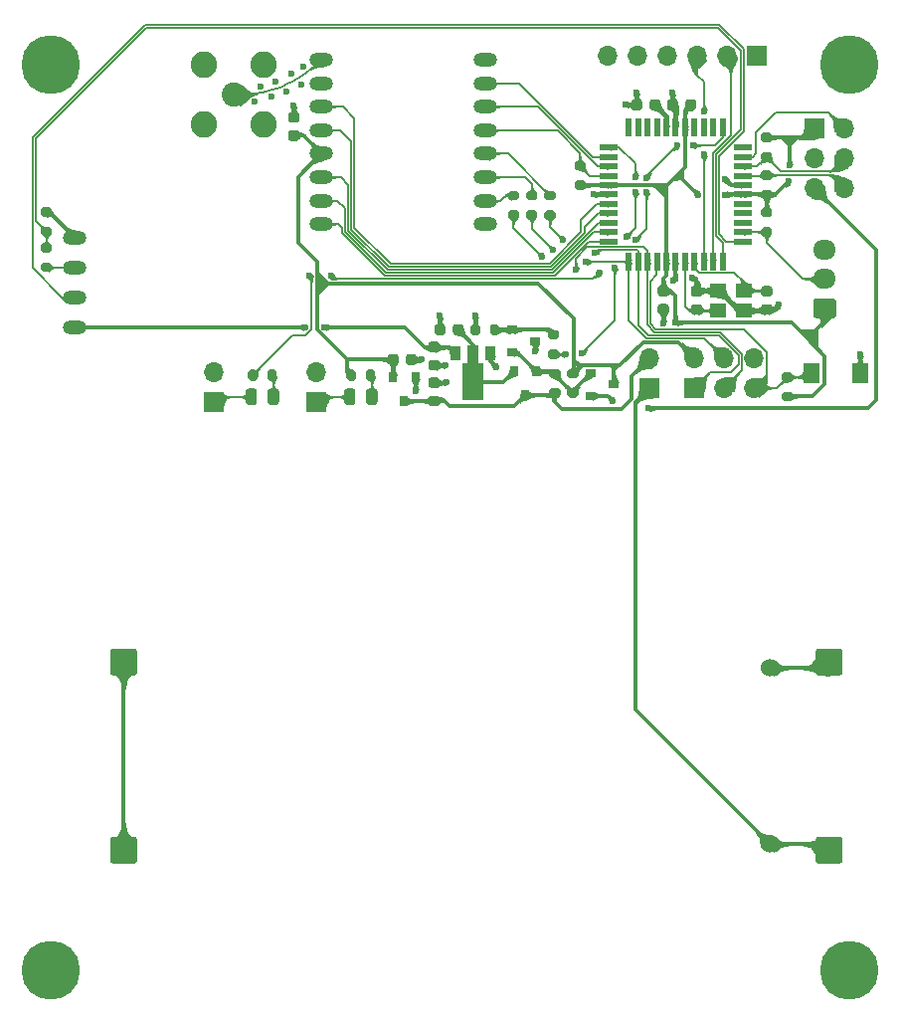
<source format=gbr>
%TF.GenerationSoftware,KiCad,Pcbnew,(5.1.7)-1*%
%TF.CreationDate,2021-03-01T21:41:39+01:00*%
%TF.ProjectId,mfm-v3-smd,6d666d2d-7633-42d7-936d-642e6b696361,rev?*%
%TF.SameCoordinates,Original*%
%TF.FileFunction,Copper,L1,Top*%
%TF.FilePolarity,Positive*%
%FSLAX46Y46*%
G04 Gerber Fmt 4.6, Leading zero omitted, Abs format (unit mm)*
G04 Created by KiCad (PCBNEW (5.1.7)-1) date 2021-03-01 21:41:39*
%MOMM*%
%LPD*%
G01*
G04 APERTURE LIST*
%TA.AperFunction,ComponentPad*%
%ADD10O,1.700000X1.700000*%
%TD*%
%TA.AperFunction,ComponentPad*%
%ADD11R,1.700000X1.700000*%
%TD*%
%TA.AperFunction,ComponentPad*%
%ADD12C,1.530000*%
%TD*%
%TA.AperFunction,SMDPad,CuDef*%
%ADD13R,0.550000X1.500000*%
%TD*%
%TA.AperFunction,SMDPad,CuDef*%
%ADD14R,1.500000X0.550000*%
%TD*%
%TA.AperFunction,ComponentPad*%
%ADD15O,2.000000X1.200000*%
%TD*%
%TA.AperFunction,SMDPad,CuDef*%
%ADD16R,1.350000X1.800000*%
%TD*%
%TA.AperFunction,ComponentPad*%
%ADD17C,5.000000*%
%TD*%
%TA.AperFunction,ComponentPad*%
%ADD18C,0.800000*%
%TD*%
%TA.AperFunction,SMDPad,CuDef*%
%ADD19C,0.100000*%
%TD*%
%TA.AperFunction,SMDPad,CuDef*%
%ADD20R,0.900000X1.300000*%
%TD*%
%TA.AperFunction,SMDPad,CuDef*%
%ADD21R,0.900000X0.800000*%
%TD*%
%TA.AperFunction,SMDPad,CuDef*%
%ADD22R,0.800000X0.900000*%
%TD*%
%TA.AperFunction,SMDPad,CuDef*%
%ADD23R,1.400000X1.200000*%
%TD*%
%TA.AperFunction,ComponentPad*%
%ADD24C,2.050000*%
%TD*%
%TA.AperFunction,ComponentPad*%
%ADD25C,2.250000*%
%TD*%
%TA.AperFunction,ComponentPad*%
%ADD26O,1.950000X1.700000*%
%TD*%
%TA.AperFunction,ViaPad*%
%ADD27C,0.600000*%
%TD*%
%TA.AperFunction,Conductor*%
%ADD28C,0.300000*%
%TD*%
%TA.AperFunction,Conductor*%
%ADD29C,0.400000*%
%TD*%
%TA.AperFunction,Conductor*%
%ADD30C,0.127000*%
%TD*%
%TA.AperFunction,Conductor*%
%ADD31C,0.254000*%
%TD*%
%TA.AperFunction,Conductor*%
%ADD32C,0.100000*%
%TD*%
%TA.AperFunction,Conductor*%
%ADD33C,0.025400*%
%TD*%
G04 APERTURE END LIST*
D10*
%TO.P,SW4,2*%
%TO.N,GND*%
X35712400Y-109575600D03*
D11*
%TO.P,SW4,1*%
%TO.N,Net-(D2-Pad1)*%
X35712400Y-112115600D03*
%TD*%
D10*
%TO.P,SW3,2*%
%TO.N,GND*%
X44500800Y-109575600D03*
D11*
%TO.P,SW3,1*%
%TO.N,Net-(D1-Pad1)*%
X44500800Y-112115600D03*
%TD*%
%TO.P,R16,2*%
%TO.N,Net-(D2-Pad2)*%
%TA.AperFunction,SMDPad,CuDef*%
G36*
G01*
X40303000Y-110104600D02*
X40303000Y-109554600D01*
G75*
G02*
X40503000Y-109354600I200000J0D01*
G01*
X40903000Y-109354600D01*
G75*
G02*
X41103000Y-109554600I0J-200000D01*
G01*
X41103000Y-110104600D01*
G75*
G02*
X40903000Y-110304600I-200000J0D01*
G01*
X40503000Y-110304600D01*
G75*
G02*
X40303000Y-110104600I0J200000D01*
G01*
G37*
%TD.AperFunction*%
%TO.P,R16,1*%
%TO.N,LED_STAT*%
%TA.AperFunction,SMDPad,CuDef*%
G36*
G01*
X38653000Y-110104600D02*
X38653000Y-109554600D01*
G75*
G02*
X38853000Y-109354600I200000J0D01*
G01*
X39253000Y-109354600D01*
G75*
G02*
X39453000Y-109554600I0J-200000D01*
G01*
X39453000Y-110104600D01*
G75*
G02*
X39253000Y-110304600I-200000J0D01*
G01*
X38853000Y-110304600D01*
G75*
G02*
X38653000Y-110104600I0J200000D01*
G01*
G37*
%TD.AperFunction*%
%TD*%
%TO.P,R15,2*%
%TO.N,Net-(D1-Pad2)*%
%TA.AperFunction,SMDPad,CuDef*%
G36*
G01*
X48685000Y-110104600D02*
X48685000Y-109554600D01*
G75*
G02*
X48885000Y-109354600I200000J0D01*
G01*
X49285000Y-109354600D01*
G75*
G02*
X49485000Y-109554600I0J-200000D01*
G01*
X49485000Y-110104600D01*
G75*
G02*
X49285000Y-110304600I-200000J0D01*
G01*
X48885000Y-110304600D01*
G75*
G02*
X48685000Y-110104600I0J200000D01*
G01*
G37*
%TD.AperFunction*%
%TO.P,R15,1*%
%TO.N,+3V3*%
%TA.AperFunction,SMDPad,CuDef*%
G36*
G01*
X47035000Y-110104600D02*
X47035000Y-109554600D01*
G75*
G02*
X47235000Y-109354600I200000J0D01*
G01*
X47635000Y-109354600D01*
G75*
G02*
X47835000Y-109554600I0J-200000D01*
G01*
X47835000Y-110104600D01*
G75*
G02*
X47635000Y-110304600I-200000J0D01*
G01*
X47235000Y-110304600D01*
G75*
G02*
X47035000Y-110104600I0J200000D01*
G01*
G37*
%TD.AperFunction*%
%TD*%
%TO.P,D2,2*%
%TO.N,Net-(D2-Pad2)*%
%TA.AperFunction,SMDPad,CuDef*%
G36*
G01*
X40328000Y-112114650D02*
X40328000Y-111202150D01*
G75*
G02*
X40571750Y-110958400I243750J0D01*
G01*
X41059250Y-110958400D01*
G75*
G02*
X41303000Y-111202150I0J-243750D01*
G01*
X41303000Y-112114650D01*
G75*
G02*
X41059250Y-112358400I-243750J0D01*
G01*
X40571750Y-112358400D01*
G75*
G02*
X40328000Y-112114650I0J243750D01*
G01*
G37*
%TD.AperFunction*%
%TO.P,D2,1*%
%TO.N,Net-(D2-Pad1)*%
%TA.AperFunction,SMDPad,CuDef*%
G36*
G01*
X38453000Y-112114650D02*
X38453000Y-111202150D01*
G75*
G02*
X38696750Y-110958400I243750J0D01*
G01*
X39184250Y-110958400D01*
G75*
G02*
X39428000Y-111202150I0J-243750D01*
G01*
X39428000Y-112114650D01*
G75*
G02*
X39184250Y-112358400I-243750J0D01*
G01*
X38696750Y-112358400D01*
G75*
G02*
X38453000Y-112114650I0J243750D01*
G01*
G37*
%TD.AperFunction*%
%TD*%
%TO.P,D1,2*%
%TO.N,Net-(D1-Pad2)*%
%TA.AperFunction,SMDPad,CuDef*%
G36*
G01*
X48710000Y-112114650D02*
X48710000Y-111202150D01*
G75*
G02*
X48953750Y-110958400I243750J0D01*
G01*
X49441250Y-110958400D01*
G75*
G02*
X49685000Y-111202150I0J-243750D01*
G01*
X49685000Y-112114650D01*
G75*
G02*
X49441250Y-112358400I-243750J0D01*
G01*
X48953750Y-112358400D01*
G75*
G02*
X48710000Y-112114650I0J243750D01*
G01*
G37*
%TD.AperFunction*%
%TO.P,D1,1*%
%TO.N,Net-(D1-Pad1)*%
%TA.AperFunction,SMDPad,CuDef*%
G36*
G01*
X46835000Y-112114650D02*
X46835000Y-111202150D01*
G75*
G02*
X47078750Y-110958400I243750J0D01*
G01*
X47566250Y-110958400D01*
G75*
G02*
X47810000Y-111202150I0J-243750D01*
G01*
X47810000Y-112114650D01*
G75*
G02*
X47566250Y-112358400I-243750J0D01*
G01*
X47078750Y-112358400D01*
G75*
G02*
X46835000Y-112114650I0J243750D01*
G01*
G37*
%TD.AperFunction*%
%TD*%
D12*
%TO.P,J5,N*%
%TO.N,GND*%
X83060000Y-134745000D03*
%TO.P,J5,P*%
%TO.N,VBAT*%
X83060000Y-149735000D03*
%TD*%
D13*
%TO.P,U5,1*%
%TO.N,AVR_MOSI*%
X71069700Y-100149900D03*
%TO.P,U5,2*%
%TO.N,AVR_MISO*%
X71869700Y-100149900D03*
%TO.P,U5,3*%
%TO.N,AVR_SCK*%
X72669700Y-100149900D03*
%TO.P,U5,4*%
%TO.N,NRST*%
X73469700Y-100149900D03*
%TO.P,U5,5*%
%TO.N,+3V3*%
X74269700Y-100149900D03*
%TO.P,U5,6*%
%TO.N,GND*%
X75069700Y-100149900D03*
%TO.P,U5,7*%
%TO.N,XTAL2*%
X75869700Y-100149900D03*
%TO.P,U5,8*%
%TO.N,XTAL1*%
X76669700Y-100149900D03*
%TO.P,U5,9*%
%TO.N,AVR_RX0*%
X77469700Y-100149900D03*
%TO.P,U5,10*%
%TO.N,AVR_TX0*%
X78269700Y-100149900D03*
%TO.P,U5,11*%
%TO.N,AVR_RX1*%
X79069700Y-100149900D03*
D14*
%TO.P,U5,12*%
%TO.N,AVR_TX1*%
X80769700Y-98449900D03*
%TO.P,U5,13*%
%TO.N,ONEWIRE*%
X80769700Y-97649900D03*
%TO.P,U5,14*%
%TO.N,Net-(U5-Pad14)*%
X80769700Y-96849900D03*
%TO.P,U5,15*%
%TO.N,Net-(U5-Pad15)*%
X80769700Y-96049900D03*
%TO.P,U5,16*%
%TO.N,Net-(U5-Pad16)*%
X80769700Y-95249900D03*
%TO.P,U5,17*%
%TO.N,+3V3*%
X80769700Y-94449900D03*
%TO.P,U5,18*%
%TO.N,GND*%
X80769700Y-93649900D03*
%TO.P,U5,19*%
%TO.N,I2C_SCL*%
X80769700Y-92849900D03*
%TO.P,U5,20*%
%TO.N,I2C_SDA*%
X80769700Y-92049900D03*
%TO.P,U5,21*%
%TO.N,SMBALERT*%
X80769700Y-91249900D03*
%TO.P,U5,22*%
%TO.N,Net-(U5-Pad22)*%
X80769700Y-90449900D03*
D13*
%TO.P,U5,23*%
%TO.N,SW_PERIF*%
X79069700Y-88749900D03*
%TO.P,U5,24*%
%TO.N,Net-(U5-Pad24)*%
X78269700Y-88749900D03*
%TO.P,U5,25*%
%TO.N,Net-(U5-Pad25)*%
X77469700Y-88749900D03*
%TO.P,U5,26*%
%TO.N,Net-(U5-Pad26)*%
X76669700Y-88749900D03*
%TO.P,U5,27*%
%TO.N,+3V3*%
X75869700Y-88749900D03*
%TO.P,U5,28*%
%TO.N,GND*%
X75069700Y-88749900D03*
%TO.P,U5,29*%
%TO.N,Net-(C11-Pad2)*%
X74269700Y-88749900D03*
%TO.P,U5,30*%
%TO.N,Net-(U5-Pad30)*%
X73469700Y-88749900D03*
%TO.P,U5,31*%
%TO.N,Net-(U5-Pad31)*%
X72669700Y-88749900D03*
%TO.P,U5,32*%
%TO.N,Net-(U5-Pad32)*%
X71869700Y-88749900D03*
%TO.P,U5,33*%
%TO.N,Net-(U5-Pad33)*%
X71069700Y-88749900D03*
D14*
%TO.P,U5,34*%
%TO.N,LED_STAT*%
X69369700Y-90449900D03*
%TO.P,U5,35*%
%TO.N,RADIO_DIO5*%
X69369700Y-91249900D03*
%TO.P,U5,36*%
%TO.N,RADIO_RST*%
X69369700Y-92049900D03*
%TO.P,U5,37*%
%TO.N,RADIO_NSS*%
X69369700Y-92849900D03*
%TO.P,U5,38*%
%TO.N,+3V3*%
X69369700Y-93649900D03*
%TO.P,U5,39*%
%TO.N,GND*%
X69369700Y-94449900D03*
%TO.P,U5,40*%
%TO.N,RADIO_DIO3*%
X69369700Y-95249900D03*
%TO.P,U5,41*%
%TO.N,RADIO_DIO4*%
X69369700Y-96049900D03*
%TO.P,U5,42*%
%TO.N,RADIO_DIO0*%
X69369700Y-96849900D03*
%TO.P,U5,43*%
%TO.N,RADIO_DIO1*%
X69369700Y-97649900D03*
%TO.P,U5,44*%
%TO.N,RADIO_DIO2*%
X69369700Y-98449900D03*
%TD*%
D11*
%TO.P,J12,1*%
%TO.N,Net-(J12-Pad1)*%
X81991200Y-82651600D03*
D10*
%TO.P,J12,2*%
%TO.N,AVR_TX0*%
X79451200Y-82651600D03*
%TO.P,J12,3*%
%TO.N,AVR_RX0*%
X76911200Y-82651600D03*
%TO.P,J12,4*%
%TO.N,Net-(J12-Pad4)*%
X74371200Y-82651600D03*
%TO.P,J12,5*%
%TO.N,Net-(J12-Pad5)*%
X71831200Y-82651600D03*
%TO.P,J12,6*%
%TO.N,GND*%
X69291200Y-82651600D03*
%TD*%
%TO.P,R12,1*%
%TO.N,I2C_SDA*%
%TA.AperFunction,SMDPad,CuDef*%
G36*
G01*
X83079000Y-91649000D02*
X82529000Y-91649000D01*
G75*
G02*
X82329000Y-91449000I0J200000D01*
G01*
X82329000Y-91049000D01*
G75*
G02*
X82529000Y-90849000I200000J0D01*
G01*
X83079000Y-90849000D01*
G75*
G02*
X83279000Y-91049000I0J-200000D01*
G01*
X83279000Y-91449000D01*
G75*
G02*
X83079000Y-91649000I-200000J0D01*
G01*
G37*
%TD.AperFunction*%
%TO.P,R12,2*%
%TO.N,+3V3*%
%TA.AperFunction,SMDPad,CuDef*%
G36*
G01*
X83079000Y-89999000D02*
X82529000Y-89999000D01*
G75*
G02*
X82329000Y-89799000I0J200000D01*
G01*
X82329000Y-89399000D01*
G75*
G02*
X82529000Y-89199000I200000J0D01*
G01*
X83079000Y-89199000D01*
G75*
G02*
X83279000Y-89399000I0J-200000D01*
G01*
X83279000Y-89799000D01*
G75*
G02*
X83079000Y-89999000I-200000J0D01*
G01*
G37*
%TD.AperFunction*%
%TD*%
%TO.P,R11,1*%
%TO.N,RADIO_NSS*%
%TA.AperFunction,SMDPad,CuDef*%
G36*
G01*
X66654000Y-91612000D02*
X67204000Y-91612000D01*
G75*
G02*
X67404000Y-91812000I0J-200000D01*
G01*
X67404000Y-92212000D01*
G75*
G02*
X67204000Y-92412000I-200000J0D01*
G01*
X66654000Y-92412000D01*
G75*
G02*
X66454000Y-92212000I0J200000D01*
G01*
X66454000Y-91812000D01*
G75*
G02*
X66654000Y-91612000I200000J0D01*
G01*
G37*
%TD.AperFunction*%
%TO.P,R11,2*%
%TO.N,+3V3*%
%TA.AperFunction,SMDPad,CuDef*%
G36*
G01*
X66654000Y-93262000D02*
X67204000Y-93262000D01*
G75*
G02*
X67404000Y-93462000I0J-200000D01*
G01*
X67404000Y-93862000D01*
G75*
G02*
X67204000Y-94062000I-200000J0D01*
G01*
X66654000Y-94062000D01*
G75*
G02*
X66454000Y-93862000I0J200000D01*
G01*
X66454000Y-93462000D01*
G75*
G02*
X66654000Y-93262000I200000J0D01*
G01*
G37*
%TD.AperFunction*%
%TD*%
%TO.P,C10,1*%
%TO.N,+3V3*%
%TA.AperFunction,SMDPad,CuDef*%
G36*
G01*
X73765600Y-102216800D02*
X74265600Y-102216800D01*
G75*
G02*
X74490600Y-102441800I0J-225000D01*
G01*
X74490600Y-102891800D01*
G75*
G02*
X74265600Y-103116800I-225000J0D01*
G01*
X73765600Y-103116800D01*
G75*
G02*
X73540600Y-102891800I0J225000D01*
G01*
X73540600Y-102441800D01*
G75*
G02*
X73765600Y-102216800I225000J0D01*
G01*
G37*
%TD.AperFunction*%
%TO.P,C10,2*%
%TO.N,GND*%
%TA.AperFunction,SMDPad,CuDef*%
G36*
G01*
X73765600Y-103766800D02*
X74265600Y-103766800D01*
G75*
G02*
X74490600Y-103991800I0J-225000D01*
G01*
X74490600Y-104441800D01*
G75*
G02*
X74265600Y-104666800I-225000J0D01*
G01*
X73765600Y-104666800D01*
G75*
G02*
X73540600Y-104441800I0J225000D01*
G01*
X73540600Y-103991800D01*
G75*
G02*
X73765600Y-103766800I225000J0D01*
G01*
G37*
%TD.AperFunction*%
%TD*%
D11*
%TO.P,J10,1*%
%TO.N,AVR_MISO*%
X76682600Y-110896400D03*
D10*
%TO.P,J10,2*%
%TO.N,+3V3*%
X76682600Y-108356400D03*
%TO.P,J10,3*%
%TO.N,AVR_SCK*%
X79222600Y-110896400D03*
%TO.P,J10,4*%
%TO.N,AVR_MOSI*%
X79222600Y-108356400D03*
%TO.P,J10,5*%
%TO.N,NRST*%
X81762600Y-110896400D03*
%TO.P,J10,6*%
%TO.N,GND*%
X81762600Y-108356400D03*
%TD*%
D11*
%TO.P,SW1,1*%
%TO.N,VBAT*%
X72847200Y-110896400D03*
D10*
%TO.P,SW1,2*%
%TO.N,VBAT_SW*%
X72847200Y-108356400D03*
%TD*%
D11*
%TO.P,J7,1*%
%TO.N,+3V3*%
X86868000Y-88849200D03*
D10*
%TO.P,J7,2*%
%TO.N,SMBALERT*%
X89408000Y-88849200D03*
%TO.P,J7,3*%
%TO.N,GND*%
X86868000Y-91389200D03*
%TO.P,J7,4*%
%TO.N,I2C_SDA*%
X89408000Y-91389200D03*
%TO.P,J7,5*%
%TO.N,+3.3V_SW*%
X86868000Y-93929200D03*
%TO.P,J7,6*%
%TO.N,I2C_SCL*%
X89408000Y-93929200D03*
%TD*%
%TO.P,R13,1*%
%TO.N,I2C_SCL*%
%TA.AperFunction,SMDPad,CuDef*%
G36*
G01*
X82529000Y-92399400D02*
X83079000Y-92399400D01*
G75*
G02*
X83279000Y-92599400I0J-200000D01*
G01*
X83279000Y-92999400D01*
G75*
G02*
X83079000Y-93199400I-200000J0D01*
G01*
X82529000Y-93199400D01*
G75*
G02*
X82329000Y-92999400I0J200000D01*
G01*
X82329000Y-92599400D01*
G75*
G02*
X82529000Y-92399400I200000J0D01*
G01*
G37*
%TD.AperFunction*%
%TO.P,R13,2*%
%TO.N,+3V3*%
%TA.AperFunction,SMDPad,CuDef*%
G36*
G01*
X82529000Y-94049400D02*
X83079000Y-94049400D01*
G75*
G02*
X83279000Y-94249400I0J-200000D01*
G01*
X83279000Y-94649400D01*
G75*
G02*
X83079000Y-94849400I-200000J0D01*
G01*
X82529000Y-94849400D01*
G75*
G02*
X82329000Y-94649400I0J200000D01*
G01*
X82329000Y-94249400D01*
G75*
G02*
X82529000Y-94049400I200000J0D01*
G01*
G37*
%TD.AperFunction*%
%TD*%
D15*
%TO.P,U4,16*%
%TO.N,RADIO_DIO2*%
X44895500Y-96978600D03*
%TO.P,U4,1*%
%TO.N,GND*%
X58895500Y-96978600D03*
%TO.P,U4,15*%
%TO.N,RADIO_DIO1*%
X44895500Y-94978600D03*
%TO.P,U4,2*%
%TO.N,SPI_MISO*%
X58895500Y-94978600D03*
%TO.P,U4,14*%
%TO.N,RADIO_DIO0*%
X44895500Y-92978600D03*
%TO.P,U4,3*%
%TO.N,SPI_MOSI*%
X58895500Y-92978600D03*
%TO.P,U4,13*%
%TO.N,+3V3*%
X44895500Y-90978600D03*
%TO.P,U4,4*%
%TO.N,SPI_SCK*%
X58895500Y-90978600D03*
%TO.P,U4,12*%
%TO.N,RADIO_DIO4*%
X44895500Y-88978600D03*
%TO.P,U4,5*%
%TO.N,RADIO_NSS*%
X58895500Y-88978600D03*
%TO.P,U4,11*%
%TO.N,RADIO_DIO3*%
X44895500Y-86978600D03*
%TO.P,U4,6*%
%TO.N,RADIO_RST*%
X58895500Y-86978600D03*
%TO.P,U4,10*%
%TO.N,GND*%
X44895500Y-84978600D03*
%TO.P,U4,7*%
%TO.N,RADIO_DIO5*%
X58895500Y-84978600D03*
%TO.P,U4,9*%
%TO.N,Net-(J13-Pad1)*%
X44895500Y-82978600D03*
%TO.P,U4,8*%
%TO.N,GND*%
X58895500Y-82978600D03*
%TD*%
D16*
%TO.P,SW2,2*%
%TO.N,GND*%
X90746400Y-109677200D03*
%TO.P,SW2,1*%
%TO.N,NRST*%
X86596400Y-109677200D03*
%TD*%
%TO.P,R7,2*%
%TO.N,SPI_MOSI*%
%TA.AperFunction,SMDPad,CuDef*%
G36*
G01*
X63100000Y-94952000D02*
X62550000Y-94952000D01*
G75*
G02*
X62350000Y-94752000I0J200000D01*
G01*
X62350000Y-94352000D01*
G75*
G02*
X62550000Y-94152000I200000J0D01*
G01*
X63100000Y-94152000D01*
G75*
G02*
X63300000Y-94352000I0J-200000D01*
G01*
X63300000Y-94752000D01*
G75*
G02*
X63100000Y-94952000I-200000J0D01*
G01*
G37*
%TD.AperFunction*%
%TO.P,R7,1*%
%TO.N,AVR_MOSI*%
%TA.AperFunction,SMDPad,CuDef*%
G36*
G01*
X63100000Y-96602000D02*
X62550000Y-96602000D01*
G75*
G02*
X62350000Y-96402000I0J200000D01*
G01*
X62350000Y-96002000D01*
G75*
G02*
X62550000Y-95802000I200000J0D01*
G01*
X63100000Y-95802000D01*
G75*
G02*
X63300000Y-96002000I0J-200000D01*
G01*
X63300000Y-96402000D01*
G75*
G02*
X63100000Y-96602000I-200000J0D01*
G01*
G37*
%TD.AperFunction*%
%TD*%
D15*
%TO.P,J11,1*%
%TO.N,+5V_SW*%
X23914100Y-105727500D03*
%TO.P,J11,2*%
%TO.N,AVR_TX1*%
X23914100Y-103187500D03*
%TO.P,J11,3*%
%TO.N,Net-(J11-Pad3)*%
X23914100Y-100647500D03*
%TO.P,J11,4*%
%TO.N,GND*%
X23914100Y-98107500D03*
%TD*%
D17*
%TO.P,H4,1*%
%TO.N,Net-(H4-Pad1)*%
X21869400Y-160451800D03*
D18*
X23744400Y-160451800D03*
X23195225Y-161777625D03*
X21869400Y-162326800D03*
X20543575Y-161777625D03*
X19994400Y-160451800D03*
X20543575Y-159125975D03*
X21869400Y-158576800D03*
X23195225Y-159125975D03*
%TD*%
%TO.P,C5,1*%
%TO.N,GND*%
%TA.AperFunction,SMDPad,CuDef*%
G36*
G01*
X42307700Y-87446400D02*
X42807700Y-87446400D01*
G75*
G02*
X43032700Y-87671400I0J-225000D01*
G01*
X43032700Y-88121400D01*
G75*
G02*
X42807700Y-88346400I-225000J0D01*
G01*
X42307700Y-88346400D01*
G75*
G02*
X42082700Y-88121400I0J225000D01*
G01*
X42082700Y-87671400D01*
G75*
G02*
X42307700Y-87446400I225000J0D01*
G01*
G37*
%TD.AperFunction*%
%TO.P,C5,2*%
%TO.N,+3V3*%
%TA.AperFunction,SMDPad,CuDef*%
G36*
G01*
X42307700Y-88996400D02*
X42807700Y-88996400D01*
G75*
G02*
X43032700Y-89221400I0J-225000D01*
G01*
X43032700Y-89671400D01*
G75*
G02*
X42807700Y-89896400I-225000J0D01*
G01*
X42307700Y-89896400D01*
G75*
G02*
X42082700Y-89671400I0J225000D01*
G01*
X42082700Y-89221400D01*
G75*
G02*
X42307700Y-88996400I225000J0D01*
G01*
G37*
%TD.AperFunction*%
%TD*%
D17*
%TO.P,H3,1*%
%TO.N,Net-(H3-Pad1)*%
X21869400Y-83413600D03*
D18*
X23744400Y-83413600D03*
X23195225Y-84739425D03*
X21869400Y-85288600D03*
X20543575Y-84739425D03*
X19994400Y-83413600D03*
X20543575Y-82087775D03*
X21869400Y-81538600D03*
X23195225Y-82087775D03*
%TD*%
D17*
%TO.P,H2,1*%
%TO.N,Net-(H2-Pad1)*%
X89865200Y-160451800D03*
D18*
X91740200Y-160451800D03*
X91191025Y-161777625D03*
X89865200Y-162326800D03*
X88539375Y-161777625D03*
X87990200Y-160451800D03*
X88539375Y-159125975D03*
X89865200Y-158576800D03*
X91191025Y-159125975D03*
%TD*%
D17*
%TO.P,H1,1*%
%TO.N,Net-(H1-Pad1)*%
X89865200Y-83439000D03*
D18*
X91740200Y-83439000D03*
X91191025Y-84764825D03*
X89865200Y-85314000D03*
X88539375Y-84764825D03*
X87990200Y-83439000D03*
X88539375Y-82113175D03*
X89865200Y-81564000D03*
X91191025Y-82113175D03*
%TD*%
%TA.AperFunction,SMDPad,CuDef*%
D19*
%TO.P,U2,2*%
%TO.N,Net-(C3-Pad2)*%
G36*
X56931200Y-111926400D02*
G01*
X56931200Y-108801400D01*
X57347700Y-108801400D01*
X57347700Y-107326400D01*
X58247700Y-107326400D01*
X58247700Y-108801400D01*
X58664200Y-108801400D01*
X58664200Y-111926400D01*
X56931200Y-111926400D01*
G37*
%TD.AperFunction*%
D20*
%TO.P,U2,3*%
%TO.N,+5V_SW*%
X56297700Y-107976400D03*
%TO.P,U2,1*%
%TO.N,GND*%
X59297700Y-107976400D03*
%TD*%
%TO.P,R14,2*%
%TO.N,Net-(Q3-Pad1)*%
%TA.AperFunction,SMDPad,CuDef*%
G36*
G01*
X59251400Y-106233600D02*
X59251400Y-105683600D01*
G75*
G02*
X59451400Y-105483600I200000J0D01*
G01*
X59851400Y-105483600D01*
G75*
G02*
X60051400Y-105683600I0J-200000D01*
G01*
X60051400Y-106233600D01*
G75*
G02*
X59851400Y-106433600I-200000J0D01*
G01*
X59451400Y-106433600D01*
G75*
G02*
X59251400Y-106233600I0J200000D01*
G01*
G37*
%TD.AperFunction*%
%TO.P,R14,1*%
%TO.N,GND*%
%TA.AperFunction,SMDPad,CuDef*%
G36*
G01*
X57601400Y-106233600D02*
X57601400Y-105683600D01*
G75*
G02*
X57801400Y-105483600I200000J0D01*
G01*
X58201400Y-105483600D01*
G75*
G02*
X58401400Y-105683600I0J-200000D01*
G01*
X58401400Y-106233600D01*
G75*
G02*
X58201400Y-106433600I-200000J0D01*
G01*
X57801400Y-106433600D01*
G75*
G02*
X57601400Y-106233600I0J200000D01*
G01*
G37*
%TD.AperFunction*%
%TD*%
%TO.P,R4,2*%
%TO.N,Net-(Q3-Pad1)*%
%TA.AperFunction,SMDPad,CuDef*%
G36*
G01*
X64943400Y-106788400D02*
X64393400Y-106788400D01*
G75*
G02*
X64193400Y-106588400I0J200000D01*
G01*
X64193400Y-106188400D01*
G75*
G02*
X64393400Y-105988400I200000J0D01*
G01*
X64943400Y-105988400D01*
G75*
G02*
X65143400Y-106188400I0J-200000D01*
G01*
X65143400Y-106588400D01*
G75*
G02*
X64943400Y-106788400I-200000J0D01*
G01*
G37*
%TD.AperFunction*%
%TO.P,R4,1*%
%TO.N,SW_PERIF*%
%TA.AperFunction,SMDPad,CuDef*%
G36*
G01*
X64943400Y-108438400D02*
X64393400Y-108438400D01*
G75*
G02*
X64193400Y-108238400I0J200000D01*
G01*
X64193400Y-107838400D01*
G75*
G02*
X64393400Y-107638400I200000J0D01*
G01*
X64943400Y-107638400D01*
G75*
G02*
X65143400Y-107838400I0J-200000D01*
G01*
X65143400Y-108238400D01*
G75*
G02*
X64943400Y-108438400I-200000J0D01*
G01*
G37*
%TD.AperFunction*%
%TD*%
%TO.P,R3,2*%
%TO.N,+3V3*%
%TA.AperFunction,SMDPad,CuDef*%
G36*
G01*
X66594400Y-110090400D02*
X66044400Y-110090400D01*
G75*
G02*
X65844400Y-109890400I0J200000D01*
G01*
X65844400Y-109490400D01*
G75*
G02*
X66044400Y-109290400I200000J0D01*
G01*
X66594400Y-109290400D01*
G75*
G02*
X66794400Y-109490400I0J-200000D01*
G01*
X66794400Y-109890400D01*
G75*
G02*
X66594400Y-110090400I-200000J0D01*
G01*
G37*
%TD.AperFunction*%
%TO.P,R3,1*%
%TO.N,Net-(Q1-Pad1)*%
%TA.AperFunction,SMDPad,CuDef*%
G36*
G01*
X66594400Y-111740400D02*
X66044400Y-111740400D01*
G75*
G02*
X65844400Y-111540400I0J200000D01*
G01*
X65844400Y-111140400D01*
G75*
G02*
X66044400Y-110940400I200000J0D01*
G01*
X66594400Y-110940400D01*
G75*
G02*
X66794400Y-111140400I0J-200000D01*
G01*
X66794400Y-111540400D01*
G75*
G02*
X66594400Y-111740400I-200000J0D01*
G01*
G37*
%TD.AperFunction*%
%TD*%
%TO.P,R2,2*%
%TO.N,VBAT_SW*%
%TA.AperFunction,SMDPad,CuDef*%
G36*
G01*
X64507700Y-110940400D02*
X65057700Y-110940400D01*
G75*
G02*
X65257700Y-111140400I0J-200000D01*
G01*
X65257700Y-111540400D01*
G75*
G02*
X65057700Y-111740400I-200000J0D01*
G01*
X64507700Y-111740400D01*
G75*
G02*
X64307700Y-111540400I0J200000D01*
G01*
X64307700Y-111140400D01*
G75*
G02*
X64507700Y-110940400I200000J0D01*
G01*
G37*
%TD.AperFunction*%
%TO.P,R2,1*%
%TO.N,Net-(Q1-Pad1)*%
%TA.AperFunction,SMDPad,CuDef*%
G36*
G01*
X64507700Y-109290400D02*
X65057700Y-109290400D01*
G75*
G02*
X65257700Y-109490400I0J-200000D01*
G01*
X65257700Y-109890400D01*
G75*
G02*
X65057700Y-110090400I-200000J0D01*
G01*
X64507700Y-110090400D01*
G75*
G02*
X64307700Y-109890400I0J200000D01*
G01*
X64307700Y-109490400D01*
G75*
G02*
X64507700Y-109290400I200000J0D01*
G01*
G37*
%TD.AperFunction*%
%TD*%
D21*
%TO.P,Q3,3*%
%TO.N,GND*%
X63128400Y-106908600D03*
%TO.P,Q3,2*%
%TO.N,Net-(Q1-Pad1)*%
X61128400Y-107858600D03*
%TO.P,Q3,1*%
%TO.N,Net-(Q3-Pad1)*%
X61128400Y-105958600D03*
%TD*%
%TO.P,Q2,3*%
%TO.N,+3V3*%
X69821300Y-110617000D03*
%TO.P,Q2,2*%
%TO.N,+3.3V_SW*%
X67821300Y-111567000D03*
%TO.P,Q2,1*%
%TO.N,Net-(Q1-Pad1)*%
X67821300Y-109667000D03*
%TD*%
D22*
%TO.P,Q1,3*%
%TO.N,VBAT_SW*%
X62242700Y-111515400D03*
%TO.P,Q1,2*%
%TO.N,Net-(C3-Pad2)*%
X61292700Y-109515400D03*
%TO.P,Q1,1*%
%TO.N,Net-(Q1-Pad1)*%
X63192700Y-109515400D03*
%TD*%
%TO.P,C4,2*%
%TO.N,+5V_SW*%
%TA.AperFunction,SMDPad,CuDef*%
G36*
G01*
X54745700Y-107879000D02*
X54245700Y-107879000D01*
G75*
G02*
X54020700Y-107654000I0J225000D01*
G01*
X54020700Y-107204000D01*
G75*
G02*
X54245700Y-106979000I225000J0D01*
G01*
X54745700Y-106979000D01*
G75*
G02*
X54970700Y-107204000I0J-225000D01*
G01*
X54970700Y-107654000D01*
G75*
G02*
X54745700Y-107879000I-225000J0D01*
G01*
G37*
%TD.AperFunction*%
%TO.P,C4,1*%
%TO.N,GND*%
%TA.AperFunction,SMDPad,CuDef*%
G36*
G01*
X54745700Y-109429000D02*
X54245700Y-109429000D01*
G75*
G02*
X54020700Y-109204000I0J225000D01*
G01*
X54020700Y-108754000D01*
G75*
G02*
X54245700Y-108529000I225000J0D01*
G01*
X54745700Y-108529000D01*
G75*
G02*
X54970700Y-108754000I0J-225000D01*
G01*
X54970700Y-109204000D01*
G75*
G02*
X54745700Y-109429000I-225000J0D01*
G01*
G37*
%TD.AperFunction*%
%TD*%
%TO.P,C3,2*%
%TO.N,Net-(C3-Pad2)*%
%TA.AperFunction,SMDPad,CuDef*%
G36*
G01*
X56103400Y-106208600D02*
X56103400Y-105708600D01*
G75*
G02*
X56328400Y-105483600I225000J0D01*
G01*
X56778400Y-105483600D01*
G75*
G02*
X57003400Y-105708600I0J-225000D01*
G01*
X57003400Y-106208600D01*
G75*
G02*
X56778400Y-106433600I-225000J0D01*
G01*
X56328400Y-106433600D01*
G75*
G02*
X56103400Y-106208600I0J225000D01*
G01*
G37*
%TD.AperFunction*%
%TO.P,C3,1*%
%TO.N,GND*%
%TA.AperFunction,SMDPad,CuDef*%
G36*
G01*
X54553400Y-106208600D02*
X54553400Y-105708600D01*
G75*
G02*
X54778400Y-105483600I225000J0D01*
G01*
X55228400Y-105483600D01*
G75*
G02*
X55453400Y-105708600I0J-225000D01*
G01*
X55453400Y-106208600D01*
G75*
G02*
X55228400Y-106433600I-225000J0D01*
G01*
X54778400Y-106433600D01*
G75*
G02*
X54553400Y-106208600I0J225000D01*
G01*
G37*
%TD.AperFunction*%
%TD*%
%TO.P,J4,1*%
%TO.N,VBAT*%
%TA.AperFunction,ComponentPad*%
G36*
G01*
X87237999Y-149091000D02*
X89038001Y-149091000D01*
G75*
G02*
X89288000Y-149340999I0J-249999D01*
G01*
X89288000Y-151141001D01*
G75*
G02*
X89038001Y-151391000I-249999J0D01*
G01*
X87237999Y-151391000D01*
G75*
G02*
X86988000Y-151141001I0J249999D01*
G01*
X86988000Y-149340999D01*
G75*
G02*
X87237999Y-149091000I249999J0D01*
G01*
G37*
%TD.AperFunction*%
%TD*%
%TO.P,J3,1*%
%TO.N,Net-(J2-Pad1)*%
%TA.AperFunction,ComponentPad*%
G36*
G01*
X27166999Y-149091000D02*
X28967001Y-149091000D01*
G75*
G02*
X29217000Y-149340999I0J-249999D01*
G01*
X29217000Y-151141001D01*
G75*
G02*
X28967001Y-151391000I-249999J0D01*
G01*
X27166999Y-151391000D01*
G75*
G02*
X26917000Y-151141001I0J249999D01*
G01*
X26917000Y-149340999D01*
G75*
G02*
X27166999Y-149091000I249999J0D01*
G01*
G37*
%TD.AperFunction*%
%TD*%
%TO.P,J2,1*%
%TO.N,Net-(J2-Pad1)*%
%TA.AperFunction,ComponentPad*%
G36*
G01*
X27166999Y-133089000D02*
X28967001Y-133089000D01*
G75*
G02*
X29217000Y-133338999I0J-249999D01*
G01*
X29217000Y-135139001D01*
G75*
G02*
X28967001Y-135389000I-249999J0D01*
G01*
X27166999Y-135389000D01*
G75*
G02*
X26917000Y-135139001I0J249999D01*
G01*
X26917000Y-133338999D01*
G75*
G02*
X27166999Y-133089000I249999J0D01*
G01*
G37*
%TD.AperFunction*%
%TD*%
%TO.P,J1,1*%
%TO.N,GND*%
%TA.AperFunction,ComponentPad*%
G36*
G01*
X87237999Y-133089000D02*
X89038001Y-133089000D01*
G75*
G02*
X89288000Y-133338999I0J-249999D01*
G01*
X89288000Y-135139001D01*
G75*
G02*
X89038001Y-135389000I-249999J0D01*
G01*
X87237999Y-135389000D01*
G75*
G02*
X86988000Y-135139001I0J249999D01*
G01*
X86988000Y-133338999D01*
G75*
G02*
X87237999Y-133089000I249999J0D01*
G01*
G37*
%TD.AperFunction*%
%TD*%
D23*
%TO.P,Y1,1*%
%TO.N,XTAL1*%
X80868700Y-102616900D03*
%TO.P,Y1,2*%
%TO.N,GND*%
X78668700Y-102616900D03*
%TO.P,Y1,3*%
%TO.N,XTAL2*%
X78668700Y-104316900D03*
%TO.P,Y1,4*%
%TO.N,GND*%
X80868700Y-104316900D03*
%TD*%
D22*
%TO.P,U1,3*%
%TO.N,VBAT_SW*%
X51955700Y-112014300D03*
%TO.P,U1,2*%
%TO.N,+3V3*%
X51005700Y-110014300D03*
%TO.P,U1,1*%
%TO.N,GND*%
X52905700Y-110014300D03*
%TD*%
%TO.P,R10,1*%
%TO.N,NRST*%
%TA.AperFunction,SMDPad,CuDef*%
G36*
G01*
X84307000Y-109582000D02*
X84857000Y-109582000D01*
G75*
G02*
X85057000Y-109782000I0J-200000D01*
G01*
X85057000Y-110182000D01*
G75*
G02*
X84857000Y-110382000I-200000J0D01*
G01*
X84307000Y-110382000D01*
G75*
G02*
X84107000Y-110182000I0J200000D01*
G01*
X84107000Y-109782000D01*
G75*
G02*
X84307000Y-109582000I200000J0D01*
G01*
G37*
%TD.AperFunction*%
%TO.P,R10,2*%
%TO.N,+3V3*%
%TA.AperFunction,SMDPad,CuDef*%
G36*
G01*
X84307000Y-111232000D02*
X84857000Y-111232000D01*
G75*
G02*
X85057000Y-111432000I0J-200000D01*
G01*
X85057000Y-111832000D01*
G75*
G02*
X84857000Y-112032000I-200000J0D01*
G01*
X84307000Y-112032000D01*
G75*
G02*
X84107000Y-111832000I0J200000D01*
G01*
X84107000Y-111432000D01*
G75*
G02*
X84307000Y-111232000I200000J0D01*
G01*
G37*
%TD.AperFunction*%
%TD*%
%TO.P,R9,1*%
%TO.N,GND*%
%TA.AperFunction,SMDPad,CuDef*%
G36*
G01*
X21213400Y-95549000D02*
X21763400Y-95549000D01*
G75*
G02*
X21963400Y-95749000I0J-200000D01*
G01*
X21963400Y-96149000D01*
G75*
G02*
X21763400Y-96349000I-200000J0D01*
G01*
X21213400Y-96349000D01*
G75*
G02*
X21013400Y-96149000I0J200000D01*
G01*
X21013400Y-95749000D01*
G75*
G02*
X21213400Y-95549000I200000J0D01*
G01*
G37*
%TD.AperFunction*%
%TO.P,R9,2*%
%TO.N,AVR_RX1*%
%TA.AperFunction,SMDPad,CuDef*%
G36*
G01*
X21213400Y-97199000D02*
X21763400Y-97199000D01*
G75*
G02*
X21963400Y-97399000I0J-200000D01*
G01*
X21963400Y-97799000D01*
G75*
G02*
X21763400Y-97999000I-200000J0D01*
G01*
X21213400Y-97999000D01*
G75*
G02*
X21013400Y-97799000I0J200000D01*
G01*
X21013400Y-97399000D01*
G75*
G02*
X21213400Y-97199000I200000J0D01*
G01*
G37*
%TD.AperFunction*%
%TD*%
%TO.P,R8,2*%
%TO.N,SPI_SCK*%
%TA.AperFunction,SMDPad,CuDef*%
G36*
G01*
X64638600Y-94952000D02*
X64088600Y-94952000D01*
G75*
G02*
X63888600Y-94752000I0J200000D01*
G01*
X63888600Y-94352000D01*
G75*
G02*
X64088600Y-94152000I200000J0D01*
G01*
X64638600Y-94152000D01*
G75*
G02*
X64838600Y-94352000I0J-200000D01*
G01*
X64838600Y-94752000D01*
G75*
G02*
X64638600Y-94952000I-200000J0D01*
G01*
G37*
%TD.AperFunction*%
%TO.P,R8,1*%
%TO.N,AVR_MISO*%
%TA.AperFunction,SMDPad,CuDef*%
G36*
G01*
X64638600Y-96602000D02*
X64088600Y-96602000D01*
G75*
G02*
X63888600Y-96402000I0J200000D01*
G01*
X63888600Y-96002000D01*
G75*
G02*
X64088600Y-95802000I200000J0D01*
G01*
X64638600Y-95802000D01*
G75*
G02*
X64838600Y-96002000I0J-200000D01*
G01*
X64838600Y-96402000D01*
G75*
G02*
X64638600Y-96602000I-200000J0D01*
G01*
G37*
%TD.AperFunction*%
%TD*%
%TO.P,R6,1*%
%TO.N,AVR_RX1*%
%TA.AperFunction,SMDPad,CuDef*%
G36*
G01*
X21213400Y-98597000D02*
X21763400Y-98597000D01*
G75*
G02*
X21963400Y-98797000I0J-200000D01*
G01*
X21963400Y-99197000D01*
G75*
G02*
X21763400Y-99397000I-200000J0D01*
G01*
X21213400Y-99397000D01*
G75*
G02*
X21013400Y-99197000I0J200000D01*
G01*
X21013400Y-98797000D01*
G75*
G02*
X21213400Y-98597000I200000J0D01*
G01*
G37*
%TD.AperFunction*%
%TO.P,R6,2*%
%TO.N,Net-(J11-Pad3)*%
%TA.AperFunction,SMDPad,CuDef*%
G36*
G01*
X21213400Y-100247000D02*
X21763400Y-100247000D01*
G75*
G02*
X21963400Y-100447000I0J-200000D01*
G01*
X21963400Y-100847000D01*
G75*
G02*
X21763400Y-101047000I-200000J0D01*
G01*
X21213400Y-101047000D01*
G75*
G02*
X21013400Y-100847000I0J200000D01*
G01*
X21013400Y-100447000D01*
G75*
G02*
X21213400Y-100247000I200000J0D01*
G01*
G37*
%TD.AperFunction*%
%TD*%
%TO.P,R5,2*%
%TO.N,SPI_MISO*%
%TA.AperFunction,SMDPad,CuDef*%
G36*
G01*
X61539800Y-94952000D02*
X60989800Y-94952000D01*
G75*
G02*
X60789800Y-94752000I0J200000D01*
G01*
X60789800Y-94352000D01*
G75*
G02*
X60989800Y-94152000I200000J0D01*
G01*
X61539800Y-94152000D01*
G75*
G02*
X61739800Y-94352000I0J-200000D01*
G01*
X61739800Y-94752000D01*
G75*
G02*
X61539800Y-94952000I-200000J0D01*
G01*
G37*
%TD.AperFunction*%
%TO.P,R5,1*%
%TO.N,AVR_SCK*%
%TA.AperFunction,SMDPad,CuDef*%
G36*
G01*
X61539800Y-96602000D02*
X60989800Y-96602000D01*
G75*
G02*
X60789800Y-96402000I0J200000D01*
G01*
X60789800Y-96002000D01*
G75*
G02*
X60989800Y-95802000I200000J0D01*
G01*
X61539800Y-95802000D01*
G75*
G02*
X61739800Y-96002000I0J-200000D01*
G01*
X61739800Y-96402000D01*
G75*
G02*
X61539800Y-96602000I-200000J0D01*
G01*
G37*
%TD.AperFunction*%
%TD*%
%TO.P,R1,1*%
%TO.N,ONEWIRE*%
%TA.AperFunction,SMDPad,CuDef*%
G36*
G01*
X83079000Y-98049900D02*
X82529000Y-98049900D01*
G75*
G02*
X82329000Y-97849900I0J200000D01*
G01*
X82329000Y-97449900D01*
G75*
G02*
X82529000Y-97249900I200000J0D01*
G01*
X83079000Y-97249900D01*
G75*
G02*
X83279000Y-97449900I0J-200000D01*
G01*
X83279000Y-97849900D01*
G75*
G02*
X83079000Y-98049900I-200000J0D01*
G01*
G37*
%TD.AperFunction*%
%TO.P,R1,2*%
%TO.N,+3V3*%
%TA.AperFunction,SMDPad,CuDef*%
G36*
G01*
X83079000Y-96399900D02*
X82529000Y-96399900D01*
G75*
G02*
X82329000Y-96199900I0J200000D01*
G01*
X82329000Y-95799900D01*
G75*
G02*
X82529000Y-95599900I200000J0D01*
G01*
X83079000Y-95599900D01*
G75*
G02*
X83279000Y-95799900I0J-200000D01*
G01*
X83279000Y-96199900D01*
G75*
G02*
X83079000Y-96399900I-200000J0D01*
G01*
G37*
%TD.AperFunction*%
%TD*%
D24*
%TO.P,J13,1*%
%TO.N,Net-(J13-Pad1)*%
X37465000Y-85979000D03*
D25*
%TO.P,J13,2*%
%TO.N,GND*%
X40005000Y-83439000D03*
X34925000Y-83439000D03*
X34925000Y-88519000D03*
X40005000Y-88519000D03*
%TD*%
%TO.P,J8,1*%
%TO.N,+3V3*%
%TA.AperFunction,ComponentPad*%
G36*
G01*
X88482000Y-104990000D02*
X87032000Y-104990000D01*
G75*
G02*
X86782000Y-104740000I0J250000D01*
G01*
X86782000Y-103540000D01*
G75*
G02*
X87032000Y-103290000I250000J0D01*
G01*
X88482000Y-103290000D01*
G75*
G02*
X88732000Y-103540000I0J-250000D01*
G01*
X88732000Y-104740000D01*
G75*
G02*
X88482000Y-104990000I-250000J0D01*
G01*
G37*
%TD.AperFunction*%
D26*
%TO.P,J8,2*%
%TO.N,ONEWIRE*%
X87757000Y-101640000D03*
%TO.P,J8,3*%
%TO.N,GND*%
X87757000Y-99140000D03*
%TD*%
%TO.P,C11,1*%
%TO.N,GND*%
%TA.AperFunction,SMDPad,CuDef*%
G36*
G01*
X71304700Y-87079900D02*
X71304700Y-86579900D01*
G75*
G02*
X71529700Y-86354900I225000J0D01*
G01*
X71979700Y-86354900D01*
G75*
G02*
X72204700Y-86579900I0J-225000D01*
G01*
X72204700Y-87079900D01*
G75*
G02*
X71979700Y-87304900I-225000J0D01*
G01*
X71529700Y-87304900D01*
G75*
G02*
X71304700Y-87079900I0J225000D01*
G01*
G37*
%TD.AperFunction*%
%TO.P,C11,2*%
%TO.N,Net-(C11-Pad2)*%
%TA.AperFunction,SMDPad,CuDef*%
G36*
G01*
X72854700Y-87079900D02*
X72854700Y-86579900D01*
G75*
G02*
X73079700Y-86354900I225000J0D01*
G01*
X73529700Y-86354900D01*
G75*
G02*
X73754700Y-86579900I0J-225000D01*
G01*
X73754700Y-87079900D01*
G75*
G02*
X73529700Y-87304900I-225000J0D01*
G01*
X73079700Y-87304900D01*
G75*
G02*
X72854700Y-87079900I0J225000D01*
G01*
G37*
%TD.AperFunction*%
%TD*%
%TO.P,C9,1*%
%TO.N,GND*%
%TA.AperFunction,SMDPad,CuDef*%
G36*
G01*
X74352700Y-87079900D02*
X74352700Y-86579900D01*
G75*
G02*
X74577700Y-86354900I225000J0D01*
G01*
X75027700Y-86354900D01*
G75*
G02*
X75252700Y-86579900I0J-225000D01*
G01*
X75252700Y-87079900D01*
G75*
G02*
X75027700Y-87304900I-225000J0D01*
G01*
X74577700Y-87304900D01*
G75*
G02*
X74352700Y-87079900I0J225000D01*
G01*
G37*
%TD.AperFunction*%
%TO.P,C9,2*%
%TO.N,+3V3*%
%TA.AperFunction,SMDPad,CuDef*%
G36*
G01*
X75902700Y-87079900D02*
X75902700Y-86579900D01*
G75*
G02*
X76127700Y-86354900I225000J0D01*
G01*
X76577700Y-86354900D01*
G75*
G02*
X76802700Y-86579900I0J-225000D01*
G01*
X76802700Y-87079900D01*
G75*
G02*
X76577700Y-87304900I-225000J0D01*
G01*
X76127700Y-87304900D01*
G75*
G02*
X75902700Y-87079900I0J225000D01*
G01*
G37*
%TD.AperFunction*%
%TD*%
%TO.P,C8,1*%
%TO.N,GND*%
%TA.AperFunction,SMDPad,CuDef*%
G36*
G01*
X76597700Y-102241900D02*
X77097700Y-102241900D01*
G75*
G02*
X77322700Y-102466900I0J-225000D01*
G01*
X77322700Y-102916900D01*
G75*
G02*
X77097700Y-103141900I-225000J0D01*
G01*
X76597700Y-103141900D01*
G75*
G02*
X76372700Y-102916900I0J225000D01*
G01*
X76372700Y-102466900D01*
G75*
G02*
X76597700Y-102241900I225000J0D01*
G01*
G37*
%TD.AperFunction*%
%TO.P,C8,2*%
%TO.N,XTAL2*%
%TA.AperFunction,SMDPad,CuDef*%
G36*
G01*
X76597700Y-103791900D02*
X77097700Y-103791900D01*
G75*
G02*
X77322700Y-104016900I0J-225000D01*
G01*
X77322700Y-104466900D01*
G75*
G02*
X77097700Y-104691900I-225000J0D01*
G01*
X76597700Y-104691900D01*
G75*
G02*
X76372700Y-104466900I0J225000D01*
G01*
X76372700Y-104016900D01*
G75*
G02*
X76597700Y-103791900I225000J0D01*
G01*
G37*
%TD.AperFunction*%
%TD*%
%TO.P,C7,1*%
%TO.N,GND*%
%TA.AperFunction,SMDPad,CuDef*%
G36*
G01*
X83066700Y-104691900D02*
X82566700Y-104691900D01*
G75*
G02*
X82341700Y-104466900I0J225000D01*
G01*
X82341700Y-104016900D01*
G75*
G02*
X82566700Y-103791900I225000J0D01*
G01*
X83066700Y-103791900D01*
G75*
G02*
X83291700Y-104016900I0J-225000D01*
G01*
X83291700Y-104466900D01*
G75*
G02*
X83066700Y-104691900I-225000J0D01*
G01*
G37*
%TD.AperFunction*%
%TO.P,C7,2*%
%TO.N,XTAL1*%
%TA.AperFunction,SMDPad,CuDef*%
G36*
G01*
X83066700Y-103141900D02*
X82566700Y-103141900D01*
G75*
G02*
X82341700Y-102916900I0J225000D01*
G01*
X82341700Y-102466900D01*
G75*
G02*
X82566700Y-102241900I225000J0D01*
G01*
X83066700Y-102241900D01*
G75*
G02*
X83291700Y-102466900I0J-225000D01*
G01*
X83291700Y-102916900D01*
G75*
G02*
X83066700Y-103141900I-225000J0D01*
G01*
G37*
%TD.AperFunction*%
%TD*%
%TO.P,C2,2*%
%TO.N,+3V3*%
%TA.AperFunction,SMDPad,CuDef*%
G36*
G01*
X51455700Y-108246100D02*
X51455700Y-108746100D01*
G75*
G02*
X51230700Y-108971100I-225000J0D01*
G01*
X50780700Y-108971100D01*
G75*
G02*
X50555700Y-108746100I0J225000D01*
G01*
X50555700Y-108246100D01*
G75*
G02*
X50780700Y-108021100I225000J0D01*
G01*
X51230700Y-108021100D01*
G75*
G02*
X51455700Y-108246100I0J-225000D01*
G01*
G37*
%TD.AperFunction*%
%TO.P,C2,1*%
%TO.N,GND*%
%TA.AperFunction,SMDPad,CuDef*%
G36*
G01*
X53005700Y-108246100D02*
X53005700Y-108746100D01*
G75*
G02*
X52780700Y-108971100I-225000J0D01*
G01*
X52330700Y-108971100D01*
G75*
G02*
X52105700Y-108746100I0J225000D01*
G01*
X52105700Y-108246100D01*
G75*
G02*
X52330700Y-108021100I225000J0D01*
G01*
X52780700Y-108021100D01*
G75*
G02*
X53005700Y-108246100I0J-225000D01*
G01*
G37*
%TD.AperFunction*%
%TD*%
%TO.P,C1,2*%
%TO.N,VBAT_SW*%
%TA.AperFunction,SMDPad,CuDef*%
G36*
G01*
X54245700Y-111564300D02*
X54745700Y-111564300D01*
G75*
G02*
X54970700Y-111789300I0J-225000D01*
G01*
X54970700Y-112239300D01*
G75*
G02*
X54745700Y-112464300I-225000J0D01*
G01*
X54245700Y-112464300D01*
G75*
G02*
X54020700Y-112239300I0J225000D01*
G01*
X54020700Y-111789300D01*
G75*
G02*
X54245700Y-111564300I225000J0D01*
G01*
G37*
%TD.AperFunction*%
%TO.P,C1,1*%
%TO.N,GND*%
%TA.AperFunction,SMDPad,CuDef*%
G36*
G01*
X54245700Y-110014300D02*
X54745700Y-110014300D01*
G75*
G02*
X54970700Y-110239300I0J-225000D01*
G01*
X54970700Y-110689300D01*
G75*
G02*
X54745700Y-110914300I-225000J0D01*
G01*
X54245700Y-110914300D01*
G75*
G02*
X54020700Y-110689300I0J225000D01*
G01*
X54020700Y-110239300D01*
G75*
G02*
X54245700Y-110014300I225000J0D01*
G01*
G37*
%TD.AperFunction*%
%TD*%
D27*
%TO.N,GND*%
X59778900Y-109118400D03*
X70815200Y-86817200D03*
X71704200Y-85801200D03*
X74815700Y-85801200D03*
X58000900Y-104762300D03*
X55003400Y-104762300D03*
X52908200Y-111137700D03*
X53467000Y-108496100D03*
X42557700Y-86842600D03*
X68071992Y-94437200D03*
X90746396Y-108077006D03*
X63128400Y-107832384D03*
X55499000Y-108966000D03*
X55562500Y-110426500D03*
X79273400Y-93167200D03*
X74015600Y-105398954D03*
X83820000Y-103835200D03*
X74879200Y-101752400D03*
X76504800Y-101498400D03*
X43332400Y-83616800D03*
X42367200Y-84175600D03*
X40995600Y-84836000D03*
X39725600Y-85242400D03*
X39217600Y-86512400D03*
X40640000Y-86156800D03*
X41960800Y-85699600D03*
X43180000Y-85090000D03*
%TO.N,+3V3*%
X84709000Y-93345000D03*
X84742077Y-91968558D03*
X79273400Y-94462600D03*
X76979200Y-94462600D03*
X75031600Y-105359200D03*
%TO.N,+3.3V_SW*%
X69723000Y-112014000D03*
X72705093Y-112651407D03*
%TO.N,AVR_MOSI*%
X64643000Y-99186994D03*
X67398900Y-100202998D03*
%TO.N,AVR_SCK*%
X63695580Y-99740720D03*
X66568320Y-100858320D03*
%TO.N,AVR_MISO*%
X68198978Y-99441000D03*
X65483740Y-98303080D03*
%TO.N,AVR_RX0*%
X77470000Y-87376004D03*
X77470000Y-91033600D03*
%TO.N,SW_PERIF*%
X76530200Y-90271600D03*
X75234800Y-90271600D03*
X69875400Y-100640400D03*
X65698788Y-108026200D03*
X67056000Y-108000800D03*
%TO.N,+5V_SW*%
X45150101Y-105725899D03*
X43497500Y-105727500D03*
%TO.N,SW_PERIF*%
X71628000Y-98348800D03*
X72580500Y-94234000D03*
X72580504Y-93027500D03*
%TO.N,LED_STAT*%
X71628000Y-92964000D03*
X71628000Y-94234000D03*
X68580000Y-101092000D03*
X43878500Y-101346000D03*
X70866000Y-98044000D03*
X45720000Y-101346000D03*
%TD*%
D28*
%TO.N,VBAT_SW*%
X64607700Y-111515400D02*
X64782700Y-111340400D01*
X62242700Y-111515400D02*
X64607700Y-111515400D01*
X51955700Y-112014300D02*
X54495700Y-112014300D01*
X61337400Y-112420700D02*
X62242700Y-111515400D01*
X54495700Y-112014300D02*
X55372300Y-112014300D01*
X55778700Y-112420700D02*
X61337400Y-112420700D01*
X55372300Y-112014300D02*
X55778700Y-112420700D01*
X64782700Y-112090200D02*
X64782700Y-111340400D01*
X71272400Y-111861600D02*
X70459600Y-112674400D01*
X70459600Y-112674400D02*
X65366900Y-112674400D01*
X71272400Y-109931200D02*
X71272400Y-111861600D01*
X65366900Y-112674400D02*
X64782700Y-112090200D01*
X72847200Y-108356400D02*
X71272400Y-109931200D01*
D29*
%TO.N,GND*%
X75069700Y-87096900D02*
X74802700Y-86829900D01*
X75069700Y-88749900D02*
X75069700Y-87096900D01*
X78768700Y-102616900D02*
X78668700Y-102616900D01*
X80468700Y-104316900D02*
X78768700Y-102616900D01*
X80868700Y-104316900D02*
X80468700Y-104316900D01*
X82741700Y-104316900D02*
X82816700Y-104241900D01*
X80868700Y-104316900D02*
X82741700Y-104316900D01*
X76922700Y-102616900D02*
X76847700Y-102691900D01*
X78668700Y-102616900D02*
X76922700Y-102616900D01*
D28*
X59297700Y-108637200D02*
X59778900Y-109118400D01*
X59297700Y-107976400D02*
X59297700Y-108637200D01*
X74802700Y-85814200D02*
X74815700Y-85801200D01*
X74802700Y-86829900D02*
X74802700Y-85814200D01*
X71754700Y-85851700D02*
X71704200Y-85801200D01*
X71754700Y-86829900D02*
X71754700Y-85851700D01*
X70827900Y-86829900D02*
X70815200Y-86817200D01*
X71754700Y-86829900D02*
X70827900Y-86829900D01*
X58001400Y-105905300D02*
X58001400Y-104762800D01*
X55003400Y-105905300D02*
X55003400Y-105727800D01*
X55003400Y-104762300D02*
X55003400Y-105905300D01*
X54495700Y-110400800D02*
X54508400Y-110413500D01*
X52905700Y-111135200D02*
X52908200Y-111137700D01*
X52905700Y-110014300D02*
X52905700Y-111135200D01*
X52555700Y-108496100D02*
X53467000Y-108496100D01*
X42557700Y-87896400D02*
X42557700Y-86842600D01*
X21755600Y-95949000D02*
X23914100Y-98107500D01*
X21488400Y-95949000D02*
X21755600Y-95949000D01*
X69369700Y-94449900D02*
X68084692Y-94449900D01*
X68084692Y-94449900D02*
X68071992Y-94437200D01*
X90746400Y-109677200D02*
X90746400Y-108077010D01*
X90746400Y-108077010D02*
X90746396Y-108077006D01*
X63128400Y-106908600D02*
X63128400Y-107832384D01*
X55486000Y-108979000D02*
X55499000Y-108966000D01*
X54495700Y-108979000D02*
X55486000Y-108979000D01*
X55524700Y-110464300D02*
X55562500Y-110426500D01*
X54495700Y-110464300D02*
X55524700Y-110464300D01*
X87632000Y-134745000D02*
X88138000Y-134239000D01*
X83060000Y-134745000D02*
X87632000Y-134745000D01*
X79756100Y-93649900D02*
X79273400Y-93167200D01*
X80769700Y-93649900D02*
X79756100Y-93649900D01*
X74015600Y-104216800D02*
X74015600Y-105398954D01*
X83413300Y-104241900D02*
X83820000Y-103835200D01*
X82816700Y-104241900D02*
X83413300Y-104241900D01*
X76606400Y-101498400D02*
X76504800Y-101498400D01*
X75069700Y-101561900D02*
X74879200Y-101752400D01*
X75069700Y-100149900D02*
X75069700Y-101561900D01*
X76847700Y-101841300D02*
X76504800Y-101498400D01*
X76847700Y-102691900D02*
X76847700Y-101841300D01*
%TO.N,+3V3*%
X75869700Y-87312900D02*
X76352700Y-86829900D01*
X75869700Y-88749900D02*
X75869700Y-87312900D01*
X51005700Y-110014300D02*
X51005700Y-108496100D01*
X82498700Y-94449900D02*
X82499200Y-94449400D01*
X74295000Y-100175200D02*
X74269700Y-100149900D01*
X66941100Y-93649900D02*
X66929000Y-93662000D01*
X69369700Y-93649900D02*
X66941100Y-93649900D01*
X83604600Y-94449400D02*
X84709000Y-93345000D01*
X75869700Y-88749900D02*
X75869700Y-92151300D01*
X74371100Y-93649900D02*
X73837900Y-93649900D01*
X69369800Y-93649800D02*
X69369700Y-93649900D01*
X73837900Y-93649900D02*
X73837800Y-93649800D01*
X69369700Y-93649900D02*
X73837900Y-93649900D01*
X73837900Y-93649900D02*
X73964900Y-93649900D01*
X83604600Y-94449400D02*
X82804000Y-94449400D01*
X80770200Y-94449400D02*
X80769700Y-94449900D01*
X82804000Y-94449400D02*
X80770200Y-94449400D01*
X69821300Y-109730254D02*
X69821300Y-110617000D01*
X82804000Y-89599000D02*
X82959554Y-89599000D01*
X86715202Y-111632000D02*
X87757000Y-110590202D01*
X84582000Y-111632000D02*
X86715202Y-111632000D01*
X79286100Y-94449900D02*
X79273400Y-94462600D01*
X80769700Y-94449900D02*
X79286100Y-94449900D01*
X74269700Y-93751300D02*
X74371100Y-93649900D01*
X74269700Y-100149900D02*
X74269700Y-93751300D01*
X69821300Y-109451900D02*
X69821300Y-109730254D01*
X47104300Y-108496100D02*
X51005700Y-108496100D01*
X42557700Y-89446400D02*
X43408900Y-89446400D01*
X43408900Y-89446400D02*
X44895500Y-90933000D01*
X76979200Y-94462600D02*
X75315500Y-92798900D01*
X75315500Y-92798900D02*
X75222100Y-92798900D01*
X75222100Y-92798900D02*
X74371100Y-93649900D01*
X75869700Y-92151300D02*
X75222100Y-92798900D01*
X75318198Y-106991998D02*
X76682600Y-108356400D01*
X72281202Y-106991998D02*
X75318198Y-106991998D01*
X70283201Y-108989999D02*
X72281202Y-106991998D01*
X69821300Y-109036098D02*
X69775201Y-108989999D01*
X69821300Y-109730254D02*
X69821300Y-109036098D01*
X69775201Y-108989999D02*
X70283201Y-108989999D01*
X67019801Y-108989999D02*
X69775201Y-108989999D01*
X66319400Y-109690400D02*
X67019801Y-108989999D01*
X86118200Y-89599000D02*
X86868000Y-88849200D01*
X84742077Y-89629923D02*
X84773000Y-89599000D01*
X84742077Y-91968558D02*
X84742077Y-89629923D01*
X84773000Y-89599000D02*
X86118200Y-89599000D01*
X82804000Y-89599000D02*
X84773000Y-89599000D01*
X74015600Y-102666800D02*
X74015600Y-101600000D01*
X74269700Y-101345900D02*
X74269700Y-100149900D01*
X74015600Y-101600000D02*
X74269700Y-101345900D01*
X74015600Y-102666800D02*
X74625200Y-102666800D01*
X75031600Y-103073200D02*
X75031600Y-105359200D01*
X74625200Y-102666800D02*
X75031600Y-103073200D01*
X75031600Y-105359200D02*
X84937600Y-105359200D01*
X87757000Y-110590202D02*
X87757000Y-108178600D01*
X82804000Y-94449400D02*
X82804000Y-95999900D01*
X87757000Y-105283000D02*
X86309200Y-106730800D01*
X87757000Y-104140000D02*
X87757000Y-105283000D01*
X86309200Y-106730800D02*
X87757000Y-108178600D01*
X84937600Y-105359200D02*
X86309200Y-106730800D01*
X47104300Y-109600500D02*
X47333400Y-109829600D01*
X47104300Y-108496100D02*
X47104300Y-109600500D01*
X44573100Y-105964900D02*
X47104300Y-108496100D01*
X42926000Y-98552000D02*
X44573100Y-100199100D01*
X42926000Y-92948100D02*
X42926000Y-98552000D01*
X44895500Y-90978600D02*
X42926000Y-92948100D01*
X44653200Y-101993700D02*
X44573100Y-101913600D01*
X63334900Y-101993700D02*
X44653200Y-101993700D01*
X66370200Y-105029000D02*
X63334900Y-101993700D01*
X66370200Y-109639600D02*
X66370200Y-105029000D01*
X66319400Y-109690400D02*
X66370200Y-109639600D01*
X44573100Y-101913600D02*
X44573100Y-105964900D01*
X44573100Y-100199100D02*
X44573100Y-101913600D01*
%TO.N,Net-(C3-Pad2)*%
X57797700Y-108063900D02*
X57797700Y-109677200D01*
X57797700Y-109677200D02*
X58508900Y-110388400D01*
X60419700Y-110388400D02*
X61292700Y-109515400D01*
X58508900Y-110388400D02*
X60419700Y-110388400D01*
X57797700Y-107505200D02*
X57797700Y-108063900D01*
X57797700Y-107202900D02*
X57797700Y-108063900D01*
X56553400Y-105958600D02*
X57797700Y-107202900D01*
%TO.N,+3.3V_SW*%
X67805300Y-111583000D02*
X67821300Y-111567000D01*
X67836500Y-111582200D02*
X67821300Y-111567000D01*
X67821300Y-111567000D02*
X69276000Y-111567000D01*
X69276000Y-111567000D02*
X69723000Y-112014000D01*
X91437593Y-112651407D02*
X72705093Y-112651407D01*
X92115489Y-111973511D02*
X91437593Y-112651407D01*
X92115489Y-99176689D02*
X92115489Y-99735489D01*
X86868000Y-93929200D02*
X92115489Y-99176689D01*
X92100400Y-104140000D02*
X92115489Y-104124911D01*
X92115489Y-104124911D02*
X92115489Y-111973511D01*
X92115489Y-99735489D02*
X92115489Y-104124911D01*
D30*
%TO.N,XTAL1*%
X82741700Y-102616900D02*
X82816700Y-102691900D01*
X80868700Y-102616900D02*
X82741700Y-102616900D01*
X76669700Y-100149900D02*
X76669700Y-100717802D01*
X76669700Y-100717802D02*
X77042299Y-101090401D01*
X77042299Y-101090401D02*
X80069201Y-101090401D01*
X80069201Y-101090401D02*
X80868700Y-101889900D01*
X80868700Y-101889900D02*
X80868700Y-102616900D01*
%TO.N,XTAL2*%
X76922700Y-104316900D02*
X76847700Y-104241900D01*
X78668700Y-104316900D02*
X76922700Y-104316900D01*
X75869700Y-100149900D02*
X75869700Y-103263900D01*
X76847700Y-104241900D02*
X76149500Y-104241900D01*
X75869700Y-103962100D02*
X75869700Y-103263900D01*
X76149500Y-104241900D02*
X75869700Y-103962100D01*
D29*
%TO.N,Net-(C11-Pad2)*%
X74269700Y-87794900D02*
X73304700Y-86829900D01*
X74269700Y-88749900D02*
X74269700Y-87794900D01*
D28*
%TO.N,Net-(J2-Pad1)*%
X28067000Y-134239000D02*
X28067000Y-150241000D01*
%TO.N,VBAT*%
X87632000Y-149735000D02*
X88138000Y-150241000D01*
X83060000Y-149735000D02*
X87632000Y-149735000D01*
X72847200Y-110921800D02*
X72847200Y-110896400D01*
X71628000Y-112141000D02*
X72847200Y-110921800D01*
X71628000Y-138303000D02*
X71628000Y-112141000D01*
X83060000Y-149735000D02*
X71628000Y-138303000D01*
D30*
%TO.N,I2C_SCL*%
X82753500Y-92849900D02*
X82804000Y-92799400D01*
X80769700Y-92849900D02*
X82753500Y-92849900D01*
X82804000Y-92799400D02*
X82888320Y-92715080D01*
X88278200Y-92799400D02*
X89408000Y-93929200D01*
X82804000Y-92799400D02*
X88278200Y-92799400D01*
%TO.N,I2C_SDA*%
X82003100Y-92049900D02*
X80769700Y-92049900D01*
X82804000Y-91249000D02*
X82003100Y-92049900D01*
X84016069Y-92461069D02*
X82804000Y-91249000D01*
X88336131Y-92461069D02*
X89408000Y-91389200D01*
X84016069Y-92461069D02*
X88336131Y-92461069D01*
%TO.N,SMBALERT*%
X81646700Y-91249900D02*
X80769700Y-91249900D01*
X81915000Y-89206736D02*
X81915000Y-90981600D01*
X81915000Y-90981600D02*
X81646700Y-91249900D01*
X83618736Y-87503000D02*
X81915000Y-89206736D01*
X88061800Y-87503000D02*
X89408000Y-88849200D01*
X83618736Y-87503000D02*
X88061800Y-87503000D01*
%TO.N,ONEWIRE*%
X85892000Y-101640000D02*
X87757000Y-101640000D01*
X80769700Y-97649900D02*
X82804000Y-97649900D01*
X82804000Y-98552000D02*
X85892000Y-101640000D01*
X82804000Y-97649900D02*
X82804000Y-98552000D01*
%TO.N,NRST*%
X83667600Y-110896400D02*
X84582000Y-109982000D01*
X81762600Y-110896400D02*
X83667600Y-110896400D01*
X86291600Y-109982000D02*
X86596400Y-109677200D01*
X84582000Y-109982000D02*
X86291600Y-109982000D01*
X82803101Y-109855899D02*
X81762600Y-110896400D01*
X82803101Y-107856959D02*
X82803101Y-109855899D01*
X73377454Y-105889454D02*
X80835596Y-105889454D01*
X73456800Y-100162800D02*
X73456800Y-101295200D01*
X80835596Y-105889454D02*
X82803101Y-107856959D01*
X73469700Y-100149900D02*
X73456800Y-100162800D01*
X72898000Y-101854000D02*
X72898000Y-105410000D01*
X73456800Y-101295200D02*
X72898000Y-101854000D01*
X72898000Y-105410000D02*
X73377454Y-105889454D01*
%TO.N,AVR_MOSI*%
X71069700Y-99517700D02*
X71069700Y-100149900D01*
X70991200Y-100228400D02*
X71069700Y-100149900D01*
X62825000Y-96202000D02*
X62825000Y-97368994D01*
X62825000Y-97368994D02*
X64643000Y-99186994D01*
X71069700Y-100149900D02*
X67451998Y-100149900D01*
X67451998Y-100149900D02*
X67398900Y-100202998D01*
X71069700Y-105156500D02*
X71069700Y-100149900D01*
X72564687Y-106651487D02*
X71069700Y-105156500D01*
X77517687Y-106651487D02*
X72564687Y-106651487D01*
X79222600Y-108356400D02*
X77517687Y-106651487D01*
%TO.N,AVR_SCK*%
X61264800Y-97309940D02*
X63695580Y-99740720D01*
X61264800Y-96202000D02*
X61264800Y-97309940D01*
X72669700Y-100149900D02*
X72669700Y-99272900D01*
X67536127Y-98915401D02*
X66568320Y-99883208D01*
X72669700Y-99272900D02*
X72312201Y-98915401D01*
X72312201Y-98915401D02*
X67536127Y-98915401D01*
X66568320Y-99883208D02*
X66568320Y-100858320D01*
X72669700Y-101026900D02*
X72669700Y-100149900D01*
X72643989Y-101052611D02*
X72669700Y-101026900D01*
X72643989Y-105515214D02*
X72643989Y-101052611D01*
X80722099Y-108005322D02*
X78860242Y-106143465D01*
X73272240Y-106143465D02*
X72643989Y-105515214D01*
X80722099Y-109396901D02*
X80722099Y-108005322D01*
X79222600Y-110896400D02*
X80722099Y-109396901D01*
X78860242Y-106143465D02*
X73272240Y-106143465D01*
%TO.N,AVR_MISO*%
X71869700Y-99272900D02*
X71766212Y-99169412D01*
X71766212Y-99169412D02*
X68470566Y-99169412D01*
X71869700Y-100149900D02*
X71869700Y-99272900D01*
X68470566Y-99169412D02*
X68198978Y-99441000D01*
X64363600Y-96202000D02*
X64363600Y-97182940D01*
X64363600Y-97182940D02*
X65483740Y-98303080D01*
X72713451Y-106397476D02*
X71869700Y-105553725D01*
X78755028Y-106397476D02*
X72713451Y-106397476D01*
X80468088Y-108110536D02*
X78755028Y-106397476D01*
X79756000Y-109601000D02*
X80468088Y-108888912D01*
X71869700Y-105553725D02*
X71869700Y-100149900D01*
X80468088Y-108888912D02*
X80468088Y-108110536D01*
X77978000Y-109601000D02*
X79756000Y-109601000D01*
X76682600Y-110896400D02*
X77978000Y-109601000D01*
%TO.N,Net-(J11-Pad3)*%
X23913600Y-100647000D02*
X23914100Y-100647500D01*
X21488400Y-100647000D02*
X23913600Y-100647000D01*
%TO.N,AVR_TX1*%
X80769700Y-98449900D02*
X79356472Y-98449900D01*
X80848211Y-82081215D02*
X78776985Y-80009989D01*
X20320000Y-100720400D02*
X22787100Y-103187500D01*
X79356472Y-98449900D02*
X78740022Y-97833449D01*
X22787100Y-103187500D02*
X23914100Y-103187500D01*
X78740022Y-97833449D02*
X78740022Y-91165930D01*
X78740022Y-91165930D02*
X80848211Y-89057741D01*
X80848211Y-89057741D02*
X80848211Y-82081215D01*
X78776985Y-80009989D02*
X29866786Y-80009989D01*
X29866786Y-80009989D02*
X20320000Y-89556775D01*
X20320000Y-89556775D02*
X20320000Y-100720400D01*
%TO.N,AVR_RX0*%
X77470000Y-100149600D02*
X77469700Y-100149900D01*
X77469700Y-91033900D02*
X77470000Y-91033600D01*
X77469700Y-100149900D02*
X77469700Y-91033900D01*
X77470000Y-84886800D02*
X77470000Y-87376004D01*
%TO.N,AVR_TX0*%
X78269700Y-100149900D02*
X78232000Y-100112200D01*
X78232000Y-100112200D02*
X78232000Y-90955502D01*
X78232000Y-90955502D02*
X79738502Y-89449000D01*
X79738502Y-82938902D02*
X79451200Y-82651600D01*
X79738502Y-89449000D02*
X79738502Y-82938902D01*
%TO.N,Net-(J13-Pad1)*%
X37466000Y-85980000D02*
X37465000Y-85979000D01*
X37427900Y-86016100D02*
X37465000Y-85979000D01*
X44723527Y-83150572D02*
X44895500Y-82978600D01*
X37895100Y-85979000D02*
X37465000Y-85979000D01*
X38368939Y-85967367D02*
X37895100Y-85979000D01*
X38841637Y-85932498D02*
X38368939Y-85967367D01*
X39312054Y-85874478D02*
X38841637Y-85932498D01*
X39779058Y-85793445D02*
X39312054Y-85874478D01*
X40241524Y-85689595D02*
X39779058Y-85793445D01*
X40698336Y-85563178D02*
X40241524Y-85689595D01*
X41148396Y-85414498D02*
X40698336Y-85563178D01*
X41590618Y-85243914D02*
X41148396Y-85414498D01*
X42023937Y-85051837D02*
X41590618Y-85243914D01*
X42447309Y-84838730D02*
X42023937Y-85051837D01*
X42859715Y-84605105D02*
X42447309Y-84838730D01*
X43260160Y-84351525D02*
X42859715Y-84605105D01*
X43647681Y-84078602D02*
X43260160Y-84351525D01*
X44021343Y-83786994D02*
X43647681Y-84078602D01*
X44380246Y-83477401D02*
X44021343Y-83786994D01*
X44723527Y-83150572D02*
X44380246Y-83477401D01*
D28*
%TO.N,Net-(Q1-Pad1)*%
X67996300Y-109492000D02*
X67821300Y-109667000D01*
X64607700Y-109515400D02*
X64782700Y-109690400D01*
X63192700Y-109515400D02*
X64607700Y-109515400D01*
X64957700Y-109515400D02*
X64782700Y-109690400D01*
X64782700Y-109803700D02*
X66319400Y-111340400D01*
D29*
X64782700Y-109690400D02*
X64782700Y-109803700D01*
D28*
X61535900Y-107858600D02*
X63192700Y-109515400D01*
X61128400Y-107858600D02*
X61535900Y-107858600D01*
X66319400Y-111168900D02*
X67821300Y-109667000D01*
X66319400Y-111340400D02*
X66319400Y-111168900D01*
D30*
%TO.N,SW_PERIF*%
X79069700Y-88749900D02*
X79069700Y-88099900D01*
X78425000Y-90271600D02*
X76530200Y-90271600D01*
X79069700Y-89626900D02*
X78425000Y-90271600D01*
X79069700Y-88749900D02*
X79069700Y-89626900D01*
X69875400Y-100640400D02*
X69875400Y-105181400D01*
X69875400Y-105181400D02*
X67056000Y-108000800D01*
X64668400Y-108038400D02*
X65686588Y-108038400D01*
X65686588Y-108038400D02*
X65698788Y-108026200D01*
%TO.N,SPI_MISO*%
X60113800Y-94978600D02*
X58895500Y-94978600D01*
X60540400Y-94552000D02*
X60113800Y-94978600D01*
X61264800Y-94552000D02*
X60540400Y-94552000D01*
%TO.N,AVR_RX1*%
X21488400Y-97599000D02*
X21488400Y-98997000D01*
X79069700Y-100149900D02*
X79069700Y-98522352D01*
X20574011Y-89661989D02*
X20574011Y-96684611D01*
X79069700Y-98522352D02*
X78486011Y-97938664D01*
X20574011Y-96684611D02*
X21488400Y-97599000D01*
X78486011Y-97938664D02*
X78486011Y-91060716D01*
X78486011Y-91060716D02*
X80594200Y-88952527D01*
X80594200Y-88952527D02*
X80594200Y-82186429D01*
X80594200Y-82186429D02*
X78671771Y-80264000D01*
X78671771Y-80264000D02*
X29972000Y-80264000D01*
X29972000Y-80264000D02*
X20574011Y-89661989D01*
%TO.N,SPI_MOSI*%
X62219200Y-92978600D02*
X58895500Y-92978600D01*
X62825000Y-93584400D02*
X62219200Y-92978600D01*
X62825000Y-94552000D02*
X62825000Y-93584400D01*
%TO.N,SPI_SCK*%
X60790200Y-90978600D02*
X58895500Y-90978600D01*
X64363600Y-94552000D02*
X60790200Y-90978600D01*
%TO.N,RADIO_NSS*%
X69319200Y-92799400D02*
X69369700Y-92849900D01*
X67766900Y-92849900D02*
X66929000Y-92012000D01*
X69369700Y-92849900D02*
X67766900Y-92849900D01*
X66929000Y-90906600D02*
X65001000Y-88978600D01*
X66929000Y-92012000D02*
X66929000Y-90906600D01*
X65001000Y-88978600D02*
X58895500Y-88978600D01*
%TO.N,RADIO_DIO5*%
X61719450Y-84978600D02*
X60022500Y-84978600D01*
X67990750Y-91249900D02*
X61719450Y-84978600D01*
X69369700Y-91249900D02*
X67990750Y-91249900D01*
X60022500Y-84978600D02*
X58895500Y-84978600D01*
%TO.N,RADIO_DIO4*%
X67310011Y-97232589D02*
X68492700Y-96049900D01*
X67310011Y-97704617D02*
X67310011Y-97232589D01*
X50627122Y-100581674D02*
X64432955Y-100581674D01*
X47472600Y-97427152D02*
X50627122Y-100581674D01*
X64432955Y-100581674D02*
X67310011Y-97704617D01*
X47472600Y-89916000D02*
X47472600Y-97427152D01*
X46535200Y-88978600D02*
X47472600Y-89916000D01*
X68492700Y-96049900D02*
X69369700Y-96049900D01*
X44895500Y-88978600D02*
X46535200Y-88978600D01*
%TO.N,RADIO_DIO3*%
X68351500Y-95249900D02*
X69369700Y-95249900D01*
X67010057Y-97645346D02*
X67010057Y-96591343D01*
X50797663Y-100327663D02*
X64327741Y-100327663D01*
X47726610Y-97256610D02*
X50797663Y-100327663D01*
X47726610Y-87985610D02*
X47726610Y-97256610D01*
X67010057Y-96591343D02*
X68351500Y-95249900D01*
X64327741Y-100327663D02*
X67010057Y-97645346D01*
X46719600Y-86978600D02*
X47726610Y-87985610D01*
X44895500Y-86978600D02*
X46719600Y-86978600D01*
%TO.N,RADIO_DIO2*%
X46331000Y-96978600D02*
X44895500Y-96978600D01*
X46659800Y-97307400D02*
X46331000Y-96978600D01*
X46659800Y-97713800D02*
X46659800Y-97307400D01*
X50289707Y-101343707D02*
X46659800Y-97713800D01*
X64748596Y-101343707D02*
X50289707Y-101343707D01*
X67642403Y-98449900D02*
X64748596Y-101343707D01*
X69369700Y-98449900D02*
X67642403Y-98449900D01*
%TO.N,RADIO_DIO1*%
X46286800Y-94978600D02*
X44895500Y-94978600D01*
X64643383Y-101089696D02*
X50416696Y-101089696D01*
X50416696Y-101089696D02*
X46939200Y-97612200D01*
X46939200Y-95631000D02*
X46286800Y-94978600D01*
X69369700Y-97649900D02*
X68083178Y-97649900D01*
X46939200Y-97612200D02*
X46939200Y-95631000D01*
X68083178Y-97649900D02*
X64643383Y-101089696D01*
%TO.N,RADIO_DIO0*%
X46572800Y-92978600D02*
X44895500Y-92978600D01*
X47218600Y-93624400D02*
X46572800Y-92978600D01*
X47218600Y-97532376D02*
X47218600Y-93624400D01*
X50521909Y-100835685D02*
X47218600Y-97532376D01*
X68523953Y-96849900D02*
X64538169Y-100835685D01*
X64538169Y-100835685D02*
X50521909Y-100835685D01*
X69369700Y-96849900D02*
X68523953Y-96849900D01*
%TO.N,RADIO_RST*%
X69369700Y-92049900D02*
X68431525Y-92049900D01*
X68431525Y-92049900D02*
X63360225Y-86978600D01*
X63360225Y-86978600D02*
X60022500Y-86978600D01*
X60022500Y-86978600D02*
X58895500Y-86978600D01*
D28*
%TO.N,Net-(Q3-Pad1)*%
X61207100Y-105879900D02*
X61128400Y-105958600D01*
X61128400Y-105958600D02*
X59651400Y-105958600D01*
X64238600Y-105958600D02*
X64668400Y-106388400D01*
X61128400Y-105958600D02*
X64238600Y-105958600D01*
%TO.N,+5V_SW*%
X54636700Y-107570000D02*
X54495700Y-107429000D01*
X54391690Y-107324990D02*
X54495700Y-107429000D01*
X53733400Y-107429000D02*
X54495700Y-107429000D01*
X52031900Y-105727500D02*
X53733400Y-107429000D01*
X45151702Y-105727500D02*
X45150101Y-105725899D01*
X52031900Y-105727500D02*
X45151702Y-105727500D01*
X43497500Y-105727500D02*
X23914100Y-105727500D01*
X55793780Y-107472480D02*
X56297700Y-107976400D01*
X54539180Y-107472480D02*
X55793780Y-107472480D01*
X54495700Y-107429000D02*
X54539180Y-107472480D01*
D30*
%TO.N,AVR_RX0*%
X76911200Y-84328000D02*
X76911200Y-82651600D01*
X76911200Y-84328000D02*
X77470000Y-84886800D01*
%TO.N,SW_PERIF*%
X71628000Y-98348800D02*
X72580500Y-97396300D01*
X72580500Y-97396300D02*
X72580500Y-94234000D01*
X75234800Y-90271600D02*
X72580504Y-92925896D01*
X72580504Y-92925896D02*
X72580504Y-93027500D01*
%TO.N,Net-(D1-Pad2)*%
X49197500Y-110043700D02*
X48983400Y-109829600D01*
X49197500Y-111658400D02*
X49197500Y-110043700D01*
%TO.N,Net-(D1-Pad1)*%
X44958000Y-111658400D02*
X44500800Y-112115600D01*
X47322500Y-111658400D02*
X44958000Y-111658400D01*
%TO.N,Net-(D2-Pad2)*%
X40815500Y-109942100D02*
X40703000Y-109829600D01*
X40815500Y-111658400D02*
X40815500Y-109942100D01*
%TO.N,Net-(D2-Pad1)*%
X36169600Y-111658400D02*
X35712400Y-112115600D01*
X38940500Y-111658400D02*
X36169600Y-111658400D01*
%TO.N,LED_STAT*%
X71628000Y-91831200D02*
X71628000Y-92964000D01*
X70246700Y-90449900D02*
X71628000Y-91831200D01*
X69369700Y-90449900D02*
X70246700Y-90449900D01*
X71628000Y-94234000D02*
X71628000Y-97282000D01*
X71628000Y-97282000D02*
X70866000Y-98044000D01*
X68580000Y-101092000D02*
X68026001Y-101645999D01*
X68026001Y-101645999D02*
X46019999Y-101645999D01*
X46019999Y-101645999D02*
X45720000Y-101346000D01*
X42456600Y-106426000D02*
X39053000Y-109829600D01*
X44069000Y-105918000D02*
X43561000Y-106426000D01*
X43561000Y-106426000D02*
X42456600Y-106426000D01*
X44069000Y-101536500D02*
X44069000Y-105918000D01*
X43878500Y-101346000D02*
X44069000Y-101536500D01*
%TD*%
D31*
%TO.N,+3V3*%
X45089981Y-101594087D02*
X45120050Y-101666680D01*
X45194140Y-101777563D01*
X45288437Y-101871860D01*
X45399320Y-101945950D01*
X45471913Y-101976019D01*
X45476894Y-101981000D01*
X44577000Y-102880894D01*
X44577000Y-101081106D01*
X45089981Y-101594087D01*
%TA.AperFunction,Conductor*%
D32*
G36*
X45089981Y-101594087D02*
G01*
X45120050Y-101666680D01*
X45194140Y-101777563D01*
X45288437Y-101871860D01*
X45399320Y-101945950D01*
X45471913Y-101976019D01*
X45476894Y-101981000D01*
X44577000Y-102880894D01*
X44577000Y-101081106D01*
X45089981Y-101594087D01*
G37*
%TD.AperFunction*%
%TD*%
D31*
%TO.N,+3V3*%
X74295000Y-94703286D02*
X73168860Y-93649800D01*
X74295000Y-93649800D01*
X74295000Y-94703286D01*
%TA.AperFunction,Conductor*%
D32*
G36*
X74295000Y-94703286D02*
G01*
X73168860Y-93649800D01*
X74295000Y-93649800D01*
X74295000Y-94703286D01*
G37*
%TD.AperFunction*%
%TD*%
D31*
%TO.N,+3V3*%
X75615800Y-93096402D02*
X74895068Y-93127738D01*
X75615800Y-92407006D01*
X75615800Y-93096402D01*
%TA.AperFunction,Conductor*%
D32*
G36*
X75615800Y-93096402D02*
G01*
X74895068Y-93127738D01*
X75615800Y-92407006D01*
X75615800Y-93096402D01*
G37*
%TD.AperFunction*%
%TD*%
D31*
%TO.N,+3V3*%
X69799200Y-109294394D02*
X69496206Y-108991400D01*
X70102194Y-108991400D01*
X69799200Y-109294394D01*
%TA.AperFunction,Conductor*%
D32*
G36*
X69799200Y-109294394D02*
G01*
X69496206Y-108991400D01*
X70102194Y-108991400D01*
X69799200Y-109294394D01*
G37*
%TD.AperFunction*%
%TD*%
D31*
%TO.N,+3V3*%
X67086394Y-109005802D02*
X67000127Y-109074295D01*
X66861750Y-108935918D01*
X66845612Y-108922268D01*
X66824014Y-108909885D01*
X66800414Y-108901953D01*
X66775721Y-108898777D01*
X66750883Y-108900480D01*
X66726855Y-108906996D01*
X66704559Y-108918074D01*
X66684853Y-108933289D01*
X66649230Y-108966854D01*
X66647158Y-108886332D01*
X66644760Y-108864824D01*
X66637533Y-108840999D01*
X66625797Y-108819043D01*
X66610003Y-108799797D01*
X66590757Y-108784003D01*
X66568801Y-108772267D01*
X66544976Y-108765040D01*
X66520200Y-108762600D01*
X66515869Y-108762600D01*
X66517392Y-108629117D01*
X67086394Y-109005802D01*
%TA.AperFunction,Conductor*%
D32*
G36*
X67086394Y-109005802D02*
G01*
X67000127Y-109074295D01*
X66861750Y-108935918D01*
X66845612Y-108922268D01*
X66824014Y-108909885D01*
X66800414Y-108901953D01*
X66775721Y-108898777D01*
X66750883Y-108900480D01*
X66726855Y-108906996D01*
X66704559Y-108918074D01*
X66684853Y-108933289D01*
X66649230Y-108966854D01*
X66647158Y-108886332D01*
X66644760Y-108864824D01*
X66637533Y-108840999D01*
X66625797Y-108819043D01*
X66610003Y-108799797D01*
X66590757Y-108784003D01*
X66568801Y-108772267D01*
X66544976Y-108765040D01*
X66520200Y-108762600D01*
X66515869Y-108762600D01*
X66517392Y-108629117D01*
X67086394Y-109005802D01*
G37*
%TD.AperFunction*%
%TD*%
D31*
%TO.N,+3V3*%
X85351578Y-89627216D02*
X84734400Y-90244394D01*
X84075806Y-89585800D01*
X85351578Y-89585800D01*
X85351578Y-89627216D01*
%TA.AperFunction,Conductor*%
D32*
G36*
X85351578Y-89627216D02*
G01*
X84734400Y-90244394D01*
X84075806Y-89585800D01*
X85351578Y-89585800D01*
X85351578Y-89627216D01*
G37*
%TD.AperFunction*%
%TD*%
D31*
%TO.N,+3V3*%
X87045800Y-107389394D02*
X85650606Y-105994200D01*
X87045800Y-105994200D01*
X87045800Y-107389394D01*
%TA.AperFunction,Conductor*%
D32*
G36*
X87045800Y-107389394D02*
G01*
X85650606Y-105994200D01*
X87045800Y-105994200D01*
X87045800Y-107389394D01*
G37*
%TD.AperFunction*%
%TD*%
D33*
%TO.N,VBAT_SW*%
X64946522Y-111261856D02*
X64772400Y-111727456D01*
X64692471Y-111725300D01*
X64616097Y-111719467D01*
X64548434Y-111711061D01*
X64485804Y-111700926D01*
X64424674Y-111689921D01*
X64424603Y-111689908D01*
X64361508Y-111678920D01*
X64361177Y-111678867D01*
X64292699Y-111668793D01*
X64292202Y-111668730D01*
X64214799Y-111660449D01*
X64214240Y-111660402D01*
X64124371Y-111654790D01*
X64123827Y-111654767D01*
X64030400Y-111652945D01*
X64030400Y-111377591D01*
X64091391Y-111375100D01*
X64092666Y-111374984D01*
X64154761Y-111366128D01*
X64156341Y-111365799D01*
X64209182Y-111351240D01*
X64210949Y-111350609D01*
X64256360Y-111330510D01*
X64258066Y-111329594D01*
X64297872Y-111304120D01*
X64299261Y-111303091D01*
X64335287Y-111272406D01*
X64336244Y-111271502D01*
X64370314Y-111235769D01*
X64370868Y-111235148D01*
X64404806Y-111194532D01*
X64405045Y-111194237D01*
X64440677Y-111148901D01*
X64440683Y-111148893D01*
X64474329Y-111106016D01*
X64946522Y-111261856D01*
%TA.AperFunction,Conductor*%
D32*
G36*
X64946522Y-111261856D02*
G01*
X64772400Y-111727456D01*
X64692471Y-111725300D01*
X64616097Y-111719467D01*
X64548434Y-111711061D01*
X64485804Y-111700926D01*
X64424674Y-111689921D01*
X64424603Y-111689908D01*
X64361508Y-111678920D01*
X64361177Y-111678867D01*
X64292699Y-111668793D01*
X64292202Y-111668730D01*
X64214799Y-111660449D01*
X64214240Y-111660402D01*
X64124371Y-111654790D01*
X64123827Y-111654767D01*
X64030400Y-111652945D01*
X64030400Y-111377591D01*
X64091391Y-111375100D01*
X64092666Y-111374984D01*
X64154761Y-111366128D01*
X64156341Y-111365799D01*
X64209182Y-111351240D01*
X64210949Y-111350609D01*
X64256360Y-111330510D01*
X64258066Y-111329594D01*
X64297872Y-111304120D01*
X64299261Y-111303091D01*
X64335287Y-111272406D01*
X64336244Y-111271502D01*
X64370314Y-111235769D01*
X64370868Y-111235148D01*
X64404806Y-111194532D01*
X64405045Y-111194237D01*
X64440677Y-111148901D01*
X64440683Y-111148893D01*
X64474329Y-111106016D01*
X64946522Y-111261856D01*
G37*
%TD.AperFunction*%
%TD*%
D33*
%TO.N,VBAT_SW*%
X62479276Y-111201421D02*
X62538036Y-111234029D01*
X62590667Y-111264286D01*
X62590814Y-111264369D01*
X62640130Y-111291857D01*
X62640654Y-111292134D01*
X62689459Y-111316426D01*
X62690353Y-111316828D01*
X62741538Y-111337548D01*
X62742687Y-111337950D01*
X62799146Y-111354720D01*
X62800360Y-111355017D01*
X62864984Y-111367463D01*
X62866093Y-111367626D01*
X62941774Y-111375369D01*
X62942690Y-111375429D01*
X63020000Y-111377728D01*
X63020000Y-111653072D01*
X62942690Y-111655370D01*
X62941774Y-111655430D01*
X62866093Y-111663173D01*
X62864984Y-111663336D01*
X62800360Y-111675782D01*
X62799146Y-111676079D01*
X62742687Y-111692849D01*
X62741538Y-111693251D01*
X62690353Y-111713971D01*
X62689459Y-111714373D01*
X62640654Y-111738665D01*
X62640130Y-111738942D01*
X62590814Y-111766430D01*
X62590667Y-111766513D01*
X62538036Y-111796770D01*
X62479276Y-111829378D01*
X62419338Y-111859976D01*
X62061022Y-111515400D01*
X62419338Y-111170824D01*
X62479276Y-111201421D01*
%TA.AperFunction,Conductor*%
D32*
G36*
X62479276Y-111201421D02*
G01*
X62538036Y-111234029D01*
X62590667Y-111264286D01*
X62590814Y-111264369D01*
X62640130Y-111291857D01*
X62640654Y-111292134D01*
X62689459Y-111316426D01*
X62690353Y-111316828D01*
X62741538Y-111337548D01*
X62742687Y-111337950D01*
X62799146Y-111354720D01*
X62800360Y-111355017D01*
X62864984Y-111367463D01*
X62866093Y-111367626D01*
X62941774Y-111375369D01*
X62942690Y-111375429D01*
X63020000Y-111377728D01*
X63020000Y-111653072D01*
X62942690Y-111655370D01*
X62941774Y-111655430D01*
X62866093Y-111663173D01*
X62864984Y-111663336D01*
X62800360Y-111675782D01*
X62799146Y-111676079D01*
X62742687Y-111692849D01*
X62741538Y-111693251D01*
X62690353Y-111713971D01*
X62689459Y-111714373D01*
X62640654Y-111738665D01*
X62640130Y-111738942D01*
X62590814Y-111766430D01*
X62590667Y-111766513D01*
X62538036Y-111796770D01*
X62479276Y-111829378D01*
X62419338Y-111859976D01*
X62061022Y-111515400D01*
X62419338Y-111170824D01*
X62479276Y-111201421D01*
G37*
%TD.AperFunction*%
%TD*%
D33*
%TO.N,VBAT_SW*%
X52192276Y-111700321D02*
X52251036Y-111732929D01*
X52303667Y-111763186D01*
X52303814Y-111763269D01*
X52353130Y-111790757D01*
X52353654Y-111791034D01*
X52402459Y-111815326D01*
X52403353Y-111815728D01*
X52454538Y-111836448D01*
X52455687Y-111836850D01*
X52512146Y-111853620D01*
X52513360Y-111853917D01*
X52577984Y-111866363D01*
X52579093Y-111866526D01*
X52654774Y-111874269D01*
X52655690Y-111874329D01*
X52733000Y-111876628D01*
X52733000Y-112151972D01*
X52655690Y-112154270D01*
X52654774Y-112154330D01*
X52579093Y-112162073D01*
X52577984Y-112162236D01*
X52513360Y-112174682D01*
X52512146Y-112174979D01*
X52455687Y-112191749D01*
X52454538Y-112192151D01*
X52403353Y-112212871D01*
X52402459Y-112213273D01*
X52353654Y-112237565D01*
X52353130Y-112237842D01*
X52303814Y-112265330D01*
X52303667Y-112265413D01*
X52251036Y-112295670D01*
X52192276Y-112328278D01*
X52132338Y-112358876D01*
X51774022Y-112014300D01*
X52132338Y-111669724D01*
X52192276Y-111700321D01*
%TA.AperFunction,Conductor*%
D32*
G36*
X52192276Y-111700321D02*
G01*
X52251036Y-111732929D01*
X52303667Y-111763186D01*
X52303814Y-111763269D01*
X52353130Y-111790757D01*
X52353654Y-111791034D01*
X52402459Y-111815326D01*
X52403353Y-111815728D01*
X52454538Y-111836448D01*
X52455687Y-111836850D01*
X52512146Y-111853620D01*
X52513360Y-111853917D01*
X52577984Y-111866363D01*
X52579093Y-111866526D01*
X52654774Y-111874269D01*
X52655690Y-111874329D01*
X52733000Y-111876628D01*
X52733000Y-112151972D01*
X52655690Y-112154270D01*
X52654774Y-112154330D01*
X52579093Y-112162073D01*
X52577984Y-112162236D01*
X52513360Y-112174682D01*
X52512146Y-112174979D01*
X52455687Y-112191749D01*
X52454538Y-112192151D01*
X52403353Y-112212871D01*
X52402459Y-112213273D01*
X52353654Y-112237565D01*
X52353130Y-112237842D01*
X52303814Y-112265330D01*
X52303667Y-112265413D01*
X52251036Y-112295670D01*
X52192276Y-112328278D01*
X52132338Y-112358876D01*
X51774022Y-112014300D01*
X52132338Y-111669724D01*
X52192276Y-111700321D01*
G37*
%TD.AperFunction*%
%TD*%
D33*
%TO.N,VBAT_SW*%
X54702378Y-112014300D02*
X54297304Y-112403841D01*
X54227479Y-112367732D01*
X54160784Y-112329275D01*
X54101467Y-112292993D01*
X54101419Y-112292964D01*
X54046192Y-112259517D01*
X54045734Y-112259253D01*
X53991318Y-112229319D01*
X53990437Y-112228877D01*
X53933414Y-112203051D01*
X53932209Y-112202578D01*
X53869165Y-112181455D01*
X53867839Y-112181089D01*
X53795356Y-112165265D01*
X53794115Y-112165058D01*
X53708777Y-112155127D01*
X53707739Y-112155049D01*
X53618400Y-112152023D01*
X53618400Y-111876577D01*
X53707739Y-111873550D01*
X53708777Y-111873472D01*
X53794115Y-111863541D01*
X53795356Y-111863334D01*
X53867839Y-111847510D01*
X53869165Y-111847144D01*
X53932209Y-111826021D01*
X53933414Y-111825548D01*
X53990437Y-111799722D01*
X53991318Y-111799280D01*
X54045734Y-111769346D01*
X54046192Y-111769082D01*
X54101419Y-111735635D01*
X54101467Y-111735606D01*
X54160784Y-111699324D01*
X54227479Y-111660867D01*
X54297304Y-111624759D01*
X54702378Y-112014300D01*
%TA.AperFunction,Conductor*%
D32*
G36*
X54702378Y-112014300D02*
G01*
X54297304Y-112403841D01*
X54227479Y-112367732D01*
X54160784Y-112329275D01*
X54101467Y-112292993D01*
X54101419Y-112292964D01*
X54046192Y-112259517D01*
X54045734Y-112259253D01*
X53991318Y-112229319D01*
X53990437Y-112228877D01*
X53933414Y-112203051D01*
X53932209Y-112202578D01*
X53869165Y-112181455D01*
X53867839Y-112181089D01*
X53795356Y-112165265D01*
X53794115Y-112165058D01*
X53708777Y-112155127D01*
X53707739Y-112155049D01*
X53618400Y-112152023D01*
X53618400Y-111876577D01*
X53707739Y-111873550D01*
X53708777Y-111873472D01*
X53794115Y-111863541D01*
X53795356Y-111863334D01*
X53867839Y-111847510D01*
X53869165Y-111847144D01*
X53932209Y-111826021D01*
X53933414Y-111825548D01*
X53990437Y-111799722D01*
X53991318Y-111799280D01*
X54045734Y-111769346D01*
X54046192Y-111769082D01*
X54101419Y-111735635D01*
X54101467Y-111735606D01*
X54160784Y-111699324D01*
X54227479Y-111660867D01*
X54297304Y-111624759D01*
X54702378Y-112014300D01*
G37*
%TD.AperFunction*%
%TD*%
D33*
%TO.N,VBAT_SW*%
X62361449Y-111883954D02*
X62297439Y-111904698D01*
X62232802Y-111923198D01*
X62174213Y-111939014D01*
X62174051Y-111939059D01*
X62119742Y-111954493D01*
X62119176Y-111954668D01*
X62067489Y-111972001D01*
X62066573Y-111972348D01*
X62015729Y-111993890D01*
X62014632Y-111994418D01*
X61962851Y-112022482D01*
X61961782Y-112023132D01*
X61907286Y-112060028D01*
X61906386Y-112060696D01*
X61847396Y-112108735D01*
X61846706Y-112109340D01*
X61790415Y-112162381D01*
X61595718Y-111967684D01*
X61648759Y-111911392D01*
X61649364Y-111910703D01*
X61697403Y-111851713D01*
X61698071Y-111850813D01*
X61734967Y-111796317D01*
X61735617Y-111795248D01*
X61763681Y-111743467D01*
X61764209Y-111742370D01*
X61785751Y-111691526D01*
X61786098Y-111690610D01*
X61803431Y-111638923D01*
X61803606Y-111638357D01*
X61819040Y-111584048D01*
X61819085Y-111583886D01*
X61834901Y-111525297D01*
X61853401Y-111460660D01*
X61874146Y-111396651D01*
X62371165Y-111386935D01*
X62361449Y-111883954D01*
%TA.AperFunction,Conductor*%
D32*
G36*
X62361449Y-111883954D02*
G01*
X62297439Y-111904698D01*
X62232802Y-111923198D01*
X62174213Y-111939014D01*
X62174051Y-111939059D01*
X62119742Y-111954493D01*
X62119176Y-111954668D01*
X62067489Y-111972001D01*
X62066573Y-111972348D01*
X62015729Y-111993890D01*
X62014632Y-111994418D01*
X61962851Y-112022482D01*
X61961782Y-112023132D01*
X61907286Y-112060028D01*
X61906386Y-112060696D01*
X61847396Y-112108735D01*
X61846706Y-112109340D01*
X61790415Y-112162381D01*
X61595718Y-111967684D01*
X61648759Y-111911392D01*
X61649364Y-111910703D01*
X61697403Y-111851713D01*
X61698071Y-111850813D01*
X61734967Y-111796317D01*
X61735617Y-111795248D01*
X61763681Y-111743467D01*
X61764209Y-111742370D01*
X61785751Y-111691526D01*
X61786098Y-111690610D01*
X61803431Y-111638923D01*
X61803606Y-111638357D01*
X61819040Y-111584048D01*
X61819085Y-111583886D01*
X61834901Y-111525297D01*
X61853401Y-111460660D01*
X61874146Y-111396651D01*
X62371165Y-111386935D01*
X62361449Y-111883954D01*
G37*
%TD.AperFunction*%
%TD*%
D33*
%TO.N,VBAT_SW*%
X54781401Y-111660456D02*
X54782709Y-111660920D01*
X54869226Y-111686385D01*
X54870321Y-111686655D01*
X54950706Y-111702731D01*
X54951336Y-111702841D01*
X55027383Y-111714108D01*
X55100484Y-111725089D01*
X55172189Y-111740264D01*
X55244468Y-111764099D01*
X55319496Y-111801160D01*
X55399335Y-111856133D01*
X55476450Y-111925283D01*
X55281748Y-112119985D01*
X55224552Y-112075270D01*
X55222450Y-112073936D01*
X55220650Y-112073195D01*
X55160376Y-112053635D01*
X55157944Y-112053102D01*
X55154851Y-112053117D01*
X55098766Y-112060262D01*
X55096339Y-112060817D01*
X55094402Y-112061650D01*
X55040920Y-112090128D01*
X55038681Y-112091647D01*
X54986216Y-112136083D01*
X54985280Y-112136961D01*
X54932247Y-112191984D01*
X54932027Y-112192218D01*
X54876995Y-112252285D01*
X54818612Y-112311806D01*
X54755542Y-112365345D01*
X54693579Y-112403343D01*
X54289022Y-112014300D01*
X54694646Y-111624230D01*
X54781401Y-111660456D01*
%TA.AperFunction,Conductor*%
D32*
G36*
X54781401Y-111660456D02*
G01*
X54782709Y-111660920D01*
X54869226Y-111686385D01*
X54870321Y-111686655D01*
X54950706Y-111702731D01*
X54951336Y-111702841D01*
X55027383Y-111714108D01*
X55100484Y-111725089D01*
X55172189Y-111740264D01*
X55244468Y-111764099D01*
X55319496Y-111801160D01*
X55399335Y-111856133D01*
X55476450Y-111925283D01*
X55281748Y-112119985D01*
X55224552Y-112075270D01*
X55222450Y-112073936D01*
X55220650Y-112073195D01*
X55160376Y-112053635D01*
X55157944Y-112053102D01*
X55154851Y-112053117D01*
X55098766Y-112060262D01*
X55096339Y-112060817D01*
X55094402Y-112061650D01*
X55040920Y-112090128D01*
X55038681Y-112091647D01*
X54986216Y-112136083D01*
X54985280Y-112136961D01*
X54932247Y-112191984D01*
X54932027Y-112192218D01*
X54876995Y-112252285D01*
X54818612Y-112311806D01*
X54755542Y-112365345D01*
X54693579Y-112403343D01*
X54289022Y-112014300D01*
X54694646Y-111624230D01*
X54781401Y-111660456D01*
G37*
%TD.AperFunction*%
%TD*%
D33*
%TO.N,VBAT_SW*%
X65126793Y-111516536D02*
X65096445Y-111566847D01*
X65053124Y-111620010D01*
X65005287Y-111669846D01*
X64957358Y-111717258D01*
X64957067Y-111717555D01*
X64913558Y-111763504D01*
X64912673Y-111764546D01*
X64878020Y-111810090D01*
X64876606Y-111812436D01*
X64855118Y-111858763D01*
X64854297Y-111861113D01*
X64853983Y-111863055D01*
X64849970Y-111911349D01*
X64850008Y-111913839D01*
X64850622Y-111916548D01*
X64868393Y-111967994D01*
X64869433Y-111970256D01*
X64870414Y-111971697D01*
X64907312Y-112018621D01*
X64712619Y-112213314D01*
X64651387Y-112145240D01*
X64601569Y-112073743D01*
X64567528Y-112006600D01*
X64545145Y-111941943D01*
X64530447Y-111877882D01*
X64519525Y-111812578D01*
X64508510Y-111744816D01*
X64508403Y-111744238D01*
X64493342Y-111672698D01*
X64493077Y-111671659D01*
X64469983Y-111594818D01*
X64469531Y-111593560D01*
X64437641Y-111517541D01*
X64782700Y-111158722D01*
X65126793Y-111516536D01*
%TA.AperFunction,Conductor*%
D32*
G36*
X65126793Y-111516536D02*
G01*
X65096445Y-111566847D01*
X65053124Y-111620010D01*
X65005287Y-111669846D01*
X64957358Y-111717258D01*
X64957067Y-111717555D01*
X64913558Y-111763504D01*
X64912673Y-111764546D01*
X64878020Y-111810090D01*
X64876606Y-111812436D01*
X64855118Y-111858763D01*
X64854297Y-111861113D01*
X64853983Y-111863055D01*
X64849970Y-111911349D01*
X64850008Y-111913839D01*
X64850622Y-111916548D01*
X64868393Y-111967994D01*
X64869433Y-111970256D01*
X64870414Y-111971697D01*
X64907312Y-112018621D01*
X64712619Y-112213314D01*
X64651387Y-112145240D01*
X64601569Y-112073743D01*
X64567528Y-112006600D01*
X64545145Y-111941943D01*
X64530447Y-111877882D01*
X64519525Y-111812578D01*
X64508510Y-111744816D01*
X64508403Y-111744238D01*
X64493342Y-111672698D01*
X64493077Y-111671659D01*
X64469983Y-111594818D01*
X64469531Y-111593560D01*
X64437641Y-111517541D01*
X64782700Y-111158722D01*
X65126793Y-111516536D01*
G37*
%TD.AperFunction*%
%TD*%
D33*
%TO.N,VBAT_SW*%
X73113632Y-109149804D02*
X72951843Y-109198048D01*
X72799137Y-109229794D01*
X72659959Y-109249599D01*
X72530467Y-109264487D01*
X72530184Y-109264523D01*
X72406948Y-109281508D01*
X72405992Y-109281677D01*
X72285436Y-109307808D01*
X72283950Y-109308226D01*
X72162354Y-109350565D01*
X72160678Y-109351288D01*
X72034316Y-109416901D01*
X72032805Y-109417824D01*
X71897955Y-109513774D01*
X71896787Y-109514714D01*
X71758685Y-109639943D01*
X71563657Y-109444915D01*
X71688885Y-109306812D01*
X71689825Y-109305644D01*
X71785775Y-109170794D01*
X71786698Y-109169283D01*
X71852311Y-109042921D01*
X71853034Y-109041245D01*
X71895373Y-108919649D01*
X71895791Y-108918163D01*
X71921922Y-108797607D01*
X71922091Y-108796651D01*
X71939076Y-108673415D01*
X71939112Y-108673132D01*
X71954000Y-108543640D01*
X71973805Y-108404462D01*
X72005551Y-108251756D01*
X72053796Y-108089968D01*
X73134764Y-108068836D01*
X73113632Y-109149804D01*
%TA.AperFunction,Conductor*%
D32*
G36*
X73113632Y-109149804D02*
G01*
X72951843Y-109198048D01*
X72799137Y-109229794D01*
X72659959Y-109249599D01*
X72530467Y-109264487D01*
X72530184Y-109264523D01*
X72406948Y-109281508D01*
X72405992Y-109281677D01*
X72285436Y-109307808D01*
X72283950Y-109308226D01*
X72162354Y-109350565D01*
X72160678Y-109351288D01*
X72034316Y-109416901D01*
X72032805Y-109417824D01*
X71897955Y-109513774D01*
X71896787Y-109514714D01*
X71758685Y-109639943D01*
X71563657Y-109444915D01*
X71688885Y-109306812D01*
X71689825Y-109305644D01*
X71785775Y-109170794D01*
X71786698Y-109169283D01*
X71852311Y-109042921D01*
X71853034Y-109041245D01*
X71895373Y-108919649D01*
X71895791Y-108918163D01*
X71921922Y-108797607D01*
X71922091Y-108796651D01*
X71939076Y-108673415D01*
X71939112Y-108673132D01*
X71954000Y-108543640D01*
X71973805Y-108404462D01*
X72005551Y-108251756D01*
X72053796Y-108089968D01*
X73134764Y-108068836D01*
X73113632Y-109149804D01*
G37*
%TD.AperFunction*%
%TD*%
D33*
%TO.N,GND*%
X75256735Y-88265377D02*
X75256271Y-88319433D01*
X75256271Y-88319497D01*
X75256100Y-88367965D01*
X75256101Y-88368188D01*
X75256715Y-88412011D01*
X75256728Y-88412432D01*
X75258621Y-88452553D01*
X75258668Y-88453194D01*
X75262332Y-88490556D01*
X75262444Y-88491405D01*
X75268373Y-88526951D01*
X75268581Y-88527948D01*
X75277267Y-88562620D01*
X75277575Y-88563660D01*
X75289510Y-88598402D01*
X75289890Y-88599376D01*
X75302158Y-88627351D01*
X75069700Y-88869078D01*
X74837242Y-88627351D01*
X74849509Y-88599376D01*
X74849889Y-88598402D01*
X74861824Y-88563660D01*
X74862132Y-88562620D01*
X74870818Y-88527948D01*
X74871026Y-88526951D01*
X74876955Y-88491405D01*
X74877067Y-88490556D01*
X74880731Y-88453194D01*
X74880778Y-88452553D01*
X74882671Y-88412432D01*
X74882684Y-88412011D01*
X74883298Y-88368188D01*
X74883299Y-88367965D01*
X74883128Y-88319497D01*
X74883128Y-88319433D01*
X74882664Y-88265377D01*
X74882456Y-88217600D01*
X75256944Y-88217600D01*
X75256735Y-88265377D01*
%TA.AperFunction,Conductor*%
D32*
G36*
X75256735Y-88265377D02*
G01*
X75256271Y-88319433D01*
X75256271Y-88319497D01*
X75256100Y-88367965D01*
X75256101Y-88368188D01*
X75256715Y-88412011D01*
X75256728Y-88412432D01*
X75258621Y-88452553D01*
X75258668Y-88453194D01*
X75262332Y-88490556D01*
X75262444Y-88491405D01*
X75268373Y-88526951D01*
X75268581Y-88527948D01*
X75277267Y-88562620D01*
X75277575Y-88563660D01*
X75289510Y-88598402D01*
X75289890Y-88599376D01*
X75302158Y-88627351D01*
X75069700Y-88869078D01*
X74837242Y-88627351D01*
X74849509Y-88599376D01*
X74849889Y-88598402D01*
X74861824Y-88563660D01*
X74862132Y-88562620D01*
X74870818Y-88527948D01*
X74871026Y-88526951D01*
X74876955Y-88491405D01*
X74877067Y-88490556D01*
X74880731Y-88453194D01*
X74880778Y-88452553D01*
X74882671Y-88412432D01*
X74882684Y-88412011D01*
X74883298Y-88368188D01*
X74883299Y-88367965D01*
X74883128Y-88319497D01*
X74883128Y-88319433D01*
X74882664Y-88265377D01*
X74882456Y-88217600D01*
X75256944Y-88217600D01*
X75256735Y-88265377D01*
G37*
%TD.AperFunction*%
%TD*%
D33*
%TO.N,GND*%
X75234512Y-86761182D02*
X75249515Y-86853021D01*
X75260458Y-86940726D01*
X75266824Y-87019525D01*
X75269499Y-87093298D01*
X75269356Y-87165943D01*
X75267270Y-87241286D01*
X75264104Y-87323361D01*
X75264103Y-87323390D01*
X75260749Y-87415716D01*
X75260745Y-87415860D01*
X75258086Y-87522267D01*
X75258082Y-87522473D01*
X75257110Y-87634200D01*
X74881889Y-87634200D01*
X74879498Y-87575964D01*
X74879383Y-87574700D01*
X74870756Y-87513938D01*
X74870433Y-87512378D01*
X74856135Y-87460014D01*
X74855508Y-87458243D01*
X74835606Y-87413025D01*
X74834645Y-87411243D01*
X74809205Y-87371920D01*
X74808023Y-87370368D01*
X74777112Y-87335686D01*
X74775921Y-87334515D01*
X74739604Y-87303223D01*
X74738597Y-87302439D01*
X74696942Y-87273283D01*
X74696213Y-87272810D01*
X74649285Y-87244538D01*
X74648846Y-87244285D01*
X74604371Y-87219853D01*
X74681111Y-86662772D01*
X75234512Y-86761182D01*
%TA.AperFunction,Conductor*%
D32*
G36*
X75234512Y-86761182D02*
G01*
X75249515Y-86853021D01*
X75260458Y-86940726D01*
X75266824Y-87019525D01*
X75269499Y-87093298D01*
X75269356Y-87165943D01*
X75267270Y-87241286D01*
X75264104Y-87323361D01*
X75264103Y-87323390D01*
X75260749Y-87415716D01*
X75260745Y-87415860D01*
X75258086Y-87522267D01*
X75258082Y-87522473D01*
X75257110Y-87634200D01*
X74881889Y-87634200D01*
X74879498Y-87575964D01*
X74879383Y-87574700D01*
X74870756Y-87513938D01*
X74870433Y-87512378D01*
X74856135Y-87460014D01*
X74855508Y-87458243D01*
X74835606Y-87413025D01*
X74834645Y-87411243D01*
X74809205Y-87371920D01*
X74808023Y-87370368D01*
X74777112Y-87335686D01*
X74775921Y-87334515D01*
X74739604Y-87303223D01*
X74738597Y-87302439D01*
X74696942Y-87273283D01*
X74696213Y-87272810D01*
X74649285Y-87244538D01*
X74648846Y-87244285D01*
X74604371Y-87219853D01*
X74681111Y-86662772D01*
X75234512Y-86761182D01*
G37*
%TD.AperFunction*%
%TD*%
D33*
%TO.N,GND*%
X79248070Y-102473083D02*
X79287754Y-102573369D01*
X79320367Y-102664468D01*
X79350057Y-102749265D01*
X79350173Y-102749582D01*
X79380993Y-102830637D01*
X79381284Y-102831339D01*
X79417384Y-102911488D01*
X79417858Y-102912432D01*
X79463387Y-102994510D01*
X79463994Y-102995496D01*
X79523101Y-103082338D01*
X79523749Y-103083207D01*
X79600585Y-103177648D01*
X79601188Y-103178338D01*
X79691458Y-103274241D01*
X79425997Y-103539702D01*
X79338775Y-103458433D01*
X79337938Y-103457719D01*
X79250270Y-103389194D01*
X79249156Y-103388416D01*
X79167439Y-103337593D01*
X79166098Y-103336866D01*
X79087762Y-103300347D01*
X79086380Y-103299799D01*
X79008853Y-103274185D01*
X79007697Y-103273863D01*
X78928410Y-103255756D01*
X78927679Y-103255611D01*
X78844059Y-103241611D01*
X78843807Y-103241572D01*
X78753393Y-103228298D01*
X78653680Y-103212364D01*
X78550750Y-103192092D01*
X78447605Y-102442375D01*
X79200749Y-102368614D01*
X79248070Y-102473083D01*
%TA.AperFunction,Conductor*%
D32*
G36*
X79248070Y-102473083D02*
G01*
X79287754Y-102573369D01*
X79320367Y-102664468D01*
X79350057Y-102749265D01*
X79350173Y-102749582D01*
X79380993Y-102830637D01*
X79381284Y-102831339D01*
X79417384Y-102911488D01*
X79417858Y-102912432D01*
X79463387Y-102994510D01*
X79463994Y-102995496D01*
X79523101Y-103082338D01*
X79523749Y-103083207D01*
X79600585Y-103177648D01*
X79601188Y-103178338D01*
X79691458Y-103274241D01*
X79425997Y-103539702D01*
X79338775Y-103458433D01*
X79337938Y-103457719D01*
X79250270Y-103389194D01*
X79249156Y-103388416D01*
X79167439Y-103337593D01*
X79166098Y-103336866D01*
X79087762Y-103300347D01*
X79086380Y-103299799D01*
X79008853Y-103274185D01*
X79007697Y-103273863D01*
X78928410Y-103255756D01*
X78927679Y-103255611D01*
X78844059Y-103241611D01*
X78843807Y-103241572D01*
X78753393Y-103228298D01*
X78653680Y-103212364D01*
X78550750Y-103192092D01*
X78447605Y-102442375D01*
X79200749Y-102368614D01*
X79248070Y-102473083D01*
G37*
%TD.AperFunction*%
%TD*%
D33*
%TO.N,GND*%
X80080359Y-103656589D02*
X80081484Y-103657503D01*
X80156163Y-103711372D01*
X80157707Y-103712326D01*
X80228912Y-103749568D01*
X80230821Y-103750375D01*
X80300229Y-103773258D01*
X80302251Y-103773746D01*
X80371540Y-103784538D01*
X80373321Y-103784688D01*
X80444169Y-103785657D01*
X80445467Y-103785608D01*
X80519552Y-103779023D01*
X80520315Y-103778932D01*
X80599315Y-103767059D01*
X80599605Y-103767012D01*
X80685176Y-103752125D01*
X80770140Y-103737966D01*
X81138012Y-104399441D01*
X80462809Y-104741108D01*
X80372267Y-104652096D01*
X80294351Y-104565329D01*
X80230121Y-104484191D01*
X80174453Y-104405955D01*
X80122220Y-104327870D01*
X80068413Y-104247385D01*
X80068225Y-104247111D01*
X80007864Y-104161742D01*
X80007532Y-104161294D01*
X79935533Y-104068404D01*
X79935119Y-104067898D01*
X79846395Y-103964847D01*
X79845960Y-103964366D01*
X79743991Y-103857490D01*
X80009488Y-103591993D01*
X80080359Y-103656589D01*
%TA.AperFunction,Conductor*%
D32*
G36*
X80080359Y-103656589D02*
G01*
X80081484Y-103657503D01*
X80156163Y-103711372D01*
X80157707Y-103712326D01*
X80228912Y-103749568D01*
X80230821Y-103750375D01*
X80300229Y-103773258D01*
X80302251Y-103773746D01*
X80371540Y-103784538D01*
X80373321Y-103784688D01*
X80444169Y-103785657D01*
X80445467Y-103785608D01*
X80519552Y-103779023D01*
X80520315Y-103778932D01*
X80599315Y-103767059D01*
X80599605Y-103767012D01*
X80685176Y-103752125D01*
X80770140Y-103737966D01*
X81138012Y-104399441D01*
X80462809Y-104741108D01*
X80372267Y-104652096D01*
X80294351Y-104565329D01*
X80230121Y-104484191D01*
X80174453Y-104405955D01*
X80122220Y-104327870D01*
X80068413Y-104247385D01*
X80068225Y-104247111D01*
X80007864Y-104161742D01*
X80007532Y-104161294D01*
X79935533Y-104068404D01*
X79935119Y-104067898D01*
X79846395Y-103964847D01*
X79845960Y-103964366D01*
X79743991Y-103857490D01*
X80009488Y-103591993D01*
X80080359Y-103656589D01*
G37*
%TD.AperFunction*%
%TD*%
D33*
%TO.N,GND*%
X81228697Y-103842080D02*
X81318084Y-103893522D01*
X81397518Y-103941961D01*
X81397570Y-103941993D01*
X81471494Y-103986584D01*
X81471955Y-103986849D01*
X81544800Y-104026729D01*
X81545683Y-104027168D01*
X81622013Y-104061552D01*
X81623216Y-104062022D01*
X81707596Y-104090128D01*
X81708916Y-104090490D01*
X81805911Y-104111535D01*
X81807145Y-104111740D01*
X81921320Y-104124941D01*
X81922352Y-104125018D01*
X82046000Y-104129180D01*
X82046000Y-104504620D01*
X81922352Y-104508781D01*
X81921320Y-104508858D01*
X81807145Y-104522059D01*
X81805911Y-104522264D01*
X81708916Y-104543309D01*
X81707596Y-104543671D01*
X81623216Y-104571777D01*
X81622013Y-104572247D01*
X81545683Y-104606631D01*
X81544800Y-104607070D01*
X81471955Y-104646950D01*
X81471494Y-104647215D01*
X81397570Y-104691806D01*
X81397518Y-104691838D01*
X81318084Y-104740277D01*
X81228697Y-104791719D01*
X81132481Y-104841443D01*
X80587022Y-104316900D01*
X81132481Y-103792357D01*
X81228697Y-103842080D01*
%TA.AperFunction,Conductor*%
D32*
G36*
X81228697Y-103842080D02*
G01*
X81318084Y-103893522D01*
X81397518Y-103941961D01*
X81397570Y-103941993D01*
X81471494Y-103986584D01*
X81471955Y-103986849D01*
X81544800Y-104026729D01*
X81545683Y-104027168D01*
X81622013Y-104061552D01*
X81623216Y-104062022D01*
X81707596Y-104090128D01*
X81708916Y-104090490D01*
X81805911Y-104111535D01*
X81807145Y-104111740D01*
X81921320Y-104124941D01*
X81922352Y-104125018D01*
X82046000Y-104129180D01*
X82046000Y-104504620D01*
X81922352Y-104508781D01*
X81921320Y-104508858D01*
X81807145Y-104522059D01*
X81805911Y-104522264D01*
X81708916Y-104543309D01*
X81707596Y-104543671D01*
X81623216Y-104571777D01*
X81622013Y-104572247D01*
X81545683Y-104606631D01*
X81544800Y-104607070D01*
X81471955Y-104646950D01*
X81471494Y-104647215D01*
X81397570Y-104691806D01*
X81397518Y-104691838D01*
X81318084Y-104740277D01*
X81228697Y-104791719D01*
X81132481Y-104841443D01*
X80587022Y-104316900D01*
X81132481Y-103792357D01*
X81228697Y-103842080D01*
G37*
%TD.AperFunction*%
%TD*%
D33*
%TO.N,GND*%
X83020503Y-104207552D02*
X82685726Y-104659098D01*
X82608457Y-104635458D01*
X82533747Y-104610881D01*
X82466528Y-104588164D01*
X82466401Y-104588122D01*
X82403457Y-104567586D01*
X82403072Y-104567468D01*
X82341017Y-104549377D01*
X82340407Y-104549215D01*
X82275848Y-104533829D01*
X82275109Y-104533676D01*
X82204648Y-104521255D01*
X82203897Y-104521146D01*
X82124139Y-104511952D01*
X82123468Y-104511892D01*
X82031019Y-104506184D01*
X82030465Y-104506162D01*
X81934400Y-104504427D01*
X81934400Y-104129278D01*
X82016133Y-104127180D01*
X82016947Y-104127133D01*
X82097355Y-104119885D01*
X82098397Y-104119747D01*
X82167685Y-104107665D01*
X82168910Y-104107389D01*
X82229661Y-104090472D01*
X82230940Y-104090041D01*
X82285732Y-104068288D01*
X82286880Y-104067765D01*
X82338296Y-104041174D01*
X82339161Y-104040682D01*
X82389780Y-104009253D01*
X82390309Y-104008907D01*
X82442713Y-103972638D01*
X82442934Y-103972481D01*
X82499683Y-103931385D01*
X82556171Y-103890646D01*
X83020503Y-104207552D01*
%TA.AperFunction,Conductor*%
D32*
G36*
X83020503Y-104207552D02*
G01*
X82685726Y-104659098D01*
X82608457Y-104635458D01*
X82533747Y-104610881D01*
X82466528Y-104588164D01*
X82466401Y-104588122D01*
X82403457Y-104567586D01*
X82403072Y-104567468D01*
X82341017Y-104549377D01*
X82340407Y-104549215D01*
X82275848Y-104533829D01*
X82275109Y-104533676D01*
X82204648Y-104521255D01*
X82203897Y-104521146D01*
X82124139Y-104511952D01*
X82123468Y-104511892D01*
X82031019Y-104506184D01*
X82030465Y-104506162D01*
X81934400Y-104504427D01*
X81934400Y-104129278D01*
X82016133Y-104127180D01*
X82016947Y-104127133D01*
X82097355Y-104119885D01*
X82098397Y-104119747D01*
X82167685Y-104107665D01*
X82168910Y-104107389D01*
X82229661Y-104090472D01*
X82230940Y-104090041D01*
X82285732Y-104068288D01*
X82286880Y-104067765D01*
X82338296Y-104041174D01*
X82339161Y-104040682D01*
X82389780Y-104009253D01*
X82390309Y-104008907D01*
X82442713Y-103972638D01*
X82442934Y-103972481D01*
X82499683Y-103931385D01*
X82556171Y-103890646D01*
X83020503Y-104207552D01*
G37*
%TD.AperFunction*%
%TD*%
D33*
%TO.N,GND*%
X78950378Y-102616900D02*
X78404919Y-103141443D01*
X78308702Y-103091719D01*
X78219315Y-103040277D01*
X78139881Y-102991838D01*
X78139829Y-102991806D01*
X78065905Y-102947215D01*
X78065444Y-102946950D01*
X77992599Y-102907070D01*
X77991716Y-102906631D01*
X77915386Y-102872247D01*
X77914183Y-102871777D01*
X77829803Y-102843671D01*
X77828483Y-102843309D01*
X77731488Y-102822264D01*
X77730254Y-102822059D01*
X77616079Y-102808858D01*
X77615047Y-102808781D01*
X77491400Y-102804620D01*
X77491400Y-102429180D01*
X77615047Y-102425018D01*
X77616079Y-102424941D01*
X77730254Y-102411740D01*
X77731488Y-102411535D01*
X77828483Y-102390490D01*
X77829803Y-102390128D01*
X77914183Y-102362022D01*
X77915386Y-102361552D01*
X77991716Y-102327168D01*
X77992599Y-102326729D01*
X78065444Y-102286849D01*
X78065905Y-102286584D01*
X78139829Y-102241993D01*
X78139881Y-102241961D01*
X78219315Y-102193522D01*
X78308685Y-102142089D01*
X78404919Y-102092358D01*
X78950378Y-102616900D01*
%TA.AperFunction,Conductor*%
D32*
G36*
X78950378Y-102616900D02*
G01*
X78404919Y-103141443D01*
X78308702Y-103091719D01*
X78219315Y-103040277D01*
X78139881Y-102991838D01*
X78139829Y-102991806D01*
X78065905Y-102947215D01*
X78065444Y-102946950D01*
X77992599Y-102907070D01*
X77991716Y-102906631D01*
X77915386Y-102872247D01*
X77914183Y-102871777D01*
X77829803Y-102843671D01*
X77828483Y-102843309D01*
X77731488Y-102822264D01*
X77730254Y-102822059D01*
X77616079Y-102808858D01*
X77615047Y-102808781D01*
X77491400Y-102804620D01*
X77491400Y-102429180D01*
X77615047Y-102425018D01*
X77616079Y-102424941D01*
X77730254Y-102411740D01*
X77731488Y-102411535D01*
X77828483Y-102390490D01*
X77829803Y-102390128D01*
X77914183Y-102362022D01*
X77915386Y-102361552D01*
X77991716Y-102327168D01*
X77992599Y-102326729D01*
X78065444Y-102286849D01*
X78065905Y-102286584D01*
X78139829Y-102241993D01*
X78139881Y-102241961D01*
X78219315Y-102193522D01*
X78308685Y-102142089D01*
X78404919Y-102092358D01*
X78950378Y-102616900D01*
G37*
%TD.AperFunction*%
%TD*%
D33*
%TO.N,GND*%
X77055929Y-102298337D02*
X77130642Y-102322915D01*
X77197871Y-102345635D01*
X77197998Y-102345677D01*
X77260942Y-102366213D01*
X77261327Y-102366331D01*
X77323382Y-102384422D01*
X77323992Y-102384584D01*
X77388551Y-102399970D01*
X77389290Y-102400123D01*
X77459751Y-102412544D01*
X77460502Y-102412653D01*
X77540260Y-102421847D01*
X77540931Y-102421907D01*
X77633380Y-102427615D01*
X77633934Y-102427637D01*
X77730000Y-102429373D01*
X77730000Y-102804522D01*
X77648266Y-102806619D01*
X77647452Y-102806666D01*
X77567044Y-102813914D01*
X77566002Y-102814052D01*
X77496714Y-102826134D01*
X77495489Y-102826410D01*
X77434738Y-102843327D01*
X77433459Y-102843758D01*
X77378667Y-102865511D01*
X77377519Y-102866034D01*
X77326103Y-102892625D01*
X77325238Y-102893117D01*
X77274619Y-102924546D01*
X77274090Y-102924892D01*
X77221686Y-102961161D01*
X77221465Y-102961318D01*
X77164696Y-103002429D01*
X77108230Y-103043155D01*
X76643897Y-102726248D01*
X76978674Y-102274702D01*
X77055929Y-102298337D01*
%TA.AperFunction,Conductor*%
D32*
G36*
X77055929Y-102298337D02*
G01*
X77130642Y-102322915D01*
X77197871Y-102345635D01*
X77197998Y-102345677D01*
X77260942Y-102366213D01*
X77261327Y-102366331D01*
X77323382Y-102384422D01*
X77323992Y-102384584D01*
X77388551Y-102399970D01*
X77389290Y-102400123D01*
X77459751Y-102412544D01*
X77460502Y-102412653D01*
X77540260Y-102421847D01*
X77540931Y-102421907D01*
X77633380Y-102427615D01*
X77633934Y-102427637D01*
X77730000Y-102429373D01*
X77730000Y-102804522D01*
X77648266Y-102806619D01*
X77647452Y-102806666D01*
X77567044Y-102813914D01*
X77566002Y-102814052D01*
X77496714Y-102826134D01*
X77495489Y-102826410D01*
X77434738Y-102843327D01*
X77433459Y-102843758D01*
X77378667Y-102865511D01*
X77377519Y-102866034D01*
X77326103Y-102892625D01*
X77325238Y-102893117D01*
X77274619Y-102924546D01*
X77274090Y-102924892D01*
X77221686Y-102961161D01*
X77221465Y-102961318D01*
X77164696Y-103002429D01*
X77108230Y-103043155D01*
X76643897Y-102726248D01*
X76978674Y-102274702D01*
X77055929Y-102298337D01*
G37*
%TD.AperFunction*%
%TD*%
D33*
%TO.N,GND*%
X59506352Y-108650087D02*
X59506754Y-108650459D01*
X59549169Y-108688052D01*
X59549718Y-108688511D01*
X59588477Y-108719147D01*
X59589178Y-108719664D01*
X59625615Y-108744608D01*
X59626428Y-108745120D01*
X59661877Y-108765635D01*
X59662699Y-108766071D01*
X59698494Y-108783421D01*
X59699193Y-108783735D01*
X59736668Y-108799183D01*
X59737145Y-108799368D01*
X59777634Y-108814179D01*
X59777863Y-108814260D01*
X59822699Y-108829696D01*
X59822713Y-108829701D01*
X59864828Y-108844145D01*
X59872010Y-109211510D01*
X59504645Y-109204328D01*
X59490201Y-109162213D01*
X59490196Y-109162199D01*
X59474760Y-109117363D01*
X59474679Y-109117134D01*
X59459868Y-109076645D01*
X59459683Y-109076168D01*
X59444235Y-109038693D01*
X59443921Y-109037994D01*
X59426571Y-109002199D01*
X59426135Y-109001377D01*
X59405620Y-108965928D01*
X59405108Y-108965115D01*
X59380164Y-108928678D01*
X59379647Y-108927977D01*
X59349011Y-108889218D01*
X59348552Y-108888669D01*
X59310959Y-108846254D01*
X59310587Y-108845852D01*
X59273450Y-108807426D01*
X59467926Y-108612950D01*
X59506352Y-108650087D01*
%TA.AperFunction,Conductor*%
D32*
G36*
X59506352Y-108650087D02*
G01*
X59506754Y-108650459D01*
X59549169Y-108688052D01*
X59549718Y-108688511D01*
X59588477Y-108719147D01*
X59589178Y-108719664D01*
X59625615Y-108744608D01*
X59626428Y-108745120D01*
X59661877Y-108765635D01*
X59662699Y-108766071D01*
X59698494Y-108783421D01*
X59699193Y-108783735D01*
X59736668Y-108799183D01*
X59737145Y-108799368D01*
X59777634Y-108814179D01*
X59777863Y-108814260D01*
X59822699Y-108829696D01*
X59822713Y-108829701D01*
X59864828Y-108844145D01*
X59872010Y-109211510D01*
X59504645Y-109204328D01*
X59490201Y-109162213D01*
X59490196Y-109162199D01*
X59474760Y-109117363D01*
X59474679Y-109117134D01*
X59459868Y-109076645D01*
X59459683Y-109076168D01*
X59444235Y-109038693D01*
X59443921Y-109037994D01*
X59426571Y-109002199D01*
X59426135Y-109001377D01*
X59405620Y-108965928D01*
X59405108Y-108965115D01*
X59380164Y-108928678D01*
X59379647Y-108927977D01*
X59349011Y-108889218D01*
X59348552Y-108888669D01*
X59310959Y-108846254D01*
X59310587Y-108845852D01*
X59273450Y-108807426D01*
X59467926Y-108612950D01*
X59506352Y-108650087D01*
G37*
%TD.AperFunction*%
%TD*%
D33*
%TO.N,GND*%
X59687049Y-108174597D02*
X59658554Y-108226044D01*
X59621647Y-108281586D01*
X59583638Y-108334483D01*
X59583562Y-108334590D01*
X59547794Y-108385468D01*
X59547339Y-108386163D01*
X59517152Y-108435701D01*
X59516356Y-108437232D01*
X59494953Y-108486299D01*
X59494118Y-108489002D01*
X59484703Y-108538464D01*
X59484479Y-108540944D01*
X59484561Y-108542276D01*
X59490339Y-108593001D01*
X59490861Y-108595435D01*
X59491408Y-108596846D01*
X59515582Y-108649701D01*
X59517308Y-108652469D01*
X59555791Y-108699427D01*
X59360930Y-108894288D01*
X59286152Y-108816886D01*
X59218533Y-108740578D01*
X59164029Y-108671820D01*
X59119687Y-108607823D01*
X59082569Y-108545774D01*
X59049758Y-108482850D01*
X59018368Y-108416238D01*
X58985528Y-108343165D01*
X58985518Y-108343142D01*
X58948433Y-108261053D01*
X58948348Y-108260869D01*
X58907916Y-108175049D01*
X59297700Y-107769722D01*
X59687049Y-108174597D01*
%TA.AperFunction,Conductor*%
D32*
G36*
X59687049Y-108174597D02*
G01*
X59658554Y-108226044D01*
X59621647Y-108281586D01*
X59583638Y-108334483D01*
X59583562Y-108334590D01*
X59547794Y-108385468D01*
X59547339Y-108386163D01*
X59517152Y-108435701D01*
X59516356Y-108437232D01*
X59494953Y-108486299D01*
X59494118Y-108489002D01*
X59484703Y-108538464D01*
X59484479Y-108540944D01*
X59484561Y-108542276D01*
X59490339Y-108593001D01*
X59490861Y-108595435D01*
X59491408Y-108596846D01*
X59515582Y-108649701D01*
X59517308Y-108652469D01*
X59555791Y-108699427D01*
X59360930Y-108894288D01*
X59286152Y-108816886D01*
X59218533Y-108740578D01*
X59164029Y-108671820D01*
X59119687Y-108607823D01*
X59082569Y-108545774D01*
X59049758Y-108482850D01*
X59018368Y-108416238D01*
X58985528Y-108343165D01*
X58985518Y-108343142D01*
X58948433Y-108261053D01*
X58948348Y-108260869D01*
X58907916Y-108175049D01*
X59297700Y-107769722D01*
X59687049Y-108174597D01*
G37*
%TD.AperFunction*%
%TD*%
D33*
%TO.N,GND*%
X75064461Y-85945179D02*
X75043087Y-85984740D01*
X75043043Y-85984821D01*
X75020599Y-86027087D01*
X75020447Y-86027382D01*
X75001040Y-86066358D01*
X75000782Y-86066909D01*
X74984306Y-86104399D01*
X74983988Y-86105196D01*
X74970337Y-86143002D01*
X74970033Y-86143961D01*
X74959101Y-86183887D01*
X74958873Y-86184874D01*
X74950555Y-86228723D01*
X74950418Y-86229611D01*
X74944607Y-86279185D01*
X74944544Y-86279907D01*
X74941135Y-86337009D01*
X74941114Y-86337553D01*
X74940211Y-86391500D01*
X74665215Y-86391500D01*
X74664382Y-86335026D01*
X74664366Y-86334550D01*
X74661269Y-86275333D01*
X74661220Y-86274706D01*
X74655972Y-86223310D01*
X74655870Y-86222543D01*
X74648397Y-86177022D01*
X74648229Y-86176176D01*
X74638463Y-86134582D01*
X74638242Y-86133766D01*
X74626109Y-86094152D01*
X74625884Y-86093484D01*
X74611313Y-86053903D01*
X74611139Y-86053456D01*
X74594059Y-86011961D01*
X74593967Y-86011744D01*
X74574307Y-85966387D01*
X74574296Y-85966361D01*
X74555532Y-85923332D01*
X74821343Y-85669643D01*
X75064461Y-85945179D01*
%TA.AperFunction,Conductor*%
D32*
G36*
X75064461Y-85945179D02*
G01*
X75043087Y-85984740D01*
X75043043Y-85984821D01*
X75020599Y-86027087D01*
X75020447Y-86027382D01*
X75001040Y-86066358D01*
X75000782Y-86066909D01*
X74984306Y-86104399D01*
X74983988Y-86105196D01*
X74970337Y-86143002D01*
X74970033Y-86143961D01*
X74959101Y-86183887D01*
X74958873Y-86184874D01*
X74950555Y-86228723D01*
X74950418Y-86229611D01*
X74944607Y-86279185D01*
X74944544Y-86279907D01*
X74941135Y-86337009D01*
X74941114Y-86337553D01*
X74940211Y-86391500D01*
X74665215Y-86391500D01*
X74664382Y-86335026D01*
X74664366Y-86334550D01*
X74661269Y-86275333D01*
X74661220Y-86274706D01*
X74655972Y-86223310D01*
X74655870Y-86222543D01*
X74648397Y-86177022D01*
X74648229Y-86176176D01*
X74638463Y-86134582D01*
X74638242Y-86133766D01*
X74626109Y-86094152D01*
X74625884Y-86093484D01*
X74611313Y-86053903D01*
X74611139Y-86053456D01*
X74594059Y-86011961D01*
X74593967Y-86011744D01*
X74574307Y-85966387D01*
X74574296Y-85966361D01*
X74555532Y-85923332D01*
X74821343Y-85669643D01*
X75064461Y-85945179D01*
G37*
%TD.AperFunction*%
%TD*%
D33*
%TO.N,GND*%
X74943449Y-86041939D02*
X74943527Y-86042977D01*
X74953458Y-86128315D01*
X74953665Y-86129556D01*
X74969489Y-86202039D01*
X74969855Y-86203365D01*
X74990978Y-86266409D01*
X74991451Y-86267614D01*
X75017277Y-86324637D01*
X75017719Y-86325518D01*
X75047653Y-86379934D01*
X75047917Y-86380392D01*
X75081364Y-86435619D01*
X75081393Y-86435667D01*
X75117675Y-86494984D01*
X75156132Y-86561679D01*
X75192241Y-86631504D01*
X74802700Y-87036578D01*
X74413159Y-86631504D01*
X74449267Y-86561679D01*
X74487724Y-86494984D01*
X74524006Y-86435667D01*
X74524035Y-86435619D01*
X74557482Y-86380392D01*
X74557746Y-86379934D01*
X74587680Y-86325518D01*
X74588122Y-86324637D01*
X74613948Y-86267614D01*
X74614421Y-86266409D01*
X74635544Y-86203365D01*
X74635910Y-86202039D01*
X74651734Y-86129556D01*
X74651941Y-86128315D01*
X74661872Y-86042977D01*
X74661950Y-86041939D01*
X74664977Y-85952600D01*
X74940423Y-85952600D01*
X74943449Y-86041939D01*
%TA.AperFunction,Conductor*%
D32*
G36*
X74943449Y-86041939D02*
G01*
X74943527Y-86042977D01*
X74953458Y-86128315D01*
X74953665Y-86129556D01*
X74969489Y-86202039D01*
X74969855Y-86203365D01*
X74990978Y-86266409D01*
X74991451Y-86267614D01*
X75017277Y-86324637D01*
X75017719Y-86325518D01*
X75047653Y-86379934D01*
X75047917Y-86380392D01*
X75081364Y-86435619D01*
X75081393Y-86435667D01*
X75117675Y-86494984D01*
X75156132Y-86561679D01*
X75192241Y-86631504D01*
X74802700Y-87036578D01*
X74413159Y-86631504D01*
X74449267Y-86561679D01*
X74487724Y-86494984D01*
X74524006Y-86435667D01*
X74524035Y-86435619D01*
X74557482Y-86380392D01*
X74557746Y-86379934D01*
X74587680Y-86325518D01*
X74588122Y-86324637D01*
X74613948Y-86267614D01*
X74614421Y-86266409D01*
X74635544Y-86203365D01*
X74635910Y-86202039D01*
X74651734Y-86129556D01*
X74651941Y-86128315D01*
X74661872Y-86042977D01*
X74661950Y-86041939D01*
X74664977Y-85952600D01*
X74940423Y-85952600D01*
X74943449Y-86041939D01*
G37*
%TD.AperFunction*%
%TD*%
D33*
%TO.N,GND*%
X71977430Y-85890311D02*
X71963243Y-85937982D01*
X71948308Y-85987500D01*
X71948278Y-85987601D01*
X71935133Y-86032535D01*
X71935053Y-86032820D01*
X71923691Y-86075306D01*
X71923576Y-86075771D01*
X71913986Y-86117944D01*
X71913866Y-86118536D01*
X71906041Y-86162533D01*
X71905946Y-86163162D01*
X71899875Y-86211119D01*
X71899814Y-86211701D01*
X71895489Y-86265753D01*
X71895460Y-86266239D01*
X71892871Y-86328522D01*
X71892861Y-86328899D01*
X71892150Y-86389000D01*
X71617151Y-86389000D01*
X71616154Y-86338696D01*
X71616124Y-86338052D01*
X71612301Y-86283979D01*
X71612212Y-86283124D01*
X71605671Y-86236148D01*
X71605478Y-86235092D01*
X71596081Y-86193631D01*
X71595755Y-86192456D01*
X71583364Y-86154928D01*
X71582923Y-86153783D01*
X71567400Y-86118606D01*
X71566927Y-86117645D01*
X71548134Y-86083237D01*
X71547732Y-86082553D01*
X71525531Y-86047334D01*
X71525267Y-86046932D01*
X71499518Y-86009319D01*
X71499405Y-86009157D01*
X71475074Y-85974777D01*
X71682377Y-85671343D01*
X71977430Y-85890311D01*
%TA.AperFunction,Conductor*%
D32*
G36*
X71977430Y-85890311D02*
G01*
X71963243Y-85937982D01*
X71948308Y-85987500D01*
X71948278Y-85987601D01*
X71935133Y-86032535D01*
X71935053Y-86032820D01*
X71923691Y-86075306D01*
X71923576Y-86075771D01*
X71913986Y-86117944D01*
X71913866Y-86118536D01*
X71906041Y-86162533D01*
X71905946Y-86163162D01*
X71899875Y-86211119D01*
X71899814Y-86211701D01*
X71895489Y-86265753D01*
X71895460Y-86266239D01*
X71892871Y-86328522D01*
X71892861Y-86328899D01*
X71892150Y-86389000D01*
X71617151Y-86389000D01*
X71616154Y-86338696D01*
X71616124Y-86338052D01*
X71612301Y-86283979D01*
X71612212Y-86283124D01*
X71605671Y-86236148D01*
X71605478Y-86235092D01*
X71596081Y-86193631D01*
X71595755Y-86192456D01*
X71583364Y-86154928D01*
X71582923Y-86153783D01*
X71567400Y-86118606D01*
X71566927Y-86117645D01*
X71548134Y-86083237D01*
X71547732Y-86082553D01*
X71525531Y-86047334D01*
X71525267Y-86046932D01*
X71499518Y-86009319D01*
X71499405Y-86009157D01*
X71475074Y-85974777D01*
X71682377Y-85671343D01*
X71977430Y-85890311D01*
G37*
%TD.AperFunction*%
%TD*%
D33*
%TO.N,GND*%
X71895449Y-86041939D02*
X71895527Y-86042977D01*
X71905458Y-86128315D01*
X71905665Y-86129556D01*
X71921489Y-86202039D01*
X71921855Y-86203365D01*
X71942978Y-86266409D01*
X71943451Y-86267614D01*
X71969277Y-86324637D01*
X71969719Y-86325518D01*
X71999653Y-86379934D01*
X71999917Y-86380392D01*
X72033364Y-86435619D01*
X72033393Y-86435667D01*
X72069675Y-86494984D01*
X72108132Y-86561679D01*
X72144241Y-86631504D01*
X71754700Y-87036578D01*
X71365159Y-86631504D01*
X71401267Y-86561679D01*
X71439724Y-86494984D01*
X71476006Y-86435667D01*
X71476035Y-86435619D01*
X71509482Y-86380392D01*
X71509746Y-86379934D01*
X71539680Y-86325518D01*
X71540122Y-86324637D01*
X71565948Y-86267614D01*
X71566421Y-86266409D01*
X71587544Y-86203365D01*
X71587910Y-86202039D01*
X71603734Y-86129556D01*
X71603941Y-86128315D01*
X71613872Y-86042977D01*
X71613950Y-86041939D01*
X71616977Y-85952600D01*
X71892423Y-85952600D01*
X71895449Y-86041939D01*
%TA.AperFunction,Conductor*%
D32*
G36*
X71895449Y-86041939D02*
G01*
X71895527Y-86042977D01*
X71905458Y-86128315D01*
X71905665Y-86129556D01*
X71921489Y-86202039D01*
X71921855Y-86203365D01*
X71942978Y-86266409D01*
X71943451Y-86267614D01*
X71969277Y-86324637D01*
X71969719Y-86325518D01*
X71999653Y-86379934D01*
X71999917Y-86380392D01*
X72033364Y-86435619D01*
X72033393Y-86435667D01*
X72069675Y-86494984D01*
X72108132Y-86561679D01*
X72144241Y-86631504D01*
X71754700Y-87036578D01*
X71365159Y-86631504D01*
X71401267Y-86561679D01*
X71439724Y-86494984D01*
X71476006Y-86435667D01*
X71476035Y-86435619D01*
X71509482Y-86380392D01*
X71509746Y-86379934D01*
X71539680Y-86325518D01*
X71540122Y-86324637D01*
X71565948Y-86267614D01*
X71566421Y-86266409D01*
X71587544Y-86203365D01*
X71587910Y-86202039D01*
X71603734Y-86129556D01*
X71603941Y-86128315D01*
X71613872Y-86042977D01*
X71613950Y-86041939D01*
X71616977Y-85952600D01*
X71892423Y-85952600D01*
X71895449Y-86041939D01*
G37*
%TD.AperFunction*%
%TD*%
D33*
%TO.N,GND*%
X70998513Y-86589636D02*
X70998592Y-86589678D01*
X71040864Y-86612084D01*
X71041158Y-86612235D01*
X71080136Y-86631613D01*
X71080685Y-86631870D01*
X71118173Y-86648326D01*
X71118968Y-86648643D01*
X71156768Y-86662279D01*
X71157726Y-86662583D01*
X71197642Y-86673506D01*
X71198628Y-86673734D01*
X71242465Y-86682047D01*
X71243353Y-86682183D01*
X71292914Y-86687992D01*
X71293635Y-86688055D01*
X71350723Y-86691464D01*
X71351267Y-86691485D01*
X71405200Y-86692389D01*
X71405200Y-86967386D01*
X71348795Y-86968220D01*
X71348318Y-86968236D01*
X71289161Y-86971340D01*
X71288531Y-86971389D01*
X71237188Y-86976650D01*
X71236419Y-86976753D01*
X71190946Y-86984242D01*
X71190098Y-86984411D01*
X71148550Y-86994197D01*
X71147732Y-86994419D01*
X71108164Y-87006575D01*
X71107495Y-87006801D01*
X71067963Y-87021396D01*
X71067516Y-87021571D01*
X71026075Y-87038677D01*
X71025858Y-87038769D01*
X70980563Y-87058457D01*
X70980538Y-87058468D01*
X70937578Y-87077252D01*
X70683638Y-86811681D01*
X70958943Y-86568303D01*
X70998513Y-86589636D01*
%TA.AperFunction,Conductor*%
D32*
G36*
X70998513Y-86589636D02*
G01*
X70998592Y-86589678D01*
X71040864Y-86612084D01*
X71041158Y-86612235D01*
X71080136Y-86631613D01*
X71080685Y-86631870D01*
X71118173Y-86648326D01*
X71118968Y-86648643D01*
X71156768Y-86662279D01*
X71157726Y-86662583D01*
X71197642Y-86673506D01*
X71198628Y-86673734D01*
X71242465Y-86682047D01*
X71243353Y-86682183D01*
X71292914Y-86687992D01*
X71293635Y-86688055D01*
X71350723Y-86691464D01*
X71351267Y-86691485D01*
X71405200Y-86692389D01*
X71405200Y-86967386D01*
X71348795Y-86968220D01*
X71348318Y-86968236D01*
X71289161Y-86971340D01*
X71288531Y-86971389D01*
X71237188Y-86976650D01*
X71236419Y-86976753D01*
X71190946Y-86984242D01*
X71190098Y-86984411D01*
X71148550Y-86994197D01*
X71147732Y-86994419D01*
X71108164Y-87006575D01*
X71107495Y-87006801D01*
X71067963Y-87021396D01*
X71067516Y-87021571D01*
X71026075Y-87038677D01*
X71025858Y-87038769D01*
X70980563Y-87058457D01*
X70980538Y-87058468D01*
X70937578Y-87077252D01*
X70683638Y-86811681D01*
X70958943Y-86568303D01*
X70998513Y-86589636D01*
G37*
%TD.AperFunction*%
%TD*%
D33*
%TO.N,GND*%
X71961378Y-86829900D02*
X71556304Y-87219441D01*
X71486479Y-87183332D01*
X71419784Y-87144875D01*
X71360467Y-87108593D01*
X71360419Y-87108564D01*
X71305192Y-87075117D01*
X71304734Y-87074853D01*
X71250318Y-87044919D01*
X71249437Y-87044477D01*
X71192414Y-87018651D01*
X71191209Y-87018178D01*
X71128165Y-86997055D01*
X71126839Y-86996689D01*
X71054356Y-86980865D01*
X71053115Y-86980658D01*
X70967777Y-86970727D01*
X70966739Y-86970649D01*
X70877400Y-86967623D01*
X70877400Y-86692177D01*
X70966739Y-86689150D01*
X70967777Y-86689072D01*
X71053115Y-86679141D01*
X71054356Y-86678934D01*
X71126839Y-86663110D01*
X71128165Y-86662744D01*
X71191209Y-86641621D01*
X71192414Y-86641148D01*
X71249437Y-86615322D01*
X71250318Y-86614880D01*
X71304734Y-86584946D01*
X71305192Y-86584682D01*
X71360419Y-86551235D01*
X71360467Y-86551206D01*
X71419784Y-86514924D01*
X71486479Y-86476467D01*
X71556304Y-86440359D01*
X71961378Y-86829900D01*
%TA.AperFunction,Conductor*%
D32*
G36*
X71961378Y-86829900D02*
G01*
X71556304Y-87219441D01*
X71486479Y-87183332D01*
X71419784Y-87144875D01*
X71360467Y-87108593D01*
X71360419Y-87108564D01*
X71305192Y-87075117D01*
X71304734Y-87074853D01*
X71250318Y-87044919D01*
X71249437Y-87044477D01*
X71192414Y-87018651D01*
X71191209Y-87018178D01*
X71128165Y-86997055D01*
X71126839Y-86996689D01*
X71054356Y-86980865D01*
X71053115Y-86980658D01*
X70967777Y-86970727D01*
X70966739Y-86970649D01*
X70877400Y-86967623D01*
X70877400Y-86692177D01*
X70966739Y-86689150D01*
X70967777Y-86689072D01*
X71053115Y-86679141D01*
X71054356Y-86678934D01*
X71126839Y-86663110D01*
X71128165Y-86662744D01*
X71191209Y-86641621D01*
X71192414Y-86641148D01*
X71249437Y-86615322D01*
X71250318Y-86614880D01*
X71304734Y-86584946D01*
X71305192Y-86584682D01*
X71360419Y-86551235D01*
X71360467Y-86551206D01*
X71419784Y-86514924D01*
X71486479Y-86476467D01*
X71556304Y-86440359D01*
X71961378Y-86829900D01*
G37*
%TD.AperFunction*%
%TD*%
D33*
%TO.N,GND*%
X58255816Y-104895028D02*
X58236278Y-104935139D01*
X58236272Y-104935152D01*
X58215524Y-104977879D01*
X58215420Y-104978098D01*
X58197302Y-105017295D01*
X58197097Y-105017763D01*
X58181558Y-105055270D01*
X58181287Y-105055984D01*
X58168277Y-105093642D01*
X58168007Y-105094529D01*
X58157475Y-105134181D01*
X58157264Y-105135115D01*
X58149161Y-105178600D01*
X58149031Y-105179457D01*
X58143305Y-105228618D01*
X58143243Y-105229327D01*
X58139844Y-105286005D01*
X58139823Y-105286549D01*
X58138914Y-105340100D01*
X57863885Y-105340100D01*
X57862973Y-105286651D01*
X57862952Y-105286104D01*
X57859543Y-105229512D01*
X57859480Y-105228800D01*
X57853735Y-105179713D01*
X57853604Y-105178850D01*
X57845470Y-105135432D01*
X57845257Y-105134494D01*
X57834684Y-105094910D01*
X57834410Y-105094017D01*
X57821344Y-105056431D01*
X57821069Y-105055712D01*
X57805460Y-105018288D01*
X57805252Y-105017816D01*
X57787046Y-104978721D01*
X57786940Y-104978499D01*
X57766086Y-104935895D01*
X57766078Y-104935879D01*
X57746441Y-104895905D01*
X58000673Y-104630623D01*
X58255816Y-104895028D01*
%TA.AperFunction,Conductor*%
D32*
G36*
X58255816Y-104895028D02*
G01*
X58236278Y-104935139D01*
X58236272Y-104935152D01*
X58215524Y-104977879D01*
X58215420Y-104978098D01*
X58197302Y-105017295D01*
X58197097Y-105017763D01*
X58181558Y-105055270D01*
X58181287Y-105055984D01*
X58168277Y-105093642D01*
X58168007Y-105094529D01*
X58157475Y-105134181D01*
X58157264Y-105135115D01*
X58149161Y-105178600D01*
X58149031Y-105179457D01*
X58143305Y-105228618D01*
X58143243Y-105229327D01*
X58139844Y-105286005D01*
X58139823Y-105286549D01*
X58138914Y-105340100D01*
X57863885Y-105340100D01*
X57862973Y-105286651D01*
X57862952Y-105286104D01*
X57859543Y-105229512D01*
X57859480Y-105228800D01*
X57853735Y-105179713D01*
X57853604Y-105178850D01*
X57845470Y-105135432D01*
X57845257Y-105134494D01*
X57834684Y-105094910D01*
X57834410Y-105094017D01*
X57821344Y-105056431D01*
X57821069Y-105055712D01*
X57805460Y-105018288D01*
X57805252Y-105017816D01*
X57787046Y-104978721D01*
X57786940Y-104978499D01*
X57766086Y-104935895D01*
X57766078Y-104935879D01*
X57746441Y-104895905D01*
X58000673Y-104630623D01*
X58255816Y-104895028D01*
G37*
%TD.AperFunction*%
%TD*%
D33*
%TO.N,GND*%
X58141307Y-105247068D02*
X58141363Y-105247948D01*
X58148947Y-105325200D01*
X58149098Y-105326272D01*
X58161329Y-105392302D01*
X58161608Y-105393487D01*
X58178150Y-105451226D01*
X58178534Y-105452360D01*
X58199053Y-105504740D01*
X58199445Y-105505638D01*
X58223605Y-105555591D01*
X58223884Y-105556133D01*
X58251352Y-105606592D01*
X58251448Y-105606765D01*
X58281835Y-105660569D01*
X58314793Y-105720617D01*
X58345986Y-105781952D01*
X58001400Y-106140278D01*
X57656814Y-105781952D01*
X57688006Y-105720617D01*
X57720964Y-105660569D01*
X57751351Y-105606765D01*
X57751447Y-105606592D01*
X57778915Y-105556133D01*
X57779194Y-105555591D01*
X57803354Y-105505638D01*
X57803746Y-105504740D01*
X57824265Y-105452360D01*
X57824649Y-105451226D01*
X57841191Y-105393487D01*
X57841470Y-105392302D01*
X57853701Y-105326272D01*
X57853852Y-105325200D01*
X57861436Y-105247948D01*
X57861492Y-105247069D01*
X57863744Y-105168000D01*
X58139056Y-105168000D01*
X58141307Y-105247068D01*
%TA.AperFunction,Conductor*%
D32*
G36*
X58141307Y-105247068D02*
G01*
X58141363Y-105247948D01*
X58148947Y-105325200D01*
X58149098Y-105326272D01*
X58161329Y-105392302D01*
X58161608Y-105393487D01*
X58178150Y-105451226D01*
X58178534Y-105452360D01*
X58199053Y-105504740D01*
X58199445Y-105505638D01*
X58223605Y-105555591D01*
X58223884Y-105556133D01*
X58251352Y-105606592D01*
X58251448Y-105606765D01*
X58281835Y-105660569D01*
X58314793Y-105720617D01*
X58345986Y-105781952D01*
X58001400Y-106140278D01*
X57656814Y-105781952D01*
X57688006Y-105720617D01*
X57720964Y-105660569D01*
X57751351Y-105606765D01*
X57751447Y-105606592D01*
X57778915Y-105556133D01*
X57779194Y-105555591D01*
X57803354Y-105505638D01*
X57803746Y-105504740D01*
X57824265Y-105452360D01*
X57824649Y-105451226D01*
X57841191Y-105393487D01*
X57841470Y-105392302D01*
X57853701Y-105326272D01*
X57853852Y-105325200D01*
X57861436Y-105247948D01*
X57861492Y-105247069D01*
X57863744Y-105168000D01*
X58139056Y-105168000D01*
X58141307Y-105247068D01*
G37*
%TD.AperFunction*%
%TD*%
D33*
%TO.N,GND*%
X55258088Y-104895465D02*
X55238521Y-104935458D01*
X55238515Y-104935471D01*
X55217726Y-104978091D01*
X55217621Y-104978310D01*
X55199464Y-105017412D01*
X55199258Y-105017881D01*
X55183683Y-105055304D01*
X55183410Y-105056020D01*
X55170367Y-105093599D01*
X55170094Y-105094489D01*
X55159534Y-105134062D01*
X55159322Y-105134999D01*
X55151195Y-105178402D01*
X55151064Y-105179263D01*
X55145321Y-105228334D01*
X55145258Y-105229046D01*
X55141848Y-105285620D01*
X55141827Y-105286167D01*
X55140915Y-105339600D01*
X54865885Y-105339600D01*
X54864972Y-105286167D01*
X54864951Y-105285620D01*
X54861541Y-105229046D01*
X54861478Y-105228334D01*
X54855735Y-105179263D01*
X54855604Y-105178402D01*
X54847477Y-105134999D01*
X54847265Y-105134062D01*
X54836705Y-105094489D01*
X54836432Y-105093599D01*
X54823389Y-105056020D01*
X54823116Y-105055304D01*
X54807541Y-105017881D01*
X54807335Y-105017412D01*
X54789178Y-104978310D01*
X54789073Y-104978091D01*
X54768284Y-104935471D01*
X54768278Y-104935458D01*
X54748712Y-104895465D01*
X55003400Y-104630622D01*
X55258088Y-104895465D01*
%TA.AperFunction,Conductor*%
D32*
G36*
X55258088Y-104895465D02*
G01*
X55238521Y-104935458D01*
X55238515Y-104935471D01*
X55217726Y-104978091D01*
X55217621Y-104978310D01*
X55199464Y-105017412D01*
X55199258Y-105017881D01*
X55183683Y-105055304D01*
X55183410Y-105056020D01*
X55170367Y-105093599D01*
X55170094Y-105094489D01*
X55159534Y-105134062D01*
X55159322Y-105134999D01*
X55151195Y-105178402D01*
X55151064Y-105179263D01*
X55145321Y-105228334D01*
X55145258Y-105229046D01*
X55141848Y-105285620D01*
X55141827Y-105286167D01*
X55140915Y-105339600D01*
X54865885Y-105339600D01*
X54864972Y-105286167D01*
X54864951Y-105285620D01*
X54861541Y-105229046D01*
X54861478Y-105228334D01*
X54855735Y-105179263D01*
X54855604Y-105178402D01*
X54847477Y-105134999D01*
X54847265Y-105134062D01*
X54836705Y-105094489D01*
X54836432Y-105093599D01*
X54823389Y-105056020D01*
X54823116Y-105055304D01*
X54807541Y-105017881D01*
X54807335Y-105017412D01*
X54789178Y-104978310D01*
X54789073Y-104978091D01*
X54768284Y-104935471D01*
X54768278Y-104935458D01*
X54748712Y-104895465D01*
X55003400Y-104630622D01*
X55258088Y-104895465D01*
G37*
%TD.AperFunction*%
%TD*%
D33*
%TO.N,GND*%
X55144087Y-105159086D02*
X55144160Y-105160090D01*
X55153931Y-105246990D01*
X55154125Y-105248196D01*
X55169734Y-105322080D01*
X55170081Y-105323378D01*
X55190974Y-105387702D01*
X55191429Y-105388895D01*
X55217054Y-105447113D01*
X55217486Y-105447999D01*
X55247288Y-105503568D01*
X55247556Y-105504043D01*
X55280982Y-105560417D01*
X55281025Y-105560489D01*
X55317434Y-105620978D01*
X55356260Y-105688995D01*
X55392950Y-105760194D01*
X55003400Y-106165278D01*
X54613849Y-105760193D01*
X54650534Y-105689004D01*
X54689365Y-105620978D01*
X54725774Y-105560489D01*
X54725817Y-105560417D01*
X54759243Y-105504043D01*
X54759511Y-105503568D01*
X54789313Y-105447999D01*
X54789745Y-105447113D01*
X54815370Y-105388895D01*
X54815825Y-105387702D01*
X54836718Y-105323378D01*
X54837065Y-105322080D01*
X54852674Y-105248196D01*
X54852868Y-105246990D01*
X54862639Y-105160090D01*
X54862712Y-105159086D01*
X54865691Y-105068000D01*
X55141109Y-105068000D01*
X55144087Y-105159086D01*
%TA.AperFunction,Conductor*%
D32*
G36*
X55144087Y-105159086D02*
G01*
X55144160Y-105160090D01*
X55153931Y-105246990D01*
X55154125Y-105248196D01*
X55169734Y-105322080D01*
X55170081Y-105323378D01*
X55190974Y-105387702D01*
X55191429Y-105388895D01*
X55217054Y-105447113D01*
X55217486Y-105447999D01*
X55247288Y-105503568D01*
X55247556Y-105504043D01*
X55280982Y-105560417D01*
X55281025Y-105560489D01*
X55317434Y-105620978D01*
X55356260Y-105688995D01*
X55392950Y-105760194D01*
X55003400Y-106165278D01*
X54613849Y-105760193D01*
X54650534Y-105689004D01*
X54689365Y-105620978D01*
X54725774Y-105560489D01*
X54725817Y-105560417D01*
X54759243Y-105504043D01*
X54759511Y-105503568D01*
X54789313Y-105447999D01*
X54789745Y-105447113D01*
X54815370Y-105388895D01*
X54815825Y-105387702D01*
X54836718Y-105323378D01*
X54837065Y-105322080D01*
X54852674Y-105248196D01*
X54852868Y-105246990D01*
X54862639Y-105160090D01*
X54862712Y-105159086D01*
X54865691Y-105068000D01*
X55141109Y-105068000D01*
X55144087Y-105159086D01*
G37*
%TD.AperFunction*%
%TD*%
D33*
%TO.N,GND*%
X53044124Y-110611416D02*
X53044145Y-110611962D01*
X53047551Y-110668625D01*
X53047614Y-110669339D01*
X53053367Y-110718496D01*
X53053499Y-110719363D01*
X53061659Y-110762842D01*
X53061874Y-110763788D01*
X53072502Y-110803420D01*
X53072781Y-110804324D01*
X53085938Y-110841938D01*
X53086220Y-110842670D01*
X53101968Y-110880098D01*
X53102184Y-110880584D01*
X53120583Y-110919654D01*
X53120697Y-110919889D01*
X53141809Y-110962431D01*
X53141822Y-110962458D01*
X53161743Y-111002360D01*
X52909325Y-111269373D01*
X52652383Y-111006715D01*
X52671804Y-110966129D01*
X52671811Y-110966114D01*
X52692391Y-110922959D01*
X52692493Y-110922741D01*
X52710453Y-110883171D01*
X52710652Y-110882707D01*
X52726044Y-110844863D01*
X52726307Y-110844157D01*
X52739185Y-110806182D01*
X52739447Y-110805306D01*
X52749864Y-110765340D01*
X52750068Y-110764421D01*
X52758078Y-110720607D01*
X52758203Y-110719764D01*
X52763858Y-110670241D01*
X52763918Y-110669545D01*
X52767271Y-110612457D01*
X52767291Y-110611923D01*
X52768190Y-110557900D01*
X53043214Y-110557900D01*
X53044124Y-110611416D01*
%TA.AperFunction,Conductor*%
D32*
G36*
X53044124Y-110611416D02*
G01*
X53044145Y-110611962D01*
X53047551Y-110668625D01*
X53047614Y-110669339D01*
X53053367Y-110718496D01*
X53053499Y-110719363D01*
X53061659Y-110762842D01*
X53061874Y-110763788D01*
X53072502Y-110803420D01*
X53072781Y-110804324D01*
X53085938Y-110841938D01*
X53086220Y-110842670D01*
X53101968Y-110880098D01*
X53102184Y-110880584D01*
X53120583Y-110919654D01*
X53120697Y-110919889D01*
X53141809Y-110962431D01*
X53141822Y-110962458D01*
X53161743Y-111002360D01*
X52909325Y-111269373D01*
X52652383Y-111006715D01*
X52671804Y-110966129D01*
X52671811Y-110966114D01*
X52692391Y-110922959D01*
X52692493Y-110922741D01*
X52710453Y-110883171D01*
X52710652Y-110882707D01*
X52726044Y-110844863D01*
X52726307Y-110844157D01*
X52739185Y-110806182D01*
X52739447Y-110805306D01*
X52749864Y-110765340D01*
X52750068Y-110764421D01*
X52758078Y-110720607D01*
X52758203Y-110719764D01*
X52763858Y-110670241D01*
X52763918Y-110669545D01*
X52767271Y-110612457D01*
X52767291Y-110611923D01*
X52768190Y-110557900D01*
X53043214Y-110557900D01*
X53044124Y-110611416D01*
G37*
%TD.AperFunction*%
%TD*%
D33*
%TO.N,GND*%
X53250276Y-110190938D02*
X53219678Y-110250876D01*
X53187070Y-110309636D01*
X53156813Y-110362267D01*
X53156730Y-110362414D01*
X53129242Y-110411730D01*
X53128965Y-110412254D01*
X53104673Y-110461059D01*
X53104271Y-110461953D01*
X53083551Y-110513138D01*
X53083149Y-110514287D01*
X53066379Y-110570746D01*
X53066082Y-110571960D01*
X53053636Y-110636584D01*
X53053473Y-110637693D01*
X53045730Y-110713374D01*
X53045670Y-110714290D01*
X53043372Y-110791600D01*
X52768028Y-110791600D01*
X52765729Y-110714290D01*
X52765669Y-110713374D01*
X52757926Y-110637693D01*
X52757763Y-110636584D01*
X52745317Y-110571960D01*
X52745020Y-110570746D01*
X52728250Y-110514287D01*
X52727848Y-110513138D01*
X52707128Y-110461953D01*
X52706726Y-110461059D01*
X52682434Y-110412254D01*
X52682157Y-110411730D01*
X52654669Y-110362414D01*
X52654586Y-110362267D01*
X52624329Y-110309636D01*
X52591721Y-110250876D01*
X52561124Y-110190938D01*
X52905700Y-109832622D01*
X53250276Y-110190938D01*
%TA.AperFunction,Conductor*%
D32*
G36*
X53250276Y-110190938D02*
G01*
X53219678Y-110250876D01*
X53187070Y-110309636D01*
X53156813Y-110362267D01*
X53156730Y-110362414D01*
X53129242Y-110411730D01*
X53128965Y-110412254D01*
X53104673Y-110461059D01*
X53104271Y-110461953D01*
X53083551Y-110513138D01*
X53083149Y-110514287D01*
X53066379Y-110570746D01*
X53066082Y-110571960D01*
X53053636Y-110636584D01*
X53053473Y-110637693D01*
X53045730Y-110713374D01*
X53045670Y-110714290D01*
X53043372Y-110791600D01*
X52768028Y-110791600D01*
X52765729Y-110714290D01*
X52765669Y-110713374D01*
X52757926Y-110637693D01*
X52757763Y-110636584D01*
X52745317Y-110571960D01*
X52745020Y-110570746D01*
X52728250Y-110514287D01*
X52727848Y-110513138D01*
X52707128Y-110461953D01*
X52706726Y-110461059D01*
X52682434Y-110412254D01*
X52682157Y-110411730D01*
X52654669Y-110362414D01*
X52654586Y-110362267D01*
X52624329Y-110309636D01*
X52591721Y-110250876D01*
X52561124Y-110190938D01*
X52905700Y-109832622D01*
X53250276Y-110190938D01*
G37*
%TD.AperFunction*%
%TD*%
D33*
%TO.N,GND*%
X53598678Y-108496100D02*
X53333835Y-108750788D01*
X53293841Y-108731221D01*
X53293828Y-108731215D01*
X53251208Y-108710426D01*
X53250989Y-108710321D01*
X53211887Y-108692164D01*
X53211418Y-108691958D01*
X53173995Y-108676383D01*
X53173279Y-108676110D01*
X53135700Y-108663067D01*
X53134810Y-108662794D01*
X53095237Y-108652234D01*
X53094300Y-108652022D01*
X53050897Y-108643895D01*
X53050036Y-108643764D01*
X53000965Y-108638021D01*
X53000253Y-108637958D01*
X52943679Y-108634548D01*
X52943132Y-108634527D01*
X52889700Y-108633615D01*
X52889700Y-108358585D01*
X52943132Y-108357672D01*
X52943679Y-108357651D01*
X53000253Y-108354241D01*
X53000965Y-108354178D01*
X53050036Y-108348435D01*
X53050897Y-108348304D01*
X53094300Y-108340177D01*
X53095237Y-108339965D01*
X53134810Y-108329405D01*
X53135700Y-108329132D01*
X53173279Y-108316089D01*
X53173995Y-108315816D01*
X53211418Y-108300241D01*
X53211887Y-108300035D01*
X53250989Y-108281878D01*
X53251208Y-108281773D01*
X53293828Y-108260984D01*
X53293841Y-108260978D01*
X53333835Y-108241412D01*
X53598678Y-108496100D01*
%TA.AperFunction,Conductor*%
D32*
G36*
X53598678Y-108496100D02*
G01*
X53333835Y-108750788D01*
X53293841Y-108731221D01*
X53293828Y-108731215D01*
X53251208Y-108710426D01*
X53250989Y-108710321D01*
X53211887Y-108692164D01*
X53211418Y-108691958D01*
X53173995Y-108676383D01*
X53173279Y-108676110D01*
X53135700Y-108663067D01*
X53134810Y-108662794D01*
X53095237Y-108652234D01*
X53094300Y-108652022D01*
X53050897Y-108643895D01*
X53050036Y-108643764D01*
X53000965Y-108638021D01*
X53000253Y-108637958D01*
X52943679Y-108634548D01*
X52943132Y-108634527D01*
X52889700Y-108633615D01*
X52889700Y-108358585D01*
X52943132Y-108357672D01*
X52943679Y-108357651D01*
X53000253Y-108354241D01*
X53000965Y-108354178D01*
X53050036Y-108348435D01*
X53050897Y-108348304D01*
X53094300Y-108340177D01*
X53095237Y-108339965D01*
X53134810Y-108329405D01*
X53135700Y-108329132D01*
X53173279Y-108316089D01*
X53173995Y-108315816D01*
X53211418Y-108300241D01*
X53211887Y-108300035D01*
X53250989Y-108281878D01*
X53251208Y-108281773D01*
X53293828Y-108260984D01*
X53293841Y-108260978D01*
X53333835Y-108241412D01*
X53598678Y-108496100D01*
G37*
%TD.AperFunction*%
%TD*%
D33*
%TO.N,GND*%
X52823920Y-108142667D02*
X52890615Y-108181124D01*
X52949932Y-108217406D01*
X52949980Y-108217435D01*
X53005207Y-108250882D01*
X53005665Y-108251146D01*
X53060081Y-108281080D01*
X53060962Y-108281522D01*
X53117985Y-108307348D01*
X53119190Y-108307821D01*
X53182234Y-108328944D01*
X53183560Y-108329310D01*
X53256043Y-108345134D01*
X53257284Y-108345341D01*
X53342622Y-108355272D01*
X53343660Y-108355350D01*
X53433000Y-108358377D01*
X53433000Y-108633823D01*
X53343660Y-108636849D01*
X53342622Y-108636927D01*
X53257284Y-108646858D01*
X53256043Y-108647065D01*
X53183560Y-108662889D01*
X53182234Y-108663255D01*
X53119190Y-108684378D01*
X53117985Y-108684851D01*
X53060962Y-108710677D01*
X53060081Y-108711119D01*
X53005665Y-108741053D01*
X53005207Y-108741317D01*
X52949980Y-108774764D01*
X52949932Y-108774793D01*
X52890615Y-108811075D01*
X52823920Y-108849532D01*
X52754096Y-108885640D01*
X52349022Y-108496100D01*
X52754096Y-108106559D01*
X52823920Y-108142667D01*
%TA.AperFunction,Conductor*%
D32*
G36*
X52823920Y-108142667D02*
G01*
X52890615Y-108181124D01*
X52949932Y-108217406D01*
X52949980Y-108217435D01*
X53005207Y-108250882D01*
X53005665Y-108251146D01*
X53060081Y-108281080D01*
X53060962Y-108281522D01*
X53117985Y-108307348D01*
X53119190Y-108307821D01*
X53182234Y-108328944D01*
X53183560Y-108329310D01*
X53256043Y-108345134D01*
X53257284Y-108345341D01*
X53342622Y-108355272D01*
X53343660Y-108355350D01*
X53433000Y-108358377D01*
X53433000Y-108633823D01*
X53343660Y-108636849D01*
X53342622Y-108636927D01*
X53257284Y-108646858D01*
X53256043Y-108647065D01*
X53183560Y-108662889D01*
X53182234Y-108663255D01*
X53119190Y-108684378D01*
X53117985Y-108684851D01*
X53060962Y-108710677D01*
X53060081Y-108711119D01*
X53005665Y-108741053D01*
X53005207Y-108741317D01*
X52949980Y-108774764D01*
X52949932Y-108774793D01*
X52890615Y-108811075D01*
X52823920Y-108849532D01*
X52754096Y-108885640D01*
X52349022Y-108496100D01*
X52754096Y-108106559D01*
X52823920Y-108142667D01*
G37*
%TD.AperFunction*%
%TD*%
D33*
%TO.N,GND*%
X42812388Y-86975765D02*
X42792821Y-87015758D01*
X42792815Y-87015771D01*
X42772026Y-87058391D01*
X42771921Y-87058610D01*
X42753764Y-87097712D01*
X42753558Y-87098181D01*
X42737983Y-87135604D01*
X42737710Y-87136320D01*
X42724667Y-87173899D01*
X42724394Y-87174789D01*
X42713834Y-87214362D01*
X42713622Y-87215299D01*
X42705495Y-87258702D01*
X42705364Y-87259563D01*
X42699621Y-87308634D01*
X42699558Y-87309346D01*
X42696148Y-87365920D01*
X42696127Y-87366467D01*
X42695215Y-87419900D01*
X42420185Y-87419900D01*
X42419272Y-87366467D01*
X42419251Y-87365920D01*
X42415841Y-87309346D01*
X42415778Y-87308634D01*
X42410035Y-87259563D01*
X42409904Y-87258702D01*
X42401777Y-87215299D01*
X42401565Y-87214362D01*
X42391005Y-87174789D01*
X42390732Y-87173899D01*
X42377689Y-87136320D01*
X42377416Y-87135604D01*
X42361841Y-87098181D01*
X42361635Y-87097712D01*
X42343478Y-87058610D01*
X42343373Y-87058391D01*
X42322584Y-87015771D01*
X42322578Y-87015758D01*
X42303012Y-86975765D01*
X42557700Y-86710922D01*
X42812388Y-86975765D01*
%TA.AperFunction,Conductor*%
D32*
G36*
X42812388Y-86975765D02*
G01*
X42792821Y-87015758D01*
X42792815Y-87015771D01*
X42772026Y-87058391D01*
X42771921Y-87058610D01*
X42753764Y-87097712D01*
X42753558Y-87098181D01*
X42737983Y-87135604D01*
X42737710Y-87136320D01*
X42724667Y-87173899D01*
X42724394Y-87174789D01*
X42713834Y-87214362D01*
X42713622Y-87215299D01*
X42705495Y-87258702D01*
X42705364Y-87259563D01*
X42699621Y-87308634D01*
X42699558Y-87309346D01*
X42696148Y-87365920D01*
X42696127Y-87366467D01*
X42695215Y-87419900D01*
X42420185Y-87419900D01*
X42419272Y-87366467D01*
X42419251Y-87365920D01*
X42415841Y-87309346D01*
X42415778Y-87308634D01*
X42410035Y-87259563D01*
X42409904Y-87258702D01*
X42401777Y-87215299D01*
X42401565Y-87214362D01*
X42391005Y-87174789D01*
X42390732Y-87173899D01*
X42377689Y-87136320D01*
X42377416Y-87135604D01*
X42361841Y-87098181D01*
X42361635Y-87097712D01*
X42343478Y-87058610D01*
X42343373Y-87058391D01*
X42322584Y-87015771D01*
X42322578Y-87015758D01*
X42303012Y-86975765D01*
X42557700Y-86710922D01*
X42812388Y-86975765D01*
G37*
%TD.AperFunction*%
%TD*%
D33*
%TO.N,GND*%
X42698449Y-87108439D02*
X42698527Y-87109477D01*
X42708458Y-87194815D01*
X42708665Y-87196056D01*
X42724489Y-87268539D01*
X42724855Y-87269865D01*
X42745978Y-87332909D01*
X42746451Y-87334114D01*
X42772277Y-87391137D01*
X42772719Y-87392018D01*
X42802653Y-87446434D01*
X42802917Y-87446892D01*
X42836364Y-87502119D01*
X42836393Y-87502167D01*
X42872675Y-87561484D01*
X42911132Y-87628179D01*
X42947241Y-87698004D01*
X42557700Y-88103078D01*
X42168159Y-87698004D01*
X42204267Y-87628179D01*
X42242724Y-87561484D01*
X42279006Y-87502167D01*
X42279035Y-87502119D01*
X42312482Y-87446892D01*
X42312746Y-87446434D01*
X42342680Y-87392018D01*
X42343122Y-87391137D01*
X42368948Y-87334114D01*
X42369421Y-87332909D01*
X42390544Y-87269865D01*
X42390910Y-87268539D01*
X42406734Y-87196056D01*
X42406941Y-87194815D01*
X42416872Y-87109477D01*
X42416950Y-87108439D01*
X42419977Y-87019100D01*
X42695423Y-87019100D01*
X42698449Y-87108439D01*
%TA.AperFunction,Conductor*%
D32*
G36*
X42698449Y-87108439D02*
G01*
X42698527Y-87109477D01*
X42708458Y-87194815D01*
X42708665Y-87196056D01*
X42724489Y-87268539D01*
X42724855Y-87269865D01*
X42745978Y-87332909D01*
X42746451Y-87334114D01*
X42772277Y-87391137D01*
X42772719Y-87392018D01*
X42802653Y-87446434D01*
X42802917Y-87446892D01*
X42836364Y-87502119D01*
X42836393Y-87502167D01*
X42872675Y-87561484D01*
X42911132Y-87628179D01*
X42947241Y-87698004D01*
X42557700Y-88103078D01*
X42168159Y-87698004D01*
X42204267Y-87628179D01*
X42242724Y-87561484D01*
X42279006Y-87502167D01*
X42279035Y-87502119D01*
X42312482Y-87446892D01*
X42312746Y-87446434D01*
X42342680Y-87392018D01*
X42343122Y-87391137D01*
X42368948Y-87334114D01*
X42369421Y-87332909D01*
X42390544Y-87269865D01*
X42390910Y-87268539D01*
X42406734Y-87196056D01*
X42406941Y-87194815D01*
X42416872Y-87109477D01*
X42416950Y-87108439D01*
X42419977Y-87019100D01*
X42695423Y-87019100D01*
X42698449Y-87108439D01*
G37*
%TD.AperFunction*%
%TD*%
D33*
%TO.N,GND*%
X23271606Y-97262639D02*
X23272596Y-97263461D01*
X23365210Y-97332719D01*
X23366490Y-97333560D01*
X23452865Y-97383180D01*
X23454317Y-97383896D01*
X23537095Y-97418296D01*
X23538450Y-97418771D01*
X23620272Y-97442369D01*
X23621227Y-97442605D01*
X23704735Y-97459817D01*
X23705127Y-97459891D01*
X23792922Y-97475129D01*
X23887296Y-97492744D01*
X23991025Y-97517147D01*
X24098487Y-97550169D01*
X24113276Y-98306676D01*
X23356769Y-98291887D01*
X23323747Y-98184425D01*
X23299344Y-98080696D01*
X23281729Y-97986322D01*
X23266491Y-97898527D01*
X23266417Y-97898135D01*
X23249205Y-97814627D01*
X23248969Y-97813672D01*
X23225371Y-97731850D01*
X23224896Y-97730495D01*
X23190496Y-97647717D01*
X23189780Y-97646265D01*
X23140160Y-97559890D01*
X23139319Y-97558610D01*
X23070061Y-97465996D01*
X23069239Y-97465006D01*
X22984168Y-97372478D01*
X23179078Y-97177568D01*
X23271606Y-97262639D01*
%TA.AperFunction,Conductor*%
D32*
G36*
X23271606Y-97262639D02*
G01*
X23272596Y-97263461D01*
X23365210Y-97332719D01*
X23366490Y-97333560D01*
X23452865Y-97383180D01*
X23454317Y-97383896D01*
X23537095Y-97418296D01*
X23538450Y-97418771D01*
X23620272Y-97442369D01*
X23621227Y-97442605D01*
X23704735Y-97459817D01*
X23705127Y-97459891D01*
X23792922Y-97475129D01*
X23887296Y-97492744D01*
X23991025Y-97517147D01*
X24098487Y-97550169D01*
X24113276Y-98306676D01*
X23356769Y-98291887D01*
X23323747Y-98184425D01*
X23299344Y-98080696D01*
X23281729Y-97986322D01*
X23266491Y-97898527D01*
X23266417Y-97898135D01*
X23249205Y-97814627D01*
X23248969Y-97813672D01*
X23225371Y-97731850D01*
X23224896Y-97730495D01*
X23190496Y-97647717D01*
X23189780Y-97646265D01*
X23140160Y-97559890D01*
X23139319Y-97558610D01*
X23070061Y-97465996D01*
X23069239Y-97465006D01*
X22984168Y-97372478D01*
X23179078Y-97177568D01*
X23271606Y-97262639D01*
G37*
%TD.AperFunction*%
%TD*%
D33*
%TO.N,GND*%
X21816946Y-95728808D02*
X21869347Y-95785537D01*
X21913405Y-95838280D01*
X21952336Y-95888979D01*
X21989314Y-95939531D01*
X22027485Y-95991776D01*
X22027640Y-95991984D01*
X22070069Y-96047640D01*
X22070340Y-96047983D01*
X22120198Y-96108911D01*
X22120532Y-96109302D01*
X22180991Y-96177363D01*
X22181340Y-96177740D01*
X22246922Y-96245818D01*
X22052214Y-96440526D01*
X22008436Y-96400290D01*
X22007420Y-96399449D01*
X21958131Y-96362801D01*
X21956737Y-96361900D01*
X21909798Y-96335735D01*
X21908048Y-96334927D01*
X21862356Y-96317904D01*
X21860442Y-96317358D01*
X21814896Y-96308136D01*
X21813130Y-96307905D01*
X21766626Y-96305140D01*
X21765258Y-96305133D01*
X21716694Y-96307484D01*
X21715815Y-96307557D01*
X21664090Y-96313682D01*
X21663664Y-96313740D01*
X21607674Y-96322297D01*
X21607620Y-96322305D01*
X21555057Y-96330569D01*
X21314884Y-95895161D01*
X21759201Y-95672259D01*
X21816946Y-95728808D01*
%TA.AperFunction,Conductor*%
D32*
G36*
X21816946Y-95728808D02*
G01*
X21869347Y-95785537D01*
X21913405Y-95838280D01*
X21952336Y-95888979D01*
X21989314Y-95939531D01*
X22027485Y-95991776D01*
X22027640Y-95991984D01*
X22070069Y-96047640D01*
X22070340Y-96047983D01*
X22120198Y-96108911D01*
X22120532Y-96109302D01*
X22180991Y-96177363D01*
X22181340Y-96177740D01*
X22246922Y-96245818D01*
X22052214Y-96440526D01*
X22008436Y-96400290D01*
X22007420Y-96399449D01*
X21958131Y-96362801D01*
X21956737Y-96361900D01*
X21909798Y-96335735D01*
X21908048Y-96334927D01*
X21862356Y-96317904D01*
X21860442Y-96317358D01*
X21814896Y-96308136D01*
X21813130Y-96307905D01*
X21766626Y-96305140D01*
X21765258Y-96305133D01*
X21716694Y-96307484D01*
X21715815Y-96307557D01*
X21664090Y-96313682D01*
X21663664Y-96313740D01*
X21607674Y-96322297D01*
X21607620Y-96322305D01*
X21555057Y-96330569D01*
X21314884Y-95895161D01*
X21759201Y-95672259D01*
X21816946Y-95728808D01*
G37*
%TD.AperFunction*%
%TD*%
D33*
%TO.N,GND*%
X68255305Y-94209636D02*
X68255384Y-94209678D01*
X68297656Y-94232084D01*
X68297950Y-94232235D01*
X68336928Y-94251613D01*
X68337477Y-94251870D01*
X68374965Y-94268326D01*
X68375760Y-94268643D01*
X68413560Y-94282279D01*
X68414518Y-94282583D01*
X68454434Y-94293506D01*
X68455420Y-94293734D01*
X68499257Y-94302047D01*
X68500145Y-94302183D01*
X68549706Y-94307992D01*
X68550427Y-94308055D01*
X68607515Y-94311464D01*
X68608059Y-94311485D01*
X68661992Y-94312389D01*
X68661992Y-94587386D01*
X68605587Y-94588220D01*
X68605110Y-94588236D01*
X68545953Y-94591340D01*
X68545323Y-94591389D01*
X68493980Y-94596650D01*
X68493211Y-94596753D01*
X68447738Y-94604242D01*
X68446890Y-94604411D01*
X68405342Y-94614197D01*
X68404524Y-94614419D01*
X68364956Y-94626575D01*
X68364287Y-94626801D01*
X68324755Y-94641396D01*
X68324308Y-94641571D01*
X68282867Y-94658677D01*
X68282650Y-94658769D01*
X68237355Y-94678457D01*
X68237330Y-94678468D01*
X68194370Y-94697252D01*
X67940430Y-94431681D01*
X68215735Y-94188303D01*
X68255305Y-94209636D01*
%TA.AperFunction,Conductor*%
D32*
G36*
X68255305Y-94209636D02*
G01*
X68255384Y-94209678D01*
X68297656Y-94232084D01*
X68297950Y-94232235D01*
X68336928Y-94251613D01*
X68337477Y-94251870D01*
X68374965Y-94268326D01*
X68375760Y-94268643D01*
X68413560Y-94282279D01*
X68414518Y-94282583D01*
X68454434Y-94293506D01*
X68455420Y-94293734D01*
X68499257Y-94302047D01*
X68500145Y-94302183D01*
X68549706Y-94307992D01*
X68550427Y-94308055D01*
X68607515Y-94311464D01*
X68608059Y-94311485D01*
X68661992Y-94312389D01*
X68661992Y-94587386D01*
X68605587Y-94588220D01*
X68605110Y-94588236D01*
X68545953Y-94591340D01*
X68545323Y-94591389D01*
X68493980Y-94596650D01*
X68493211Y-94596753D01*
X68447738Y-94604242D01*
X68446890Y-94604411D01*
X68405342Y-94614197D01*
X68404524Y-94614419D01*
X68364956Y-94626575D01*
X68364287Y-94626801D01*
X68324755Y-94641396D01*
X68324308Y-94641571D01*
X68282867Y-94658677D01*
X68282650Y-94658769D01*
X68237355Y-94678457D01*
X68237330Y-94678468D01*
X68194370Y-94697252D01*
X67940430Y-94431681D01*
X68215735Y-94188303D01*
X68255305Y-94209636D01*
G37*
%TD.AperFunction*%
%TD*%
D33*
%TO.N,GND*%
X69488878Y-94449900D02*
X69247381Y-94682136D01*
X69212109Y-94665203D01*
X69211919Y-94665114D01*
X69173070Y-94647249D01*
X69172682Y-94647078D01*
X69136623Y-94631932D01*
X69136021Y-94631697D01*
X69101172Y-94619104D01*
X69100390Y-94618850D01*
X69065170Y-94608646D01*
X69064302Y-94608427D01*
X69027133Y-94600448D01*
X69026295Y-94600297D01*
X68985596Y-94594378D01*
X68984880Y-94594295D01*
X68939072Y-94590270D01*
X68938514Y-94590233D01*
X68886018Y-94587940D01*
X68885616Y-94587929D01*
X68837400Y-94587351D01*
X68837400Y-94312448D01*
X68885616Y-94311870D01*
X68886018Y-94311859D01*
X68938514Y-94309566D01*
X68939072Y-94309529D01*
X68984880Y-94305504D01*
X68985596Y-94305421D01*
X69026295Y-94299502D01*
X69027133Y-94299351D01*
X69064302Y-94291372D01*
X69065170Y-94291153D01*
X69100390Y-94280949D01*
X69101172Y-94280695D01*
X69136021Y-94268102D01*
X69136623Y-94267867D01*
X69172682Y-94252721D01*
X69173070Y-94252550D01*
X69211919Y-94234685D01*
X69212109Y-94234596D01*
X69247381Y-94217663D01*
X69488878Y-94449900D01*
%TA.AperFunction,Conductor*%
D32*
G36*
X69488878Y-94449900D02*
G01*
X69247381Y-94682136D01*
X69212109Y-94665203D01*
X69211919Y-94665114D01*
X69173070Y-94647249D01*
X69172682Y-94647078D01*
X69136623Y-94631932D01*
X69136021Y-94631697D01*
X69101172Y-94619104D01*
X69100390Y-94618850D01*
X69065170Y-94608646D01*
X69064302Y-94608427D01*
X69027133Y-94600448D01*
X69026295Y-94600297D01*
X68985596Y-94594378D01*
X68984880Y-94594295D01*
X68939072Y-94590270D01*
X68938514Y-94590233D01*
X68886018Y-94587940D01*
X68885616Y-94587929D01*
X68837400Y-94587351D01*
X68837400Y-94312448D01*
X68885616Y-94311870D01*
X68886018Y-94311859D01*
X68938514Y-94309566D01*
X68939072Y-94309529D01*
X68984880Y-94305504D01*
X68985596Y-94305421D01*
X69026295Y-94299502D01*
X69027133Y-94299351D01*
X69064302Y-94291372D01*
X69065170Y-94291153D01*
X69100390Y-94280949D01*
X69101172Y-94280695D01*
X69136021Y-94268102D01*
X69136623Y-94267867D01*
X69172682Y-94252721D01*
X69173070Y-94252550D01*
X69211919Y-94234685D01*
X69212109Y-94234596D01*
X69247381Y-94217663D01*
X69488878Y-94449900D01*
G37*
%TD.AperFunction*%
%TD*%
D33*
%TO.N,GND*%
X91001085Y-108210168D02*
X90981519Y-108250162D01*
X90981513Y-108250175D01*
X90960724Y-108292795D01*
X90960619Y-108293014D01*
X90942462Y-108332117D01*
X90942256Y-108332586D01*
X90926681Y-108370010D01*
X90926408Y-108370726D01*
X90913366Y-108408306D01*
X90913093Y-108409196D01*
X90902533Y-108448769D01*
X90902321Y-108449706D01*
X90894195Y-108493110D01*
X90894064Y-108493970D01*
X90888320Y-108543041D01*
X90888257Y-108543754D01*
X90884848Y-108600329D01*
X90884827Y-108600876D01*
X90883915Y-108654310D01*
X90608885Y-108654310D01*
X90607972Y-108600877D01*
X90607951Y-108600330D01*
X90604541Y-108543756D01*
X90604478Y-108543044D01*
X90598735Y-108493973D01*
X90598604Y-108493112D01*
X90590477Y-108449709D01*
X90590265Y-108448772D01*
X90579705Y-108409199D01*
X90579432Y-108408309D01*
X90566389Y-108370729D01*
X90566116Y-108370013D01*
X90550540Y-108332591D01*
X90550334Y-108332122D01*
X90532177Y-108293019D01*
X90532072Y-108292800D01*
X90511282Y-108250181D01*
X90511276Y-108250168D01*
X90491710Y-108210175D01*
X90746394Y-107945329D01*
X91001085Y-108210168D01*
%TA.AperFunction,Conductor*%
D32*
G36*
X91001085Y-108210168D02*
G01*
X90981519Y-108250162D01*
X90981513Y-108250175D01*
X90960724Y-108292795D01*
X90960619Y-108293014D01*
X90942462Y-108332117D01*
X90942256Y-108332586D01*
X90926681Y-108370010D01*
X90926408Y-108370726D01*
X90913366Y-108408306D01*
X90913093Y-108409196D01*
X90902533Y-108448769D01*
X90902321Y-108449706D01*
X90894195Y-108493110D01*
X90894064Y-108493970D01*
X90888320Y-108543041D01*
X90888257Y-108543754D01*
X90884848Y-108600329D01*
X90884827Y-108600876D01*
X90883915Y-108654310D01*
X90608885Y-108654310D01*
X90607972Y-108600877D01*
X90607951Y-108600330D01*
X90604541Y-108543756D01*
X90604478Y-108543044D01*
X90598735Y-108493973D01*
X90598604Y-108493112D01*
X90590477Y-108449709D01*
X90590265Y-108448772D01*
X90579705Y-108409199D01*
X90579432Y-108408309D01*
X90566389Y-108370729D01*
X90566116Y-108370013D01*
X90550540Y-108332591D01*
X90550334Y-108332122D01*
X90532177Y-108293019D01*
X90532072Y-108292800D01*
X90511282Y-108250181D01*
X90511276Y-108250168D01*
X90491710Y-108210175D01*
X90746394Y-107945329D01*
X91001085Y-108210168D01*
G37*
%TD.AperFunction*%
%TD*%
D33*
%TO.N,GND*%
X90890645Y-108489294D02*
X90890778Y-108490645D01*
X90910529Y-108620291D01*
X90910872Y-108621865D01*
X90941869Y-108730419D01*
X90942440Y-108732009D01*
X90983112Y-108825265D01*
X90983778Y-108826579D01*
X91032551Y-108910332D01*
X91033077Y-108911160D01*
X91088381Y-108991204D01*
X91088590Y-108991498D01*
X91148795Y-109073554D01*
X91212176Y-109163190D01*
X91277213Y-109266206D01*
X91338355Y-109380818D01*
X90746400Y-109996378D01*
X90154445Y-109380818D01*
X90215586Y-109266206D01*
X90280623Y-109163190D01*
X90344004Y-109073554D01*
X90404209Y-108991498D01*
X90404418Y-108991204D01*
X90459722Y-108911160D01*
X90460248Y-108910332D01*
X90509021Y-108826579D01*
X90509687Y-108825265D01*
X90550359Y-108732009D01*
X90550930Y-108730419D01*
X90581927Y-108621865D01*
X90582270Y-108620291D01*
X90602021Y-108490645D01*
X90602154Y-108489294D01*
X90608550Y-108344900D01*
X90884250Y-108344900D01*
X90890645Y-108489294D01*
%TA.AperFunction,Conductor*%
D32*
G36*
X90890645Y-108489294D02*
G01*
X90890778Y-108490645D01*
X90910529Y-108620291D01*
X90910872Y-108621865D01*
X90941869Y-108730419D01*
X90942440Y-108732009D01*
X90983112Y-108825265D01*
X90983778Y-108826579D01*
X91032551Y-108910332D01*
X91033077Y-108911160D01*
X91088381Y-108991204D01*
X91088590Y-108991498D01*
X91148795Y-109073554D01*
X91212176Y-109163190D01*
X91277213Y-109266206D01*
X91338355Y-109380818D01*
X90746400Y-109996378D01*
X90154445Y-109380818D01*
X90215586Y-109266206D01*
X90280623Y-109163190D01*
X90344004Y-109073554D01*
X90404209Y-108991498D01*
X90404418Y-108991204D01*
X90459722Y-108911160D01*
X90460248Y-108910332D01*
X90509021Y-108826579D01*
X90509687Y-108825265D01*
X90550359Y-108732009D01*
X90550930Y-108730419D01*
X90581927Y-108621865D01*
X90582270Y-108620291D01*
X90602021Y-108490645D01*
X90602154Y-108489294D01*
X90608550Y-108344900D01*
X90884250Y-108344900D01*
X90890645Y-108489294D01*
G37*
%TD.AperFunction*%
%TD*%
D33*
%TO.N,GND*%
X63266827Y-107308516D02*
X63266848Y-107309063D01*
X63270258Y-107365637D01*
X63270321Y-107366349D01*
X63276064Y-107415420D01*
X63276195Y-107416281D01*
X63284322Y-107459684D01*
X63284534Y-107460621D01*
X63295094Y-107500194D01*
X63295367Y-107501084D01*
X63308410Y-107538663D01*
X63308683Y-107539379D01*
X63324258Y-107576802D01*
X63324464Y-107577271D01*
X63342621Y-107616373D01*
X63342726Y-107616592D01*
X63363515Y-107659212D01*
X63363521Y-107659225D01*
X63383088Y-107699219D01*
X63128400Y-107964062D01*
X62873712Y-107699219D01*
X62893278Y-107659225D01*
X62893284Y-107659212D01*
X62914073Y-107616592D01*
X62914178Y-107616373D01*
X62932335Y-107577271D01*
X62932541Y-107576802D01*
X62948116Y-107539379D01*
X62948389Y-107538663D01*
X62961432Y-107501084D01*
X62961705Y-107500194D01*
X62972265Y-107460621D01*
X62972477Y-107459684D01*
X62980604Y-107416281D01*
X62980735Y-107415420D01*
X62986478Y-107366349D01*
X62986541Y-107365637D01*
X62989951Y-107309063D01*
X62989972Y-107308516D01*
X62990885Y-107255084D01*
X63265915Y-107255084D01*
X63266827Y-107308516D01*
%TA.AperFunction,Conductor*%
D32*
G36*
X63266827Y-107308516D02*
G01*
X63266848Y-107309063D01*
X63270258Y-107365637D01*
X63270321Y-107366349D01*
X63276064Y-107415420D01*
X63276195Y-107416281D01*
X63284322Y-107459684D01*
X63284534Y-107460621D01*
X63295094Y-107500194D01*
X63295367Y-107501084D01*
X63308410Y-107538663D01*
X63308683Y-107539379D01*
X63324258Y-107576802D01*
X63324464Y-107577271D01*
X63342621Y-107616373D01*
X63342726Y-107616592D01*
X63363515Y-107659212D01*
X63363521Y-107659225D01*
X63383088Y-107699219D01*
X63128400Y-107964062D01*
X62873712Y-107699219D01*
X62893278Y-107659225D01*
X62893284Y-107659212D01*
X62914073Y-107616592D01*
X62914178Y-107616373D01*
X62932335Y-107577271D01*
X62932541Y-107576802D01*
X62948116Y-107539379D01*
X62948389Y-107538663D01*
X62961432Y-107501084D01*
X62961705Y-107500194D01*
X62972265Y-107460621D01*
X62972477Y-107459684D01*
X62980604Y-107416281D01*
X62980735Y-107415420D01*
X62986478Y-107366349D01*
X62986541Y-107365637D01*
X62989951Y-107309063D01*
X62989972Y-107308516D01*
X62990885Y-107255084D01*
X63265915Y-107255084D01*
X63266827Y-107308516D01*
G37*
%TD.AperFunction*%
%TD*%
D33*
%TO.N,GND*%
X63472976Y-107085238D02*
X63442378Y-107145176D01*
X63409770Y-107203936D01*
X63379513Y-107256567D01*
X63379430Y-107256714D01*
X63351942Y-107306030D01*
X63351665Y-107306554D01*
X63327373Y-107355359D01*
X63326971Y-107356253D01*
X63306251Y-107407438D01*
X63305849Y-107408587D01*
X63289079Y-107465046D01*
X63288782Y-107466260D01*
X63276336Y-107530884D01*
X63276173Y-107531993D01*
X63268430Y-107607674D01*
X63268370Y-107608590D01*
X63266072Y-107685900D01*
X62990728Y-107685900D01*
X62988429Y-107608590D01*
X62988369Y-107607674D01*
X62980626Y-107531993D01*
X62980463Y-107530884D01*
X62968017Y-107466260D01*
X62967720Y-107465046D01*
X62950950Y-107408587D01*
X62950548Y-107407438D01*
X62929828Y-107356253D01*
X62929426Y-107355359D01*
X62905134Y-107306554D01*
X62904857Y-107306030D01*
X62877369Y-107256714D01*
X62877286Y-107256567D01*
X62847029Y-107203936D01*
X62814421Y-107145176D01*
X62783824Y-107085238D01*
X63128400Y-106726922D01*
X63472976Y-107085238D01*
%TA.AperFunction,Conductor*%
D32*
G36*
X63472976Y-107085238D02*
G01*
X63442378Y-107145176D01*
X63409770Y-107203936D01*
X63379513Y-107256567D01*
X63379430Y-107256714D01*
X63351942Y-107306030D01*
X63351665Y-107306554D01*
X63327373Y-107355359D01*
X63326971Y-107356253D01*
X63306251Y-107407438D01*
X63305849Y-107408587D01*
X63289079Y-107465046D01*
X63288782Y-107466260D01*
X63276336Y-107530884D01*
X63276173Y-107531993D01*
X63268430Y-107607674D01*
X63268370Y-107608590D01*
X63266072Y-107685900D01*
X62990728Y-107685900D01*
X62988429Y-107608590D01*
X62988369Y-107607674D01*
X62980626Y-107531993D01*
X62980463Y-107530884D01*
X62968017Y-107466260D01*
X62967720Y-107465046D01*
X62950950Y-107408587D01*
X62950548Y-107407438D01*
X62929828Y-107356253D01*
X62929426Y-107355359D01*
X62905134Y-107306554D01*
X62904857Y-107306030D01*
X62877369Y-107256714D01*
X62877286Y-107256567D01*
X62847029Y-107203936D01*
X62814421Y-107145176D01*
X62783824Y-107085238D01*
X63128400Y-106726922D01*
X63472976Y-107085238D01*
G37*
%TD.AperFunction*%
%TD*%
D33*
%TO.N,GND*%
X55630557Y-108960357D02*
X55376868Y-109226168D01*
X55333838Y-109207403D01*
X55333812Y-109207392D01*
X55288455Y-109187732D01*
X55288238Y-109187640D01*
X55246743Y-109170560D01*
X55246296Y-109170386D01*
X55206715Y-109155815D01*
X55206047Y-109155590D01*
X55166433Y-109143457D01*
X55165617Y-109143236D01*
X55124023Y-109133470D01*
X55123177Y-109133302D01*
X55077656Y-109125829D01*
X55076889Y-109125727D01*
X55025493Y-109120479D01*
X55024866Y-109120430D01*
X54965649Y-109117333D01*
X54965173Y-109117317D01*
X54908700Y-109116485D01*
X54908700Y-108841489D01*
X54962646Y-108840585D01*
X54963190Y-108840564D01*
X55020292Y-108837155D01*
X55021014Y-108837092D01*
X55070588Y-108831281D01*
X55071476Y-108831144D01*
X55115325Y-108822826D01*
X55116312Y-108822598D01*
X55156238Y-108811666D01*
X55157197Y-108811362D01*
X55195003Y-108797711D01*
X55195800Y-108797393D01*
X55233290Y-108780917D01*
X55233841Y-108780659D01*
X55272817Y-108761252D01*
X55273112Y-108761100D01*
X55315378Y-108738656D01*
X55315459Y-108738613D01*
X55355021Y-108717240D01*
X55630557Y-108960357D01*
%TA.AperFunction,Conductor*%
D32*
G36*
X55630557Y-108960357D02*
G01*
X55376868Y-109226168D01*
X55333838Y-109207403D01*
X55333812Y-109207392D01*
X55288455Y-109187732D01*
X55288238Y-109187640D01*
X55246743Y-109170560D01*
X55246296Y-109170386D01*
X55206715Y-109155815D01*
X55206047Y-109155590D01*
X55166433Y-109143457D01*
X55165617Y-109143236D01*
X55124023Y-109133470D01*
X55123177Y-109133302D01*
X55077656Y-109125829D01*
X55076889Y-109125727D01*
X55025493Y-109120479D01*
X55024866Y-109120430D01*
X54965649Y-109117333D01*
X54965173Y-109117317D01*
X54908700Y-109116485D01*
X54908700Y-108841489D01*
X54962646Y-108840585D01*
X54963190Y-108840564D01*
X55020292Y-108837155D01*
X55021014Y-108837092D01*
X55070588Y-108831281D01*
X55071476Y-108831144D01*
X55115325Y-108822826D01*
X55116312Y-108822598D01*
X55156238Y-108811666D01*
X55157197Y-108811362D01*
X55195003Y-108797711D01*
X55195800Y-108797393D01*
X55233290Y-108780917D01*
X55233841Y-108780659D01*
X55272817Y-108761252D01*
X55273112Y-108761100D01*
X55315378Y-108738656D01*
X55315459Y-108738613D01*
X55355021Y-108717240D01*
X55630557Y-108960357D01*
G37*
%TD.AperFunction*%
%TD*%
D33*
%TO.N,GND*%
X54763920Y-108625567D02*
X54830615Y-108664024D01*
X54889932Y-108700306D01*
X54889980Y-108700335D01*
X54945207Y-108733782D01*
X54945665Y-108734046D01*
X55000081Y-108763980D01*
X55000962Y-108764422D01*
X55057985Y-108790248D01*
X55059190Y-108790721D01*
X55122234Y-108811844D01*
X55123560Y-108812210D01*
X55196043Y-108828034D01*
X55197284Y-108828241D01*
X55282622Y-108838172D01*
X55283660Y-108838250D01*
X55373000Y-108841277D01*
X55373000Y-109116723D01*
X55283660Y-109119749D01*
X55282622Y-109119827D01*
X55197284Y-109129758D01*
X55196043Y-109129965D01*
X55123560Y-109145789D01*
X55122234Y-109146155D01*
X55059190Y-109167278D01*
X55057985Y-109167751D01*
X55000962Y-109193577D01*
X55000081Y-109194019D01*
X54945665Y-109223953D01*
X54945207Y-109224217D01*
X54889980Y-109257664D01*
X54889932Y-109257693D01*
X54830615Y-109293975D01*
X54763920Y-109332432D01*
X54694096Y-109368540D01*
X54289022Y-108979000D01*
X54694096Y-108589459D01*
X54763920Y-108625567D01*
%TA.AperFunction,Conductor*%
D32*
G36*
X54763920Y-108625567D02*
G01*
X54830615Y-108664024D01*
X54889932Y-108700306D01*
X54889980Y-108700335D01*
X54945207Y-108733782D01*
X54945665Y-108734046D01*
X55000081Y-108763980D01*
X55000962Y-108764422D01*
X55057985Y-108790248D01*
X55059190Y-108790721D01*
X55122234Y-108811844D01*
X55123560Y-108812210D01*
X55196043Y-108828034D01*
X55197284Y-108828241D01*
X55282622Y-108838172D01*
X55283660Y-108838250D01*
X55373000Y-108841277D01*
X55373000Y-109116723D01*
X55283660Y-109119749D01*
X55282622Y-109119827D01*
X55197284Y-109129758D01*
X55196043Y-109129965D01*
X55123560Y-109145789D01*
X55122234Y-109146155D01*
X55059190Y-109167278D01*
X55057985Y-109167751D01*
X55000962Y-109193577D01*
X55000081Y-109194019D01*
X54945665Y-109223953D01*
X54945207Y-109224217D01*
X54889980Y-109257664D01*
X54889932Y-109257693D01*
X54830615Y-109293975D01*
X54763920Y-109332432D01*
X54694096Y-109368540D01*
X54289022Y-108979000D01*
X54694096Y-108589459D01*
X54763920Y-108625567D01*
G37*
%TD.AperFunction*%
%TD*%
D33*
%TO.N,GND*%
X55693129Y-110409919D02*
X55462469Y-110695922D01*
X55416630Y-110680241D01*
X55368822Y-110663717D01*
X55368696Y-110663674D01*
X55325190Y-110649145D01*
X55324862Y-110649040D01*
X55283632Y-110636501D01*
X55283105Y-110636353D01*
X55242086Y-110625788D01*
X55241418Y-110625635D01*
X55198544Y-110617028D01*
X55197835Y-110616907D01*
X55151041Y-110610241D01*
X55150386Y-110610165D01*
X55097608Y-110605424D01*
X55097063Y-110605387D01*
X55036234Y-110602554D01*
X55035811Y-110602541D01*
X54977400Y-110601767D01*
X54977400Y-110326760D01*
X55028355Y-110325787D01*
X55028975Y-110325760D01*
X55083560Y-110322048D01*
X55084380Y-110321965D01*
X55131778Y-110315631D01*
X55132788Y-110315455D01*
X55174645Y-110306378D01*
X55175764Y-110306081D01*
X55213723Y-110294139D01*
X55214811Y-110293741D01*
X55250516Y-110278814D01*
X55251422Y-110278393D01*
X55286517Y-110260359D01*
X55287153Y-110260009D01*
X55323282Y-110238749D01*
X55323642Y-110238528D01*
X55362448Y-110213919D01*
X55362576Y-110213837D01*
X55398292Y-110190585D01*
X55693129Y-110409919D01*
%TA.AperFunction,Conductor*%
D32*
G36*
X55693129Y-110409919D02*
G01*
X55462469Y-110695922D01*
X55416630Y-110680241D01*
X55368822Y-110663717D01*
X55368696Y-110663674D01*
X55325190Y-110649145D01*
X55324862Y-110649040D01*
X55283632Y-110636501D01*
X55283105Y-110636353D01*
X55242086Y-110625788D01*
X55241418Y-110625635D01*
X55198544Y-110617028D01*
X55197835Y-110616907D01*
X55151041Y-110610241D01*
X55150386Y-110610165D01*
X55097608Y-110605424D01*
X55097063Y-110605387D01*
X55036234Y-110602554D01*
X55035811Y-110602541D01*
X54977400Y-110601767D01*
X54977400Y-110326760D01*
X55028355Y-110325787D01*
X55028975Y-110325760D01*
X55083560Y-110322048D01*
X55084380Y-110321965D01*
X55131778Y-110315631D01*
X55132788Y-110315455D01*
X55174645Y-110306378D01*
X55175764Y-110306081D01*
X55213723Y-110294139D01*
X55214811Y-110293741D01*
X55250516Y-110278814D01*
X55251422Y-110278393D01*
X55286517Y-110260359D01*
X55287153Y-110260009D01*
X55323282Y-110238749D01*
X55323642Y-110238528D01*
X55362448Y-110213919D01*
X55362576Y-110213837D01*
X55398292Y-110190585D01*
X55693129Y-110409919D01*
G37*
%TD.AperFunction*%
%TD*%
D33*
%TO.N,GND*%
X54763920Y-110110867D02*
X54830615Y-110149324D01*
X54889932Y-110185606D01*
X54889980Y-110185635D01*
X54945207Y-110219082D01*
X54945665Y-110219346D01*
X55000081Y-110249280D01*
X55000962Y-110249722D01*
X55057985Y-110275548D01*
X55059190Y-110276021D01*
X55122234Y-110297144D01*
X55123560Y-110297510D01*
X55196043Y-110313334D01*
X55197284Y-110313541D01*
X55282622Y-110323472D01*
X55283660Y-110323550D01*
X55373000Y-110326577D01*
X55373000Y-110602023D01*
X55283660Y-110605049D01*
X55282622Y-110605127D01*
X55197284Y-110615058D01*
X55196043Y-110615265D01*
X55123560Y-110631089D01*
X55122234Y-110631455D01*
X55059190Y-110652578D01*
X55057985Y-110653051D01*
X55000962Y-110678877D01*
X55000081Y-110679319D01*
X54945665Y-110709253D01*
X54945207Y-110709517D01*
X54889980Y-110742964D01*
X54889932Y-110742993D01*
X54830615Y-110779275D01*
X54763920Y-110817732D01*
X54694096Y-110853840D01*
X54289022Y-110464300D01*
X54694096Y-110074759D01*
X54763920Y-110110867D01*
%TA.AperFunction,Conductor*%
D32*
G36*
X54763920Y-110110867D02*
G01*
X54830615Y-110149324D01*
X54889932Y-110185606D01*
X54889980Y-110185635D01*
X54945207Y-110219082D01*
X54945665Y-110219346D01*
X55000081Y-110249280D01*
X55000962Y-110249722D01*
X55057985Y-110275548D01*
X55059190Y-110276021D01*
X55122234Y-110297144D01*
X55123560Y-110297510D01*
X55196043Y-110313334D01*
X55197284Y-110313541D01*
X55282622Y-110323472D01*
X55283660Y-110323550D01*
X55373000Y-110326577D01*
X55373000Y-110602023D01*
X55283660Y-110605049D01*
X55282622Y-110605127D01*
X55197284Y-110615058D01*
X55196043Y-110615265D01*
X55123560Y-110631089D01*
X55122234Y-110631455D01*
X55059190Y-110652578D01*
X55057985Y-110653051D01*
X55000962Y-110678877D01*
X55000081Y-110679319D01*
X54945665Y-110709253D01*
X54945207Y-110709517D01*
X54889980Y-110742964D01*
X54889932Y-110742993D01*
X54830615Y-110779275D01*
X54763920Y-110817732D01*
X54694096Y-110853840D01*
X54289022Y-110464300D01*
X54694096Y-110074759D01*
X54763920Y-110110867D01*
G37*
%TD.AperFunction*%
%TD*%
D33*
%TO.N,GND*%
X83527903Y-134143159D02*
X83645260Y-134218795D01*
X83746863Y-134293028D01*
X83839439Y-134363932D01*
X83839695Y-134364123D01*
X83929797Y-134429598D01*
X83930608Y-134430141D01*
X84024866Y-134488129D01*
X84026199Y-134488843D01*
X84131359Y-134537376D01*
X84133008Y-134538002D01*
X84255812Y-134575107D01*
X84257465Y-134575488D01*
X84404656Y-134599197D01*
X84406083Y-134599345D01*
X84572300Y-134607120D01*
X84572300Y-134882880D01*
X84406083Y-134890654D01*
X84404656Y-134890802D01*
X84257465Y-134914511D01*
X84255812Y-134914892D01*
X84133008Y-134951997D01*
X84131359Y-134952623D01*
X84026199Y-135001156D01*
X84024866Y-135001870D01*
X83930608Y-135059858D01*
X83929797Y-135060401D01*
X83839695Y-135125876D01*
X83839439Y-135126067D01*
X83746863Y-135196971D01*
X83645260Y-135271204D01*
X83527903Y-135346840D01*
X83395591Y-135417935D01*
X82695822Y-134745000D01*
X83395592Y-134072065D01*
X83527903Y-134143159D01*
%TA.AperFunction,Conductor*%
D32*
G36*
X83527903Y-134143159D02*
G01*
X83645260Y-134218795D01*
X83746863Y-134293028D01*
X83839439Y-134363932D01*
X83839695Y-134364123D01*
X83929797Y-134429598D01*
X83930608Y-134430141D01*
X84024866Y-134488129D01*
X84026199Y-134488843D01*
X84131359Y-134537376D01*
X84133008Y-134538002D01*
X84255812Y-134575107D01*
X84257465Y-134575488D01*
X84404656Y-134599197D01*
X84406083Y-134599345D01*
X84572300Y-134607120D01*
X84572300Y-134882880D01*
X84406083Y-134890654D01*
X84404656Y-134890802D01*
X84257465Y-134914511D01*
X84255812Y-134914892D01*
X84133008Y-134951997D01*
X84131359Y-134952623D01*
X84026199Y-135001156D01*
X84024866Y-135001870D01*
X83930608Y-135059858D01*
X83929797Y-135060401D01*
X83839695Y-135125876D01*
X83839439Y-135126067D01*
X83746863Y-135196971D01*
X83645260Y-135271204D01*
X83527903Y-135346840D01*
X83395591Y-135417935D01*
X82695822Y-134745000D01*
X83395592Y-134072065D01*
X83527903Y-134143159D01*
G37*
%TD.AperFunction*%
%TD*%
D33*
%TO.N,GND*%
X88638204Y-133994692D02*
X88133088Y-135375862D01*
X87870747Y-135363310D01*
X87643105Y-135326456D01*
X87446849Y-135271662D01*
X87269894Y-135204752D01*
X87100343Y-135131569D01*
X87100253Y-135131531D01*
X86926559Y-135058134D01*
X86925880Y-135057869D01*
X86736508Y-134990361D01*
X86735400Y-134990022D01*
X86518544Y-134934389D01*
X86517241Y-134934127D01*
X86261095Y-134896356D01*
X86259817Y-134896233D01*
X85964700Y-134882862D01*
X85964700Y-134606928D01*
X86178894Y-134593492D01*
X86180868Y-134593212D01*
X86364340Y-134552229D01*
X86366687Y-134551458D01*
X86515353Y-134486024D01*
X86517654Y-134484709D01*
X86639336Y-134397172D01*
X86641101Y-134395637D01*
X86743620Y-134288345D01*
X86744690Y-134287067D01*
X86835868Y-134162370D01*
X86836375Y-134161622D01*
X86924034Y-134021867D01*
X86924150Y-134021678D01*
X87016017Y-133869369D01*
X87119824Y-133706979D01*
X87238221Y-133543902D01*
X88638204Y-133994692D01*
%TA.AperFunction,Conductor*%
D32*
G36*
X88638204Y-133994692D02*
G01*
X88133088Y-135375862D01*
X87870747Y-135363310D01*
X87643105Y-135326456D01*
X87446849Y-135271662D01*
X87269894Y-135204752D01*
X87100343Y-135131569D01*
X87100253Y-135131531D01*
X86926559Y-135058134D01*
X86925880Y-135057869D01*
X86736508Y-134990361D01*
X86735400Y-134990022D01*
X86518544Y-134934389D01*
X86517241Y-134934127D01*
X86261095Y-134896356D01*
X86259817Y-134896233D01*
X85964700Y-134882862D01*
X85964700Y-134606928D01*
X86178894Y-134593492D01*
X86180868Y-134593212D01*
X86364340Y-134552229D01*
X86366687Y-134551458D01*
X86515353Y-134486024D01*
X86517654Y-134484709D01*
X86639336Y-134397172D01*
X86641101Y-134395637D01*
X86743620Y-134288345D01*
X86744690Y-134287067D01*
X86835868Y-134162370D01*
X86836375Y-134161622D01*
X86924034Y-134021867D01*
X86924150Y-134021678D01*
X87016017Y-133869369D01*
X87119824Y-133706979D01*
X87238221Y-133543902D01*
X88638204Y-133994692D01*
G37*
%TD.AperFunction*%
%TD*%
D33*
%TO.N,GND*%
X79547654Y-93081272D02*
X79562098Y-93123386D01*
X79562103Y-93123400D01*
X79577539Y-93168236D01*
X79577620Y-93168465D01*
X79592431Y-93208954D01*
X79592616Y-93209431D01*
X79608064Y-93246906D01*
X79608378Y-93247605D01*
X79625728Y-93283400D01*
X79626164Y-93284222D01*
X79646679Y-93319671D01*
X79647191Y-93320484D01*
X79672135Y-93356921D01*
X79672652Y-93357622D01*
X79703288Y-93396381D01*
X79703747Y-93396930D01*
X79741340Y-93439345D01*
X79741712Y-93439747D01*
X79778850Y-93478174D01*
X79584374Y-93672650D01*
X79545947Y-93635512D01*
X79545545Y-93635140D01*
X79503130Y-93597547D01*
X79502581Y-93597088D01*
X79463822Y-93566452D01*
X79463121Y-93565935D01*
X79426684Y-93540991D01*
X79425871Y-93540479D01*
X79390422Y-93519964D01*
X79389600Y-93519528D01*
X79353805Y-93502178D01*
X79353106Y-93501864D01*
X79315631Y-93486416D01*
X79315154Y-93486231D01*
X79274665Y-93471420D01*
X79274436Y-93471339D01*
X79229600Y-93455903D01*
X79229586Y-93455898D01*
X79187472Y-93441454D01*
X79180290Y-93074090D01*
X79547654Y-93081272D01*
%TA.AperFunction,Conductor*%
D32*
G36*
X79547654Y-93081272D02*
G01*
X79562098Y-93123386D01*
X79562103Y-93123400D01*
X79577539Y-93168236D01*
X79577620Y-93168465D01*
X79592431Y-93208954D01*
X79592616Y-93209431D01*
X79608064Y-93246906D01*
X79608378Y-93247605D01*
X79625728Y-93283400D01*
X79626164Y-93284222D01*
X79646679Y-93319671D01*
X79647191Y-93320484D01*
X79672135Y-93356921D01*
X79672652Y-93357622D01*
X79703288Y-93396381D01*
X79703747Y-93396930D01*
X79741340Y-93439345D01*
X79741712Y-93439747D01*
X79778850Y-93478174D01*
X79584374Y-93672650D01*
X79545947Y-93635512D01*
X79545545Y-93635140D01*
X79503130Y-93597547D01*
X79502581Y-93597088D01*
X79463822Y-93566452D01*
X79463121Y-93565935D01*
X79426684Y-93540991D01*
X79425871Y-93540479D01*
X79390422Y-93519964D01*
X79389600Y-93519528D01*
X79353805Y-93502178D01*
X79353106Y-93501864D01*
X79315631Y-93486416D01*
X79315154Y-93486231D01*
X79274665Y-93471420D01*
X79274436Y-93471339D01*
X79229600Y-93455903D01*
X79229586Y-93455898D01*
X79187472Y-93441454D01*
X79180290Y-93074090D01*
X79547654Y-93081272D01*
G37*
%TD.AperFunction*%
%TD*%
D33*
%TO.N,GND*%
X80888878Y-93649900D02*
X80647381Y-93882136D01*
X80612109Y-93865203D01*
X80611919Y-93865114D01*
X80573070Y-93847249D01*
X80572682Y-93847078D01*
X80536623Y-93831932D01*
X80536021Y-93831697D01*
X80501172Y-93819104D01*
X80500390Y-93818850D01*
X80465170Y-93808646D01*
X80464302Y-93808427D01*
X80427133Y-93800448D01*
X80426295Y-93800297D01*
X80385596Y-93794378D01*
X80384880Y-93794295D01*
X80339072Y-93790270D01*
X80338514Y-93790233D01*
X80286018Y-93787940D01*
X80285616Y-93787929D01*
X80237400Y-93787351D01*
X80237400Y-93512448D01*
X80285616Y-93511870D01*
X80286018Y-93511859D01*
X80338514Y-93509566D01*
X80339072Y-93509529D01*
X80384880Y-93505504D01*
X80385596Y-93505421D01*
X80426295Y-93499502D01*
X80427133Y-93499351D01*
X80464302Y-93491372D01*
X80465170Y-93491153D01*
X80500390Y-93480949D01*
X80501172Y-93480695D01*
X80536021Y-93468102D01*
X80536623Y-93467867D01*
X80572682Y-93452721D01*
X80573070Y-93452550D01*
X80611919Y-93434685D01*
X80612109Y-93434596D01*
X80647381Y-93417663D01*
X80888878Y-93649900D01*
%TA.AperFunction,Conductor*%
D32*
G36*
X80888878Y-93649900D02*
G01*
X80647381Y-93882136D01*
X80612109Y-93865203D01*
X80611919Y-93865114D01*
X80573070Y-93847249D01*
X80572682Y-93847078D01*
X80536623Y-93831932D01*
X80536021Y-93831697D01*
X80501172Y-93819104D01*
X80500390Y-93818850D01*
X80465170Y-93808646D01*
X80464302Y-93808427D01*
X80427133Y-93800448D01*
X80426295Y-93800297D01*
X80385596Y-93794378D01*
X80384880Y-93794295D01*
X80339072Y-93790270D01*
X80338514Y-93790233D01*
X80286018Y-93787940D01*
X80285616Y-93787929D01*
X80237400Y-93787351D01*
X80237400Y-93512448D01*
X80285616Y-93511870D01*
X80286018Y-93511859D01*
X80338514Y-93509566D01*
X80339072Y-93509529D01*
X80384880Y-93505504D01*
X80385596Y-93505421D01*
X80426295Y-93499502D01*
X80427133Y-93499351D01*
X80464302Y-93491372D01*
X80465170Y-93491153D01*
X80500390Y-93480949D01*
X80501172Y-93480695D01*
X80536021Y-93468102D01*
X80536623Y-93467867D01*
X80572682Y-93452721D01*
X80573070Y-93452550D01*
X80611919Y-93434685D01*
X80612109Y-93434596D01*
X80647381Y-93417663D01*
X80888878Y-93649900D01*
G37*
%TD.AperFunction*%
%TD*%
D33*
%TO.N,GND*%
X74154027Y-104875086D02*
X74154048Y-104875633D01*
X74157458Y-104932207D01*
X74157521Y-104932919D01*
X74163264Y-104981990D01*
X74163395Y-104982851D01*
X74171522Y-105026254D01*
X74171734Y-105027191D01*
X74182294Y-105066764D01*
X74182567Y-105067654D01*
X74195610Y-105105233D01*
X74195883Y-105105949D01*
X74211458Y-105143372D01*
X74211664Y-105143841D01*
X74229821Y-105182943D01*
X74229926Y-105183162D01*
X74250715Y-105225782D01*
X74250721Y-105225795D01*
X74270288Y-105265789D01*
X74015600Y-105530632D01*
X73760912Y-105265789D01*
X73780478Y-105225795D01*
X73780484Y-105225782D01*
X73801273Y-105183162D01*
X73801378Y-105182943D01*
X73819535Y-105143841D01*
X73819741Y-105143372D01*
X73835316Y-105105949D01*
X73835589Y-105105233D01*
X73848632Y-105067654D01*
X73848905Y-105066764D01*
X73859465Y-105027191D01*
X73859677Y-105026254D01*
X73867804Y-104982851D01*
X73867935Y-104981990D01*
X73873678Y-104932919D01*
X73873741Y-104932207D01*
X73877151Y-104875633D01*
X73877172Y-104875086D01*
X73878085Y-104821654D01*
X74153115Y-104821654D01*
X74154027Y-104875086D01*
%TA.AperFunction,Conductor*%
D32*
G36*
X74154027Y-104875086D02*
G01*
X74154048Y-104875633D01*
X74157458Y-104932207D01*
X74157521Y-104932919D01*
X74163264Y-104981990D01*
X74163395Y-104982851D01*
X74171522Y-105026254D01*
X74171734Y-105027191D01*
X74182294Y-105066764D01*
X74182567Y-105067654D01*
X74195610Y-105105233D01*
X74195883Y-105105949D01*
X74211458Y-105143372D01*
X74211664Y-105143841D01*
X74229821Y-105182943D01*
X74229926Y-105183162D01*
X74250715Y-105225782D01*
X74250721Y-105225795D01*
X74270288Y-105265789D01*
X74015600Y-105530632D01*
X73760912Y-105265789D01*
X73780478Y-105225795D01*
X73780484Y-105225782D01*
X73801273Y-105183162D01*
X73801378Y-105182943D01*
X73819535Y-105143841D01*
X73819741Y-105143372D01*
X73835316Y-105105949D01*
X73835589Y-105105233D01*
X73848632Y-105067654D01*
X73848905Y-105066764D01*
X73859465Y-105027191D01*
X73859677Y-105026254D01*
X73867804Y-104982851D01*
X73867935Y-104981990D01*
X73873678Y-104932919D01*
X73873741Y-104932207D01*
X73877151Y-104875633D01*
X73877172Y-104875086D01*
X73878085Y-104821654D01*
X74153115Y-104821654D01*
X74154027Y-104875086D01*
G37*
%TD.AperFunction*%
%TD*%
D33*
%TO.N,GND*%
X74405140Y-104415196D02*
X74369032Y-104485020D01*
X74330575Y-104551715D01*
X74294293Y-104611032D01*
X74294264Y-104611080D01*
X74260817Y-104666307D01*
X74260553Y-104666765D01*
X74230619Y-104721181D01*
X74230177Y-104722062D01*
X74204351Y-104779085D01*
X74203878Y-104780290D01*
X74182755Y-104843334D01*
X74182389Y-104844660D01*
X74166565Y-104917143D01*
X74166358Y-104918384D01*
X74156427Y-105003722D01*
X74156349Y-105004760D01*
X74153323Y-105094100D01*
X73877877Y-105094100D01*
X73874850Y-105004760D01*
X73874772Y-105003722D01*
X73864841Y-104918384D01*
X73864634Y-104917143D01*
X73848810Y-104844660D01*
X73848444Y-104843334D01*
X73827321Y-104780290D01*
X73826848Y-104779085D01*
X73801022Y-104722062D01*
X73800580Y-104721181D01*
X73770646Y-104666765D01*
X73770382Y-104666307D01*
X73736935Y-104611080D01*
X73736906Y-104611032D01*
X73700624Y-104551715D01*
X73662167Y-104485020D01*
X73626059Y-104415196D01*
X74015600Y-104010122D01*
X74405140Y-104415196D01*
%TA.AperFunction,Conductor*%
D32*
G36*
X74405140Y-104415196D02*
G01*
X74369032Y-104485020D01*
X74330575Y-104551715D01*
X74294293Y-104611032D01*
X74294264Y-104611080D01*
X74260817Y-104666307D01*
X74260553Y-104666765D01*
X74230619Y-104721181D01*
X74230177Y-104722062D01*
X74204351Y-104779085D01*
X74203878Y-104780290D01*
X74182755Y-104843334D01*
X74182389Y-104844660D01*
X74166565Y-104917143D01*
X74166358Y-104918384D01*
X74156427Y-105003722D01*
X74156349Y-105004760D01*
X74153323Y-105094100D01*
X73877877Y-105094100D01*
X73874850Y-105004760D01*
X73874772Y-105003722D01*
X73864841Y-104918384D01*
X73864634Y-104917143D01*
X73848810Y-104844660D01*
X73848444Y-104843334D01*
X73827321Y-104780290D01*
X73826848Y-104779085D01*
X73801022Y-104722062D01*
X73800580Y-104721181D01*
X73770646Y-104666765D01*
X73770382Y-104666307D01*
X73736935Y-104611080D01*
X73736906Y-104611032D01*
X73700624Y-104551715D01*
X73662167Y-104485020D01*
X73626059Y-104415196D01*
X74015600Y-104010122D01*
X74405140Y-104415196D01*
G37*
%TD.AperFunction*%
%TD*%
D33*
%TO.N,GND*%
X83905914Y-104110177D02*
X83851859Y-104133606D01*
X83850234Y-104134455D01*
X83798758Y-104166264D01*
X83797570Y-104167096D01*
X83753097Y-104202169D01*
X83752467Y-104202700D01*
X83711934Y-104239166D01*
X83711893Y-104239202D01*
X83672518Y-104274936D01*
X83631559Y-104307867D01*
X83585971Y-104336350D01*
X83532525Y-104358859D01*
X83467805Y-104373757D01*
X83401161Y-104378304D01*
X83401161Y-104103150D01*
X83439532Y-104098488D01*
X83441962Y-104097947D01*
X83443550Y-104097304D01*
X83478454Y-104080345D01*
X83480576Y-104079043D01*
X83482482Y-104077262D01*
X83505344Y-104051007D01*
X83506787Y-104048978D01*
X83507575Y-104047340D01*
X83520992Y-104013434D01*
X83521715Y-104010822D01*
X83528279Y-103970910D01*
X83528430Y-103969510D01*
X83530738Y-103925235D01*
X83530754Y-103924749D01*
X83531399Y-103877859D01*
X83532958Y-103830405D01*
X83537920Y-103784246D01*
X83546598Y-103749256D01*
X83913110Y-103742090D01*
X83905914Y-104110177D01*
%TA.AperFunction,Conductor*%
D32*
G36*
X83905914Y-104110177D02*
G01*
X83851859Y-104133606D01*
X83850234Y-104134455D01*
X83798758Y-104166264D01*
X83797570Y-104167096D01*
X83753097Y-104202169D01*
X83752467Y-104202700D01*
X83711934Y-104239166D01*
X83711893Y-104239202D01*
X83672518Y-104274936D01*
X83631559Y-104307867D01*
X83585971Y-104336350D01*
X83532525Y-104358859D01*
X83467805Y-104373757D01*
X83401161Y-104378304D01*
X83401161Y-104103150D01*
X83439532Y-104098488D01*
X83441962Y-104097947D01*
X83443550Y-104097304D01*
X83478454Y-104080345D01*
X83480576Y-104079043D01*
X83482482Y-104077262D01*
X83505344Y-104051007D01*
X83506787Y-104048978D01*
X83507575Y-104047340D01*
X83520992Y-104013434D01*
X83521715Y-104010822D01*
X83528279Y-103970910D01*
X83528430Y-103969510D01*
X83530738Y-103925235D01*
X83530754Y-103924749D01*
X83531399Y-103877859D01*
X83532958Y-103830405D01*
X83537920Y-103784246D01*
X83546598Y-103749256D01*
X83913110Y-103742090D01*
X83905914Y-104110177D01*
G37*
%TD.AperFunction*%
%TD*%
D33*
%TO.N,GND*%
X83063858Y-103878462D02*
X83117403Y-103910713D01*
X83168621Y-103942534D01*
X83168946Y-103942729D01*
X83218327Y-103971403D01*
X83219252Y-103971890D01*
X83267457Y-103994801D01*
X83269202Y-103995478D01*
X83316959Y-104010051D01*
X83319701Y-104010567D01*
X83367738Y-104014226D01*
X83371199Y-104014015D01*
X83420244Y-104004183D01*
X83423518Y-104003045D01*
X83474297Y-103977149D01*
X83476675Y-103975576D01*
X83521006Y-103938494D01*
X83715885Y-104133373D01*
X83637950Y-104210324D01*
X83562635Y-104281923D01*
X83495859Y-104341722D01*
X83434594Y-104392123D01*
X83375721Y-104435607D01*
X83316111Y-104474647D01*
X83252584Y-104511725D01*
X83181983Y-104549289D01*
X83101225Y-104589745D01*
X83015262Y-104631600D01*
X82610022Y-104241900D01*
X83015011Y-103852441D01*
X83063858Y-103878462D01*
%TA.AperFunction,Conductor*%
D32*
G36*
X83063858Y-103878462D02*
G01*
X83117403Y-103910713D01*
X83168621Y-103942534D01*
X83168946Y-103942729D01*
X83218327Y-103971403D01*
X83219252Y-103971890D01*
X83267457Y-103994801D01*
X83269202Y-103995478D01*
X83316959Y-104010051D01*
X83319701Y-104010567D01*
X83367738Y-104014226D01*
X83371199Y-104014015D01*
X83420244Y-104004183D01*
X83423518Y-104003045D01*
X83474297Y-103977149D01*
X83476675Y-103975576D01*
X83521006Y-103938494D01*
X83715885Y-104133373D01*
X83637950Y-104210324D01*
X83562635Y-104281923D01*
X83495859Y-104341722D01*
X83434594Y-104392123D01*
X83375721Y-104435607D01*
X83316111Y-104474647D01*
X83252584Y-104511725D01*
X83181983Y-104549289D01*
X83101225Y-104589745D01*
X83015262Y-104631600D01*
X82610022Y-104241900D01*
X83015011Y-103852441D01*
X83063858Y-103878462D01*
G37*
%TD.AperFunction*%
%TD*%
D33*
%TO.N,GND*%
X75207090Y-101296269D02*
X75207108Y-101368670D01*
X75206679Y-101431664D01*
X75205427Y-101487538D01*
X75202980Y-101538872D01*
X75198973Y-101588088D01*
X75193023Y-101637783D01*
X75184743Y-101690461D01*
X75173747Y-101748633D01*
X75161483Y-101806158D01*
X74797441Y-101855620D01*
X74762216Y-101489623D01*
X74787315Y-101476783D01*
X74788014Y-101476398D01*
X74817251Y-101459042D01*
X74818205Y-101458416D01*
X74843919Y-101439840D01*
X74845080Y-101438892D01*
X74867293Y-101418458D01*
X74868529Y-101417147D01*
X74887263Y-101394221D01*
X74888385Y-101392609D01*
X74903662Y-101366554D01*
X74904509Y-101364818D01*
X74916352Y-101334998D01*
X74916880Y-101333348D01*
X74925312Y-101299127D01*
X74925577Y-101297707D01*
X74930620Y-101258449D01*
X74930715Y-101257304D01*
X74931935Y-101224600D01*
X75207014Y-101224600D01*
X75207090Y-101296269D01*
%TA.AperFunction,Conductor*%
D32*
G36*
X75207090Y-101296269D02*
G01*
X75207108Y-101368670D01*
X75206679Y-101431664D01*
X75205427Y-101487538D01*
X75202980Y-101538872D01*
X75198973Y-101588088D01*
X75193023Y-101637783D01*
X75184743Y-101690461D01*
X75173747Y-101748633D01*
X75161483Y-101806158D01*
X74797441Y-101855620D01*
X74762216Y-101489623D01*
X74787315Y-101476783D01*
X74788014Y-101476398D01*
X74817251Y-101459042D01*
X74818205Y-101458416D01*
X74843919Y-101439840D01*
X74845080Y-101438892D01*
X74867293Y-101418458D01*
X74868529Y-101417147D01*
X74887263Y-101394221D01*
X74888385Y-101392609D01*
X74903662Y-101366554D01*
X74904509Y-101364818D01*
X74916352Y-101334998D01*
X74916880Y-101333348D01*
X74925312Y-101299127D01*
X74925577Y-101297707D01*
X74930620Y-101258449D01*
X74930715Y-101257304D01*
X74931935Y-101224600D01*
X75207014Y-101224600D01*
X75207090Y-101296269D01*
G37*
%TD.AperFunction*%
%TD*%
D33*
%TO.N,GND*%
X75301936Y-100272218D02*
X75285003Y-100307489D01*
X75284914Y-100307680D01*
X75267049Y-100346529D01*
X75266878Y-100346917D01*
X75251732Y-100382976D01*
X75251497Y-100383578D01*
X75238904Y-100418427D01*
X75238650Y-100419209D01*
X75228446Y-100454429D01*
X75228227Y-100455297D01*
X75220248Y-100492466D01*
X75220097Y-100493304D01*
X75214178Y-100534003D01*
X75214095Y-100534719D01*
X75210070Y-100580527D01*
X75210033Y-100581085D01*
X75207740Y-100633581D01*
X75207729Y-100633983D01*
X75207151Y-100682200D01*
X74932248Y-100682200D01*
X74931670Y-100633983D01*
X74931659Y-100633581D01*
X74929366Y-100581085D01*
X74929329Y-100580527D01*
X74925304Y-100534719D01*
X74925221Y-100534003D01*
X74919302Y-100493304D01*
X74919151Y-100492466D01*
X74911172Y-100455297D01*
X74910953Y-100454429D01*
X74900749Y-100419209D01*
X74900495Y-100418427D01*
X74887902Y-100383578D01*
X74887667Y-100382976D01*
X74872521Y-100346917D01*
X74872350Y-100346529D01*
X74854485Y-100307680D01*
X74854396Y-100307490D01*
X74837464Y-100272219D01*
X75069700Y-100030722D01*
X75301936Y-100272218D01*
%TA.AperFunction,Conductor*%
D32*
G36*
X75301936Y-100272218D02*
G01*
X75285003Y-100307489D01*
X75284914Y-100307680D01*
X75267049Y-100346529D01*
X75266878Y-100346917D01*
X75251732Y-100382976D01*
X75251497Y-100383578D01*
X75238904Y-100418427D01*
X75238650Y-100419209D01*
X75228446Y-100454429D01*
X75228227Y-100455297D01*
X75220248Y-100492466D01*
X75220097Y-100493304D01*
X75214178Y-100534003D01*
X75214095Y-100534719D01*
X75210070Y-100580527D01*
X75210033Y-100581085D01*
X75207740Y-100633581D01*
X75207729Y-100633983D01*
X75207151Y-100682200D01*
X74932248Y-100682200D01*
X74931670Y-100633983D01*
X74931659Y-100633581D01*
X74929366Y-100581085D01*
X74929329Y-100580527D01*
X74925304Y-100534719D01*
X74925221Y-100534003D01*
X74919302Y-100493304D01*
X74919151Y-100492466D01*
X74911172Y-100455297D01*
X74910953Y-100454429D01*
X74900749Y-100419209D01*
X74900495Y-100418427D01*
X74887902Y-100383578D01*
X74887667Y-100382976D01*
X74872521Y-100346917D01*
X74872350Y-100346529D01*
X74854485Y-100307680D01*
X74854396Y-100307490D01*
X74837464Y-100272219D01*
X75069700Y-100030722D01*
X75301936Y-100272218D01*
G37*
%TD.AperFunction*%
%TD*%
D33*
%TO.N,GND*%
X76779517Y-101412481D02*
X76801223Y-101466803D01*
X76801674Y-101467805D01*
X76828602Y-101521256D01*
X76828996Y-101521979D01*
X76856910Y-101569456D01*
X76857105Y-101569777D01*
X76884875Y-101613963D01*
X76911159Y-101657191D01*
X76934908Y-101702163D01*
X76955157Y-101751654D01*
X76970964Y-101808583D01*
X76981284Y-101875865D01*
X76984402Y-101943666D01*
X76709143Y-101943666D01*
X76705638Y-101910094D01*
X76704842Y-101906806D01*
X76691554Y-101872669D01*
X76690428Y-101870449D01*
X76689516Y-101869194D01*
X76668820Y-101844107D01*
X76667055Y-101842351D01*
X76666028Y-101841596D01*
X76639110Y-101823796D01*
X76636660Y-101822534D01*
X76604705Y-101810255D01*
X76603091Y-101809755D01*
X76567286Y-101801233D01*
X76566470Y-101801067D01*
X76528001Y-101794538D01*
X76527854Y-101794514D01*
X76488140Y-101788251D01*
X76448638Y-101780557D01*
X76418862Y-101772128D01*
X76411690Y-101405290D01*
X76779517Y-101412481D01*
%TA.AperFunction,Conductor*%
D32*
G36*
X76779517Y-101412481D02*
G01*
X76801223Y-101466803D01*
X76801674Y-101467805D01*
X76828602Y-101521256D01*
X76828996Y-101521979D01*
X76856910Y-101569456D01*
X76857105Y-101569777D01*
X76884875Y-101613963D01*
X76911159Y-101657191D01*
X76934908Y-101702163D01*
X76955157Y-101751654D01*
X76970964Y-101808583D01*
X76981284Y-101875865D01*
X76984402Y-101943666D01*
X76709143Y-101943666D01*
X76705638Y-101910094D01*
X76704842Y-101906806D01*
X76691554Y-101872669D01*
X76690428Y-101870449D01*
X76689516Y-101869194D01*
X76668820Y-101844107D01*
X76667055Y-101842351D01*
X76666028Y-101841596D01*
X76639110Y-101823796D01*
X76636660Y-101822534D01*
X76604705Y-101810255D01*
X76603091Y-101809755D01*
X76567286Y-101801233D01*
X76566470Y-101801067D01*
X76528001Y-101794538D01*
X76527854Y-101794514D01*
X76488140Y-101788251D01*
X76448638Y-101780557D01*
X76418862Y-101772128D01*
X76411690Y-101405290D01*
X76779517Y-101412481D01*
G37*
%TD.AperFunction*%
%TD*%
D33*
%TO.N,GND*%
X76988060Y-101795743D02*
X77044493Y-101875142D01*
X77083624Y-101949441D01*
X77109941Y-102020791D01*
X77127808Y-102091413D01*
X77141489Y-102163337D01*
X77155261Y-102238353D01*
X77155370Y-102238884D01*
X77173508Y-102318418D01*
X77173768Y-102319383D01*
X77200630Y-102405318D01*
X77201060Y-102406486D01*
X77237736Y-102492989D01*
X76847700Y-102898578D01*
X76458626Y-102493989D01*
X76495403Y-102433400D01*
X76546864Y-102371297D01*
X76603728Y-102313585D01*
X76660840Y-102258999D01*
X76661103Y-102258741D01*
X76713109Y-102206064D01*
X76713992Y-102205070D01*
X76755648Y-102152950D01*
X76757114Y-102150645D01*
X76783313Y-102097597D01*
X76784191Y-102095267D01*
X76784561Y-102093257D01*
X76790195Y-102037798D01*
X76790203Y-102035308D01*
X76789593Y-102032451D01*
X76769554Y-101973099D01*
X76768530Y-101970830D01*
X76767510Y-101969319D01*
X76723647Y-101913450D01*
X76918374Y-101718723D01*
X76988060Y-101795743D01*
%TA.AperFunction,Conductor*%
D32*
G36*
X76988060Y-101795743D02*
G01*
X77044493Y-101875142D01*
X77083624Y-101949441D01*
X77109941Y-102020791D01*
X77127808Y-102091413D01*
X77141489Y-102163337D01*
X77155261Y-102238353D01*
X77155370Y-102238884D01*
X77173508Y-102318418D01*
X77173768Y-102319383D01*
X77200630Y-102405318D01*
X77201060Y-102406486D01*
X77237736Y-102492989D01*
X76847700Y-102898578D01*
X76458626Y-102493989D01*
X76495403Y-102433400D01*
X76546864Y-102371297D01*
X76603728Y-102313585D01*
X76660840Y-102258999D01*
X76661103Y-102258741D01*
X76713109Y-102206064D01*
X76713992Y-102205070D01*
X76755648Y-102152950D01*
X76757114Y-102150645D01*
X76783313Y-102097597D01*
X76784191Y-102095267D01*
X76784561Y-102093257D01*
X76790195Y-102037798D01*
X76790203Y-102035308D01*
X76789593Y-102032451D01*
X76769554Y-101973099D01*
X76768530Y-101970830D01*
X76767510Y-101969319D01*
X76723647Y-101913450D01*
X76918374Y-101718723D01*
X76988060Y-101795743D01*
G37*
%TD.AperFunction*%
%TD*%
D33*
%TO.N,+3V3*%
X76487864Y-87245305D02*
X76430009Y-87261585D01*
X76362971Y-87274103D01*
X76296735Y-87283503D01*
X76296679Y-87283511D01*
X76233308Y-87292788D01*
X76232556Y-87292921D01*
X76174086Y-87305112D01*
X76172473Y-87305562D01*
X76120672Y-87323741D01*
X76118121Y-87324970D01*
X76074756Y-87352213D01*
X76072788Y-87353738D01*
X76071797Y-87354787D01*
X76038635Y-87394169D01*
X76037226Y-87396221D01*
X76036511Y-87397753D01*
X76015318Y-87452351D01*
X76014523Y-87455654D01*
X76008233Y-87517134D01*
X75732670Y-87517134D01*
X75734925Y-87410129D01*
X75742276Y-87309067D01*
X75754124Y-87222717D01*
X75770164Y-87146939D01*
X75790112Y-87077662D01*
X75813753Y-87010698D01*
X75840845Y-86942006D01*
X75871020Y-86867809D01*
X75871073Y-86867678D01*
X75904039Y-86783966D01*
X75904154Y-86783663D01*
X75936573Y-86694750D01*
X76498843Y-86683757D01*
X76487864Y-87245305D01*
%TA.AperFunction,Conductor*%
D32*
G36*
X76487864Y-87245305D02*
G01*
X76430009Y-87261585D01*
X76362971Y-87274103D01*
X76296735Y-87283503D01*
X76296679Y-87283511D01*
X76233308Y-87292788D01*
X76232556Y-87292921D01*
X76174086Y-87305112D01*
X76172473Y-87305562D01*
X76120672Y-87323741D01*
X76118121Y-87324970D01*
X76074756Y-87352213D01*
X76072788Y-87353738D01*
X76071797Y-87354787D01*
X76038635Y-87394169D01*
X76037226Y-87396221D01*
X76036511Y-87397753D01*
X76015318Y-87452351D01*
X76014523Y-87455654D01*
X76008233Y-87517134D01*
X75732670Y-87517134D01*
X75734925Y-87410129D01*
X75742276Y-87309067D01*
X75754124Y-87222717D01*
X75770164Y-87146939D01*
X75790112Y-87077662D01*
X75813753Y-87010698D01*
X75840845Y-86942006D01*
X75871020Y-86867809D01*
X75871073Y-86867678D01*
X75904039Y-86783966D01*
X75904154Y-86783663D01*
X75936573Y-86694750D01*
X76498843Y-86683757D01*
X76487864Y-87245305D01*
G37*
%TD.AperFunction*%
%TD*%
D33*
%TO.N,+3V3*%
X76007729Y-88265816D02*
X76007740Y-88266218D01*
X76010033Y-88318714D01*
X76010070Y-88319272D01*
X76014095Y-88365080D01*
X76014178Y-88365796D01*
X76020097Y-88406495D01*
X76020248Y-88407333D01*
X76028227Y-88444502D01*
X76028446Y-88445370D01*
X76038650Y-88480590D01*
X76038904Y-88481372D01*
X76051497Y-88516221D01*
X76051732Y-88516823D01*
X76066878Y-88552882D01*
X76067049Y-88553270D01*
X76084914Y-88592119D01*
X76085003Y-88592309D01*
X76101936Y-88627581D01*
X75869700Y-88869078D01*
X75637463Y-88627581D01*
X75654396Y-88592309D01*
X75654485Y-88592119D01*
X75672350Y-88553270D01*
X75672521Y-88552882D01*
X75687667Y-88516823D01*
X75687902Y-88516221D01*
X75700495Y-88481372D01*
X75700749Y-88480590D01*
X75710953Y-88445370D01*
X75711172Y-88444502D01*
X75719151Y-88407333D01*
X75719302Y-88406495D01*
X75725221Y-88365796D01*
X75725304Y-88365080D01*
X75729329Y-88319272D01*
X75729366Y-88318714D01*
X75731659Y-88266218D01*
X75731670Y-88265816D01*
X75732248Y-88217600D01*
X76007151Y-88217600D01*
X76007729Y-88265816D01*
%TA.AperFunction,Conductor*%
D32*
G36*
X76007729Y-88265816D02*
G01*
X76007740Y-88266218D01*
X76010033Y-88318714D01*
X76010070Y-88319272D01*
X76014095Y-88365080D01*
X76014178Y-88365796D01*
X76020097Y-88406495D01*
X76020248Y-88407333D01*
X76028227Y-88444502D01*
X76028446Y-88445370D01*
X76038650Y-88480590D01*
X76038904Y-88481372D01*
X76051497Y-88516221D01*
X76051732Y-88516823D01*
X76066878Y-88552882D01*
X76067049Y-88553270D01*
X76084914Y-88592119D01*
X76085003Y-88592309D01*
X76101936Y-88627581D01*
X75869700Y-88869078D01*
X75637463Y-88627581D01*
X75654396Y-88592309D01*
X75654485Y-88592119D01*
X75672350Y-88553270D01*
X75672521Y-88552882D01*
X75687667Y-88516823D01*
X75687902Y-88516221D01*
X75700495Y-88481372D01*
X75700749Y-88480590D01*
X75710953Y-88445370D01*
X75711172Y-88444502D01*
X75719151Y-88407333D01*
X75719302Y-88406495D01*
X75725221Y-88365796D01*
X75725304Y-88365080D01*
X75729329Y-88319272D01*
X75729366Y-88318714D01*
X75731659Y-88266218D01*
X75731670Y-88265816D01*
X75732248Y-88217600D01*
X76007151Y-88217600D01*
X76007729Y-88265816D01*
G37*
%TD.AperFunction*%
%TD*%
D33*
%TO.N,+3V3*%
X51145670Y-109314309D02*
X51145730Y-109315225D01*
X51153473Y-109390906D01*
X51153636Y-109392015D01*
X51166082Y-109456639D01*
X51166379Y-109457853D01*
X51183149Y-109514312D01*
X51183551Y-109515461D01*
X51204271Y-109566646D01*
X51204673Y-109567540D01*
X51228965Y-109616345D01*
X51229242Y-109616869D01*
X51256730Y-109666185D01*
X51256813Y-109666332D01*
X51287070Y-109718963D01*
X51319678Y-109777723D01*
X51350276Y-109837662D01*
X51005700Y-110195978D01*
X50661124Y-109837662D01*
X50691721Y-109777723D01*
X50724329Y-109718963D01*
X50754586Y-109666332D01*
X50754669Y-109666185D01*
X50782157Y-109616869D01*
X50782434Y-109616345D01*
X50806726Y-109567540D01*
X50807128Y-109566646D01*
X50827848Y-109515461D01*
X50828250Y-109514312D01*
X50845020Y-109457853D01*
X50845317Y-109456639D01*
X50857763Y-109392015D01*
X50857926Y-109390906D01*
X50865669Y-109315225D01*
X50865729Y-109314309D01*
X50868028Y-109237000D01*
X51143372Y-109237000D01*
X51145670Y-109314309D01*
%TA.AperFunction,Conductor*%
D32*
G36*
X51145670Y-109314309D02*
G01*
X51145730Y-109315225D01*
X51153473Y-109390906D01*
X51153636Y-109392015D01*
X51166082Y-109456639D01*
X51166379Y-109457853D01*
X51183149Y-109514312D01*
X51183551Y-109515461D01*
X51204271Y-109566646D01*
X51204673Y-109567540D01*
X51228965Y-109616345D01*
X51229242Y-109616869D01*
X51256730Y-109666185D01*
X51256813Y-109666332D01*
X51287070Y-109718963D01*
X51319678Y-109777723D01*
X51350276Y-109837662D01*
X51005700Y-110195978D01*
X50661124Y-109837662D01*
X50691721Y-109777723D01*
X50724329Y-109718963D01*
X50754586Y-109666332D01*
X50754669Y-109666185D01*
X50782157Y-109616869D01*
X50782434Y-109616345D01*
X50806726Y-109567540D01*
X50807128Y-109566646D01*
X50827848Y-109515461D01*
X50828250Y-109514312D01*
X50845020Y-109457853D01*
X50845317Y-109456639D01*
X50857763Y-109392015D01*
X50857926Y-109390906D01*
X50865669Y-109315225D01*
X50865729Y-109314309D01*
X50868028Y-109237000D01*
X51143372Y-109237000D01*
X51145670Y-109314309D01*
G37*
%TD.AperFunction*%
%TD*%
D33*
%TO.N,+3V3*%
X51395240Y-108694496D02*
X51359132Y-108764320D01*
X51320675Y-108831015D01*
X51284393Y-108890332D01*
X51284364Y-108890380D01*
X51250917Y-108945607D01*
X51250653Y-108946065D01*
X51220719Y-109000481D01*
X51220277Y-109001362D01*
X51194451Y-109058385D01*
X51193978Y-109059590D01*
X51172855Y-109122634D01*
X51172489Y-109123960D01*
X51156665Y-109196443D01*
X51156458Y-109197684D01*
X51146527Y-109283022D01*
X51146449Y-109284060D01*
X51143423Y-109373400D01*
X50867977Y-109373400D01*
X50864950Y-109284060D01*
X50864872Y-109283022D01*
X50854941Y-109197684D01*
X50854734Y-109196443D01*
X50838910Y-109123960D01*
X50838544Y-109122634D01*
X50817421Y-109059590D01*
X50816948Y-109058385D01*
X50791122Y-109001362D01*
X50790680Y-109000481D01*
X50760746Y-108946065D01*
X50760482Y-108945607D01*
X50727035Y-108890380D01*
X50727006Y-108890332D01*
X50690724Y-108831015D01*
X50652267Y-108764320D01*
X50616159Y-108694496D01*
X51005700Y-108289422D01*
X51395240Y-108694496D01*
%TA.AperFunction,Conductor*%
D32*
G36*
X51395240Y-108694496D02*
G01*
X51359132Y-108764320D01*
X51320675Y-108831015D01*
X51284393Y-108890332D01*
X51284364Y-108890380D01*
X51250917Y-108945607D01*
X51250653Y-108946065D01*
X51220719Y-109000481D01*
X51220277Y-109001362D01*
X51194451Y-109058385D01*
X51193978Y-109059590D01*
X51172855Y-109122634D01*
X51172489Y-109123960D01*
X51156665Y-109196443D01*
X51156458Y-109197684D01*
X51146527Y-109283022D01*
X51146449Y-109284060D01*
X51143423Y-109373400D01*
X50867977Y-109373400D01*
X50864950Y-109284060D01*
X50864872Y-109283022D01*
X50854941Y-109197684D01*
X50854734Y-109196443D01*
X50838910Y-109123960D01*
X50838544Y-109122634D01*
X50817421Y-109059590D01*
X50816948Y-109058385D01*
X50791122Y-109001362D01*
X50790680Y-109000481D01*
X50760746Y-108946065D01*
X50760482Y-108945607D01*
X50727035Y-108890380D01*
X50727006Y-108890332D01*
X50690724Y-108831015D01*
X50652267Y-108764320D01*
X50616159Y-108694496D01*
X51005700Y-108289422D01*
X51395240Y-108694496D01*
G37*
%TD.AperFunction*%
%TD*%
D33*
%TO.N,+3V3*%
X69488878Y-93649900D02*
X69247381Y-93882136D01*
X69212109Y-93865203D01*
X69211919Y-93865114D01*
X69173070Y-93847249D01*
X69172682Y-93847078D01*
X69136623Y-93831932D01*
X69136021Y-93831697D01*
X69101172Y-93819104D01*
X69100390Y-93818850D01*
X69065170Y-93808646D01*
X69064302Y-93808427D01*
X69027133Y-93800448D01*
X69026295Y-93800297D01*
X68985596Y-93794378D01*
X68984880Y-93794295D01*
X68939072Y-93790270D01*
X68938514Y-93790233D01*
X68886018Y-93787940D01*
X68885616Y-93787929D01*
X68837400Y-93787351D01*
X68837400Y-93512448D01*
X68885616Y-93511870D01*
X68886018Y-93511859D01*
X68938514Y-93509566D01*
X68939072Y-93509529D01*
X68984880Y-93505504D01*
X68985596Y-93505421D01*
X69026295Y-93499502D01*
X69027133Y-93499351D01*
X69064302Y-93491372D01*
X69065170Y-93491153D01*
X69100390Y-93480949D01*
X69101172Y-93480695D01*
X69136021Y-93468102D01*
X69136623Y-93467867D01*
X69172682Y-93452721D01*
X69173070Y-93452550D01*
X69211919Y-93434685D01*
X69212109Y-93434596D01*
X69247381Y-93417663D01*
X69488878Y-93649900D01*
%TA.AperFunction,Conductor*%
D32*
G36*
X69488878Y-93649900D02*
G01*
X69247381Y-93882136D01*
X69212109Y-93865203D01*
X69211919Y-93865114D01*
X69173070Y-93847249D01*
X69172682Y-93847078D01*
X69136623Y-93831932D01*
X69136021Y-93831697D01*
X69101172Y-93819104D01*
X69100390Y-93818850D01*
X69065170Y-93808646D01*
X69064302Y-93808427D01*
X69027133Y-93800448D01*
X69026295Y-93800297D01*
X68985596Y-93794378D01*
X68984880Y-93794295D01*
X68939072Y-93790270D01*
X68938514Y-93790233D01*
X68886018Y-93787940D01*
X68885616Y-93787929D01*
X68837400Y-93787351D01*
X68837400Y-93512448D01*
X68885616Y-93511870D01*
X68886018Y-93511859D01*
X68938514Y-93509566D01*
X68939072Y-93509529D01*
X68984880Y-93505504D01*
X68985596Y-93505421D01*
X69026295Y-93499502D01*
X69027133Y-93499351D01*
X69064302Y-93491372D01*
X69065170Y-93491153D01*
X69100390Y-93480949D01*
X69101172Y-93480695D01*
X69136021Y-93468102D01*
X69136623Y-93467867D01*
X69172682Y-93452721D01*
X69173070Y-93452550D01*
X69211919Y-93434685D01*
X69212109Y-93434596D01*
X69247381Y-93417663D01*
X69488878Y-93649900D01*
G37*
%TD.AperFunction*%
%TD*%
D33*
%TO.N,+3V3*%
X67158091Y-93341942D02*
X67219441Y-93373437D01*
X67274386Y-93402691D01*
X67274521Y-93402762D01*
X67325894Y-93429332D01*
X67326392Y-93429576D01*
X67377120Y-93453062D01*
X67377970Y-93453418D01*
X67431042Y-93473454D01*
X67432130Y-93473810D01*
X67490540Y-93490029D01*
X67491684Y-93490290D01*
X67558421Y-93502328D01*
X67559462Y-93502472D01*
X67637519Y-93509963D01*
X67638378Y-93510016D01*
X67718400Y-93512250D01*
X67718400Y-93787565D01*
X67640573Y-93789840D01*
X67639667Y-93789899D01*
X67563472Y-93797598D01*
X67562364Y-93797760D01*
X67497267Y-93810209D01*
X67496037Y-93810508D01*
X67439172Y-93827395D01*
X67437989Y-93827811D01*
X67386494Y-93848824D01*
X67385551Y-93849255D01*
X67336560Y-93874081D01*
X67335979Y-93874394D01*
X67286629Y-93902720D01*
X67286421Y-93902842D01*
X67233869Y-93934344D01*
X67175459Y-93968586D01*
X67115937Y-94001118D01*
X66747405Y-93667463D01*
X67095200Y-93312261D01*
X67158091Y-93341942D01*
%TA.AperFunction,Conductor*%
D32*
G36*
X67158091Y-93341942D02*
G01*
X67219441Y-93373437D01*
X67274386Y-93402691D01*
X67274521Y-93402762D01*
X67325894Y-93429332D01*
X67326392Y-93429576D01*
X67377120Y-93453062D01*
X67377970Y-93453418D01*
X67431042Y-93473454D01*
X67432130Y-93473810D01*
X67490540Y-93490029D01*
X67491684Y-93490290D01*
X67558421Y-93502328D01*
X67559462Y-93502472D01*
X67637519Y-93509963D01*
X67638378Y-93510016D01*
X67718400Y-93512250D01*
X67718400Y-93787565D01*
X67640573Y-93789840D01*
X67639667Y-93789899D01*
X67563472Y-93797598D01*
X67562364Y-93797760D01*
X67497267Y-93810209D01*
X67496037Y-93810508D01*
X67439172Y-93827395D01*
X67437989Y-93827811D01*
X67386494Y-93848824D01*
X67385551Y-93849255D01*
X67336560Y-93874081D01*
X67335979Y-93874394D01*
X67286629Y-93902720D01*
X67286421Y-93902842D01*
X67233869Y-93934344D01*
X67175459Y-93968586D01*
X67115937Y-94001118D01*
X66747405Y-93667463D01*
X67095200Y-93312261D01*
X67158091Y-93341942D01*
G37*
%TD.AperFunction*%
%TD*%
D33*
%TO.N,+3V3*%
X84794928Y-93619254D02*
X84752813Y-93633698D01*
X84752799Y-93633703D01*
X84707963Y-93649139D01*
X84707734Y-93649220D01*
X84667245Y-93664031D01*
X84666768Y-93664216D01*
X84629293Y-93679664D01*
X84628594Y-93679978D01*
X84592799Y-93697328D01*
X84591977Y-93697764D01*
X84556528Y-93718279D01*
X84555715Y-93718791D01*
X84519278Y-93743735D01*
X84518577Y-93744252D01*
X84479818Y-93774888D01*
X84479269Y-93775347D01*
X84436854Y-93812940D01*
X84436452Y-93813312D01*
X84398026Y-93850450D01*
X84203550Y-93655974D01*
X84240687Y-93617547D01*
X84241059Y-93617145D01*
X84278652Y-93574730D01*
X84279111Y-93574181D01*
X84309747Y-93535422D01*
X84310264Y-93534721D01*
X84335208Y-93498284D01*
X84335720Y-93497471D01*
X84356235Y-93462022D01*
X84356671Y-93461200D01*
X84374021Y-93425405D01*
X84374335Y-93424706D01*
X84389783Y-93387231D01*
X84389968Y-93386754D01*
X84404779Y-93346265D01*
X84404860Y-93346036D01*
X84420296Y-93301200D01*
X84420301Y-93301186D01*
X84434745Y-93259072D01*
X84802110Y-93251890D01*
X84794928Y-93619254D01*
%TA.AperFunction,Conductor*%
D32*
G36*
X84794928Y-93619254D02*
G01*
X84752813Y-93633698D01*
X84752799Y-93633703D01*
X84707963Y-93649139D01*
X84707734Y-93649220D01*
X84667245Y-936640
... [354051 chars truncated]
</source>
